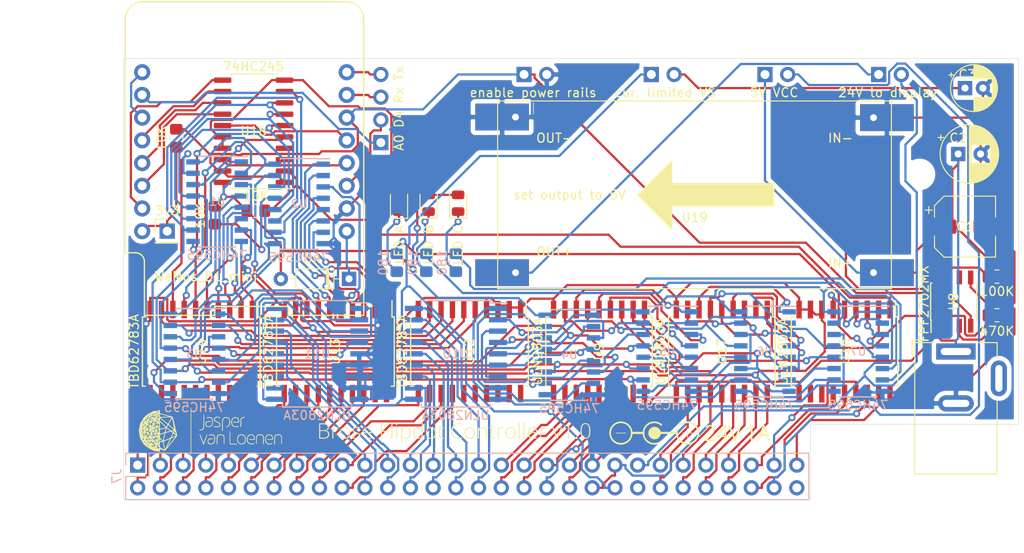
<source format=kicad_pcb>
(kicad_pcb (version 20171130) (host pcbnew 5.1.7+dfsg1-1~bpo10+1)
  (layers (0 F.Cu signal) (31 B.Cu signal) (34 B.Paste user hide) (35 F.Paste user hide) (36 B.SilkS user hide) (37 F.SilkS user) (38 B.Mask user hide) (39 F.Mask user hide) (44 Edge.Cuts user))
  (net 0 "")
  (net 1 GND)
  (net 2 "Net-(C3-Pad1)")
  (net 3 "Net-(D1-Pad1)")
  (net 4 VCC)
  (net 5 "Net-(D2-Pad1)")
  (net 6 "Net-(D3-Pad1)")
  (net 7 24V)
  (net 8 VS)
  (net 9 SR1_ROW1_SET)
  (net 10 SR2_ROW2_SET)
  (net 11 SR3_ROW3_SET)
  (net 12 SR4_ROW4_SET)
  (net 13 SR5_ROW5_SET)
  (net 14 SR6_ROW6_SET)
  (net 15 SR7_ROW7_SET)
  (net 16 SR8_ROW8_SET)
  (net 17 SR9_ROW9_SET)
  (net 18 SR10_ROW10_SET)
  (net 19 SR11_ROW11_SET)
  (net 20 SR12_ROW12_SET)
  (net 21 SR13_ROW13_SET)
  (net 22 SR14_ROW14_SET)
  (net 23 SR15_ROW15_SET)
  (net 24 SR16_ROW16_SET)
  (net 25 SR17_ROW17_SET)
  (net 26 SR18_ROW18_SET)
  (net 27 SR19_ROW19_SET)
  (net 28 SR20_ROW20_SET)
  (net 29 SR21_ROW1_RST)
  (net 30 SR22_ROW2_RST)
  (net 31 SR23_ROW3_RST)
  (net 32 SR24_ROW4_RST)
  (net 33 SR25_ROW5_RST)
  (net 34 SR26_ROW6_RST)
  (net 35 SR27_ROW7_RST)
  (net 36 SR28_ROW8_RST)
  (net 37 SR29_ROW9_RST)
  (net 38 SR30_ROW10_RST)
  (net 39 SR31_ROW11_RST)
  (net 40 SR32_ROW12_RST)
  (net 41 SR33_ROW13_RST)
  (net 42 SR34_ROW14_RST)
  (net 43 SR35_ROW15_RST)
  (net 44 SR36_ROW16_RST)
  (net 45 SR37_ROW17_RST)
  (net 46 SR38_ROW18_RST)
  (net 47 SR39_ROW19_RST)
  (net 48 SR40_ROW20_RST)
  (net 49 SR41_D@FP2800A_24V)
  (net 50 SR42_A0@FP2800A_24V)
  (net 51 SR43_A1@FP2800A_24V)
  (net 52 SR44_A2@FP2800A_24V)
  (net 53 SR45_B0@FP2800A_24V)
  (net 54 SR46_B1@FP2800A_24V)
  (net 55 SR47_ADDR1@FP2800A_24V)
  (net 56 SR48_ADDR2@FP2800A_24V)
  (net 57 SR49_ADDR3@FP2800A_24V)
  (net 58 SR50_ADDR4@FP2800A_24V)
  (net 59 SR51_ADDR5@FP2800A_24V)
  (net 60 SR52_ADDR6@FP2800A_24V)
  (net 61 SR53_ADDR7@FP2800A_24V)
  (net 62 "Net-(J8-Pad1)")
  (net 63 "Net-(J8-Pad2)")
  (net 64 "Net-(J8-Pad3)")
  (net 65 "Net-(J8-Pad4)")
  (net 66 "Net-(R2-Pad1)")
  (net 67 "Net-(R3-Pad1)")
  (net 68 "Net-(R4-Pad1)")
  (net 69 "Net-(R5-Pad1)")
  (net 70 "Net-(R6-Pad1)")
  (net 71 SR2)
  (net 72 SR3)
  (net 73 SR4)
  (net 74 SR5)
  (net 75 SR6)
  (net 76 SR7)
  (net 77 SR8)
  (net 78 "Net-(U1-Pad9)")
  (net 79 SRCLK_5V)
  (net 80 RCLK_5V)
  (net 81 SER_5V)
  (net 82 SR1)
  (net 83 SR10)
  (net 84 SR11)
  (net 85 SR12)
  (net 86 SR13)
  (net 87 SR14)
  (net 88 SR15)
  (net 89 SR16)
  (net 90 "Net-(U2-Pad9)")
  (net 91 SR9)
  (net 92 SR17)
  (net 93 "Net-(U3-Pad9)")
  (net 94 SR24)
  (net 95 SR23)
  (net 96 SR22)
  (net 97 SR21)
  (net 98 SR20)
  (net 99 SR19)
  (net 100 SR18)
  (net 101 SR26)
  (net 102 SR27)
  (net 103 SR28)
  (net 104 SR29)
  (net 105 SR30)
  (net 106 SR31)
  (net 107 SR32)
  (net 108 "Net-(U4-Pad9)")
  (net 109 SR25)
  (net 110 SR33)
  (net 111 "Net-(U5-Pad9)")
  (net 112 SR40)
  (net 113 SR39)
  (net 114 SR38)
  (net 115 SR37)
  (net 116 SR36)
  (net 117 SR35)
  (net 118 SR34)
  (net 119 SR42_A0@FP2800A)
  (net 120 SR43_A1@FP2800A)
  (net 121 SR44_A2@FP2800A)
  (net 122 SR45_B0@FP2800A)
  (net 123 SR46_B1@FP2800A)
  (net 124 SR47_ADDR1@FP2800A)
  (net 125 SR48_ADDR2@FP2800A)
  (net 126 "Net-(U6-Pad9)")
  (net 127 SR41_D@FP2800A)
  (net 128 SR49_ADDR3@FP2800A)
  (net 129 SR53_ADDR7@FP2800A)
  (net 130 SR52_ADDR6@FP2800A)
  (net 131 SR51_ADDR5@FP2800A)
  (net 132 SR50_ADDR4@FP2800A)
  (net 133 RCLK)
  (net 134 SRCLK)
  (net 135 SER)
  (net 136 "Net-(U15-Pad1)")
  (net 137 "Net-(D4-Pad1)")
  (net 138 "Net-(J1-Pad1)")
  (net 139 24V_to_display)
  (net 140 ~EN_POWER_RAILS)
  (net 141 "Net-(JP4-Pad1)")
  (net 142 ~OE_5V)
  (net 143 ~EN_ADDR8@FP2800A_5V)
  (net 144 ~SRCLR_5V)
  (net 145 ~SRCLR)
  (net 146 ~OE)
  (net 147 ~EN_ADDR8@FP2800A)
  (net 148 "Net-(J7-Pad46)")
  (net 149 EN_ADDR8@FP2800A_24V)
  (net 150 "Net-(U7-Pad9)")
  (net 151 "Net-(U8-Pad6)")
  (net 152 "Net-(U11-Pad11)")
  (net 153 "Net-(U11-Pad12)")
  (net 154 "Net-(U11-Pad13)")
  (net 155 "Net-(U11-Pad14)")
  (net 156 "Net-(U12-Pad15)")
  (net 157 "Net-(U12-Pad16)")
  (net 158 "Net-(U12-Pad17)")
  (net 159 "Net-(U12-Pad18)")
  (net 160 "Net-(U16-Pad11)")
  (net 161 "Net-(U16-Pad12)")
  (net 162 ~EN_ADDR8@FP2800A_24V)
  (net 163 "Net-(U18-Pad3)")
  (net 164 "Net-(U18-Pad4)")
  (module MountingHole:MountingHole_2.5mm (layer F.Cu) (at 80.772 137.668)
    (fp_text reference mountingHole2 hide)
    (fp_text value MountingHole_2.5mm)
    (pad 1 np_thru_hole circle (at 0 0) (size 2.5 2.5) (drill 2.5) (layers *.Cu *.Mask))
  )
  (module MountingHole:MountingHole_2.5mm (layer F.Cu) (at 122.936 137.668)
    (fp_text reference mountingHole3 hide)
    (fp_text value MountingHole_2.5mm)
    (pad 1 np_thru_hole circle (at 0 0) (size 2.5 2.5) (drill 2.5) (layers *.Cu *.Mask))
  )
  (module MountingHole:MountingHole_2.5mm (layer F.Cu) (at 40.64 128.016)
    (fp_text reference mountingHole1 hide)
    (fp_text value MountingHole_2.5mm)
    (pad 1 np_thru_hole circle (at 0 0) (size 2.5 2.5) (drill 2.5) (layers *.Cu *.Mask))
  )
  (module Connector_PinHeader_2.54mm:PinHeader_1x04_P2.54mm_Vertical (layer F.Cu) (at 62.738 134.112 180)
    (fp_text reference J8 hide)
    (fp_text value "A0 D4 Rx Tx" (at -2.032 3.81 270) (layer F.SilkS))
    (pad 1 thru_hole rect (at 0 0 180) (size 1.7 1.7) (drill 1) (layers *.Cu *.Mask) (net 62 "Net-(J8-Pad1)"))
    (pad 2 thru_hole oval (at 0 2.54 180) (size 1.7 1.7) (drill 1) (layers *.Cu *.Mask) (net 63 "Net-(J8-Pad2)"))
    (pad 3 thru_hole oval (at 0 5.08 180) (size 1.7 1.7) (drill 1) (layers *.Cu *.Mask) (net 64 "Net-(J8-Pad3)"))
    (pad 4 thru_hole oval (at 0 7.62 180) (size 1.7 1.7) (drill 1) (layers *.Cu *.Mask) (net 65 "Net-(J8-Pad4)"))
  )
  (module javl:PinHeader_1x02_P2.54mm_Vertical-No-Markings (layer F.Cu) (at 78.74 126.492 90)
    (fp_text reference JP1)
    (fp_text value "enable power rails")
    (pad 1 thru_hole rect (at 0 0 90) (size 1.7 1.7) (drill 1) (layers *.Cu *.Mask) (net 140 ~EN_POWER_RAILS))
    (pad 2 thru_hole oval (at 0 2.54 90) (size 1.7 1.7) (drill 1) (layers *.Cu *.Mask) (net 1 GND))
  )
  (module javl:jasper_logo (layer F.Cu) (at 43.688 166.37)
    (fp_text reference G*** hide)
    (fp_text value LOGO hide)
  )
  (module javl:flipdot-text (layer F.Cu) (at 55.372 164.084)
    (fp_text reference svg2mod hide)
    (fp_text value G*** hide)
  )
  (module flipdot:5v_buck_converter (layer F.Cu) (at 97.79 139.954 180)
    (fp_text reference U19 (at 0 -2.54 180) (layer F.SilkS))
    (fp_text value 5V_buck_converter)
    (fp_text user IN+ (at -17.78 -7.62 180) (layer F.SilkS) (effects (justify right)))
    (fp_text user IN- (at -17.78 6.35 180) (layer F.SilkS) (effects (justify right)))
    (fp_text user OUT+ (at 17.78 -6.35 180) (layer F.SilkS) (effects (justify left)))
    (fp_text user OUT- (at 17.78 6.35 180) (layer F.SilkS) (effects (justify left)))
    (fp_text user "set output to 5V" (at 13.97 0) (layer F.SilkS))
    (pad 4 thru_hole rect (at 20 -8.7 180) (size 6 3) (drill 0.762 (offset 1.5 0)) (layers *.Cu *.Mask) (net 141 "Net-(JP4-Pad1)"))
    (pad 1 thru_hole rect (at -20 -8.7 180) (size 6 3) (drill 0.762 (offset -1.5 0)) (layers *.Cu *.Mask) (net 7 24V))
    (pad 3 thru_hole rect (at 20 8.7 180) (size 6 3) (drill 0.762 (offset 1.5 0)) (layers *.Cu *.Mask) (net 1 GND))
    (pad 2 thru_hole rect (at -20 8.636 180) (size 6 3) (drill 0.762 (offset -1.5 0)) (layers *.Cu *.Mask) (net 1 GND))
  )
  (module wemos:wemos-d1-mini-with-pin-header-and-connector (layer F.Cu) (at 47.498 135.128 90)
    (fp_text reference U15 hide)
    (fp_text value WeMos_D1_mini (at -13.97 -4.318 180) (layer F.SilkS))
    (pad 8 thru_hole circle (at -8.89 -11.43 90) (size 1.8 1.8) (drill 1.016) (layers *.Cu *.Mask) (net 138 "Net-(J1-Pad1)"))
    (pad 9 thru_hole circle (at -8.89 11.43 90) (size 1.8 1.8) (drill 1.016) (layers *.Cu *.Mask) (net 137 "Net-(D4-Pad1)"))
    (pad 7 thru_hole circle (at -6.35 -11.43 90) (size 1.8 1.8) (drill 1.016) (layers *.Cu *.Mask) (net 145 ~SRCLR))
    (pad 10 thru_hole circle (at -6.35 11.43 90) (size 1.8 1.8) (drill 1.016) (layers *.Cu *.Mask) (net 1 GND))
    (pad 6 thru_hole circle (at -3.81 -11.43 180) (size 1.8 1.8) (drill 1.016) (layers *.Cu *.Mask) (net 146 ~OE))
    (pad 11 thru_hole circle (at -3.81 11.43 90) (size 1.8 1.8) (drill 1.016) (layers *.Cu *.Mask) (net 63 "Net-(J8-Pad2)"))
    (pad 5 thru_hole circle (at -1.27 -11.43 90) (size 1.8 1.8) (drill 1.016) (layers *.Cu *.Mask) (net 133 RCLK))
    (pad 12 thru_hole circle (at -1.27 11.43 90) (size 1.8 1.8) (drill 1.016) (layers *.Cu *.Mask) (net 147 ~EN_ADDR8@FP2800A))
    (pad 4 thru_hole circle (at 1.27 -11.43 90) (size 1.8 1.8) (drill 1.016) (layers *.Cu *.Mask) (net 134 SRCLK))
    (pad 13 thru_hole circle (at 1.27 11.43 90) (size 1.8 1.8) (drill 1.016) (layers *.Cu *.Mask) (net 135 SER))
    (pad 3 thru_hole circle (at 3.81 -11.43 90) (size 1.8 1.8) (drill 1.016) (layers *.Cu *.Mask) (net 136 "Net-(U15-Pad1)"))
    (pad 14 thru_hole circle (at 3.81 11.43 90) (size 1.8 1.8) (drill 1.016) (layers *.Cu *.Mask) (net 140 ~EN_POWER_RAILS))
    (pad 2 thru_hole circle (at 6.35 -11.43 90) (size 1.8 1.8) (drill 1.016) (layers *.Cu *.Mask) (net 62 "Net-(J8-Pad1)"))
    (pad 15 thru_hole circle (at 6.35 11.43 90) (size 1.8 1.8) (drill 1.016) (layers *.Cu *.Mask) (net 64 "Net-(J8-Pad3)"))
    (pad 1 thru_hole circle (at 8.89 -11.43 90) (size 1.8 1.8) (drill 1.016) (layers *.Cu *.Mask) (net 136 "Net-(U15-Pad1)"))
    (pad 16 thru_hole circle (at 8.89 11.43 90) (size 1.8 1.8) (drill 1.016) (layers *.Cu *.Mask) (net 65 "Net-(J8-Pad4)"))
  )
  (module Capacitor_SMD:CP_Elec_6.3x7.7 (layer F.Cu) (at 128.016 143.51)
    (fp_text reference C1 hide)
    (fp_text value 100uF/35v hide)
    (fp_text user %R (at 0 0) (layer F.SilkS))
    (pad 1 smd roundrect (at -2.7 0) (size 3.5 1.6) (layers F.Cu F.Paste F.Mask) (roundrect_rratio 0.15625) (net 7 24V))
    (pad 2 smd roundrect (at 2.7 0) (size 3.5 1.6) (layers F.Cu F.Paste F.Mask) (roundrect_rratio 0.15625) (net 1 GND))
  )
  (module Capacitor_THT:CP_Radial_D6.3mm_P2.50mm (layer F.Cu) (at 127.254 135.382)
    (fp_text reference C2 (at 0 -1.778) (layer F.SilkS))
    (fp_text value 100u hide)
    (pad 1 thru_hole rect (at 0 0) (size 1.6 1.6) (drill 0.8) (layers *.Cu *.Mask) (net 7 24V))
    (pad 2 thru_hole circle (at 2.5 0) (size 1.6 1.6) (drill 0.8) (layers *.Cu *.Mask) (net 1 GND))
  )
  (module Capacitor_THT:CP_Radial_D5.0mm_P2.00mm (layer F.Cu) (at 128.016 128.016)
    (fp_text reference C3 (at 0.254 -1.524) (layer F.SilkS))
    (fp_text value 22u hide)
    (pad 1 thru_hole rect (at 0 0) (size 1.6 1.6) (drill 0.8) (layers *.Cu *.Mask) (net 2 "Net-(C3-Pad1)"))
    (pad 2 thru_hole circle (at 2 0) (size 1.6 1.6) (drill 0.8) (layers *.Cu *.Mask) (net 1 GND))
  )
  (module LED_SMD:LED_0805_2012Metric (layer F.Cu) (at 71.374 140.892 90)
    (fp_text reference D1 hide)
    (fp_text value "LED C" (at -4.65 0 90) (layer F.SilkS))
    (pad 1 smd roundrect (at -0.9375 0 90) (size 0.975 1.4) (layers F.Cu F.Paste F.Mask) (net 3 "Net-(D1-Pad1)"))
    (pad 2 smd roundrect (at 0.9375 0 90) (size 0.975 1.4) (layers F.Cu F.Paste F.Mask) (net 4 VCC))
  )
  (module LED_SMD:LED_0805_2012Metric (layer F.Cu) (at 68.072 140.892 90)
    (fp_text reference D2 hide)
    (fp_text value "LED B" (at -4.65 0 90) (layer F.SilkS))
    (pad 2 smd roundrect (at 0.9375 0 90) (size 0.975 1.4) (layers F.Cu F.Paste F.Mask) (net 4 VCC))
    (pad 1 smd roundrect (at -0.9375 0 90) (size 0.975 1.4) (layers F.Cu F.Paste F.Mask) (net 5 "Net-(D2-Pad1)"))
  )
  (module LED_SMD:LED_0805_2012Metric (layer F.Cu) (at 64.77 140.892 90)
    (fp_text reference D3 hide)
    (fp_text value "LED A" (at -4.65 0 90) (layer F.SilkS))
    (pad 1 smd roundrect (at -0.9375 0 90) (size 0.975 1.4) (layers F.Cu F.Paste F.Mask) (net 6 "Net-(D3-Pad1)"))
    (pad 2 smd roundrect (at 0.9375 0 90) (size 0.975 1.4) (layers F.Cu F.Paste F.Mask) (net 4 VCC))
  )
  (module Connector_PinHeader_2.54mm:PinHeader_2x30_P2.54mm_Vertical (layer B.Cu) (at 35.56 170.18 270)
    (fp_text reference J7 (at 1.27 2.33 270) (layer B.SilkS) (effects (justify mirror)))
    (fp_text value Conn_02x30_Odd_Even)
    (pad 1 thru_hole rect (at 0 0 270) (size 1.7 1.7) (drill 1) (layers *.Cu *.Mask) (net 9 SR1_ROW1_SET))
    (pad 2 thru_hole oval (at 2.54 0 270) (size 1.7 1.7) (drill 1) (layers *.Cu *.Mask) (net 10 SR2_ROW2_SET))
    (pad 3 thru_hole oval (at 0 -2.54 270) (size 1.7 1.7) (drill 1) (layers *.Cu *.Mask) (net 11 SR3_ROW3_SET))
    (pad 4 thru_hole oval (at 2.54 -2.54 270) (size 1.7 1.7) (drill 1) (layers *.Cu *.Mask) (net 12 SR4_ROW4_SET))
    (pad 5 thru_hole oval (at 0 -5.08 270) (size 1.7 1.7) (drill 1) (layers *.Cu *.Mask) (net 13 SR5_ROW5_SET))
    (pad 6 thru_hole oval (at 2.54 -5.08 270) (size 1.7 1.7) (drill 1) (layers *.Cu *.Mask) (net 14 SR6_ROW6_SET))
    (pad 7 thru_hole oval (at 0 -7.62 270) (size 1.7 1.7) (drill 1) (layers *.Cu *.Mask) (net 15 SR7_ROW7_SET))
    (pad 8 thru_hole oval (at 2.54 -7.62 270) (size 1.7 1.7) (drill 1) (layers *.Cu *.Mask) (net 16 SR8_ROW8_SET))
    (pad 9 thru_hole oval (at 0 -10.16 270) (size 1.7 1.7) (drill 1) (layers *.Cu *.Mask) (net 17 SR9_ROW9_SET))
    (pad 10 thru_hole oval (at 2.54 -10.16 270) (size 1.7 1.7) (drill 1) (layers *.Cu *.Mask) (net 18 SR10_ROW10_SET))
    (pad 11 thru_hole oval (at 0 -12.7 270) (size 1.7 1.7) (drill 1) (layers *.Cu *.Mask) (net 19 SR11_ROW11_SET))
    (pad 12 thru_hole oval (at 2.54 -12.7 270) (size 1.7 1.7) (drill 1) (layers *.Cu *.Mask) (net 20 SR12_ROW12_SET))
    (pad 13 thru_hole oval (at 0 -15.24 270) (size 1.7 1.7) (drill 1) (layers *.Cu *.Mask) (net 21 SR13_ROW13_SET))
    (pad 14 thru_hole oval (at 2.54 -15.24 270) (size 1.7 1.7) (drill 1) (layers *.Cu *.Mask) (net 22 SR14_ROW14_SET))
    (pad 15 thru_hole oval (at 0 -17.78 270) (size 1.7 1.7) (drill 1) (layers *.Cu *.Mask) (net 23 SR15_ROW15_SET))
    (pad 16 thru_hole oval (at 2.54 -17.78 270) (size 1.7 1.7) (drill 1) (layers *.Cu *.Mask) (net 24 SR16_ROW16_SET))
    (pad 17 thru_hole oval (at 0 -20.32 270) (size 1.7 1.7) (drill 1) (layers *.Cu *.Mask) (net 25 SR17_ROW17_SET))
    (pad 18 thru_hole oval (at 2.54 -20.32 270) (size 1.7 1.7) (drill 1) (layers *.Cu *.Mask) (net 26 SR18_ROW18_SET))
    (pad 19 thru_hole oval (at 0 -22.86 270) (size 1.7 1.7) (drill 1) (layers *.Cu *.Mask) (net 27 SR19_ROW19_SET))
    (pad 20 thru_hole oval (at 2.54 -22.86 270) (size 1.7 1.7) (drill 1) (layers *.Cu *.Mask) (net 28 SR20_ROW20_SET))
    (pad 21 thru_hole oval (at 0 -25.4 270) (size 1.7 1.7) (drill 1) (layers *.Cu *.Mask) (net 29 SR21_ROW1_RST))
    (pad 22 thru_hole oval (at 2.54 -25.4 270) (size 1.7 1.7) (drill 1) (layers *.Cu *.Mask) (net 30 SR22_ROW2_RST))
    (pad 23 thru_hole oval (at 0 -27.94 270) (size 1.7 1.7) (drill 1) (layers *.Cu *.Mask) (net 31 SR23_ROW3_RST))
    (pad 24 thru_hole oval (at 2.54 -27.94 270) (size 1.7 1.7) (drill 1) (layers *.Cu *.Mask) (net 32 SR24_ROW4_RST))
    (pad 25 thru_hole oval (at 0 -30.48 270) (size 1.7 1.7) (drill 1) (layers *.Cu *.Mask) (net 33 SR25_ROW5_RST))
    (pad 26 thru_hole oval (at 2.54 -30.48 270) (size 1.7 1.7) (drill 1) (layers *.Cu *.Mask) (net 34 SR26_ROW6_RST))
    (pad 27 thru_hole oval (at 0 -33.02 270) (size 1.7 1.7) (drill 1) (layers *.Cu *.Mask) (net 35 SR27_ROW7_RST))
    (pad 28 thru_hole oval (at 2.54 -33.02 270) (size 1.7 1.7) (drill 1) (layers *.Cu *.Mask) (net 36 SR28_ROW8_RST))
    (pad 29 thru_hole oval (at 0 -35.56 270) (size 1.7 1.7) (drill 1) (layers *.Cu *.Mask) (net 37 SR29_ROW9_RST))
    (pad 30 thru_hole oval (at 2.54 -35.56 270) (size 1.7 1.7) (drill 1) (layers *.Cu *.Mask) (net 38 SR30_ROW10_RST))
    (pad 31 thru_hole oval (at 0 -38.1 270) (size 1.7 1.7) (drill 1) (layers *.Cu *.Mask) (net 39 SR31_ROW11_RST))
    (pad 32 thru_hole oval (at 2.54 -38.1 270) (size 1.7 1.7) (drill 1) (layers *.Cu *.Mask) (net 40 SR32_ROW12_RST))
    (pad 33 thru_hole oval (at 0 -40.64 270) (size 1.7 1.7) (drill 1) (layers *.Cu *.Mask) (net 41 SR33_ROW13_RST))
    (pad 34 thru_hole oval (at 2.54 -40.64 270) (size 1.7 1.7) (drill 1) (layers *.Cu *.Mask) (net 42 SR34_ROW14_RST))
    (pad 35 thru_hole oval (at 0 -43.18 270) (size 1.7 1.7) (drill 1) (layers *.Cu *.Mask) (net 43 SR35_ROW15_RST))
    (pad 36 thru_hole oval (at 2.54 -43.18 270) (size 1.7 1.7) (drill 1) (layers *.Cu *.Mask) (net 44 SR36_ROW16_RST))
    (pad 37 thru_hole oval (at 0 -45.72 270) (size 1.7 1.7) (drill 1) (layers *.Cu *.Mask) (net 45 SR37_ROW17_RST))
    (pad 38 thru_hole oval (at 2.54 -45.72 270) (size 1.7 1.7) (drill 1) (layers *.Cu *.Mask) (net 46 SR38_ROW18_RST))
    (pad 39 thru_hole oval (at 0 -48.26 270) (size 1.7 1.7) (drill 1) (layers *.Cu *.Mask) (net 47 SR39_ROW19_RST))
    (pad 40 thru_hole oval (at 2.54 -48.26 270) (size 1.7 1.7) (drill 1) (layers *.Cu *.Mask) (net 48 SR40_ROW20_RST))
    (pad 41 thru_hole oval (at 0 -50.8 270) (size 1.7 1.7) (drill 1) (layers *.Cu *.Mask) (net 1 GND))
    (pad 42 thru_hole oval (at 2.54 -50.8 270) (size 1.7 1.7) (drill 1) (layers *.Cu *.Mask) (net 139 24V_to_display))
    (pad 43 thru_hole oval (at 0 -53.34 270) (size 1.7 1.7) (drill 1) (layers *.Cu *.Mask) (net 139 24V_to_display))
    (pad 44 thru_hole oval (at 2.54 -53.34 270) (size 1.7 1.7) (drill 1) (layers *.Cu *.Mask) (net 8 VS))
    (pad 45 thru_hole oval (at 0 -55.88 270) (size 1.7 1.7) (drill 1) (layers *.Cu *.Mask) (net 4 VCC))
    (pad 46 thru_hole oval (at 2.54 -55.88 270) (size 1.7 1.7) (drill 1) (layers *.Cu *.Mask) (net 148 "Net-(J7-Pad46)"))
    (pad 47 thru_hole oval (at 0 -58.42 270) (size 1.7 1.7) (drill 1) (layers *.Cu *.Mask) (net 49 SR41_D@FP2800A_24V))
    (pad 48 thru_hole oval (at 2.54 -58.42 270) (size 1.7 1.7) (drill 1) (layers *.Cu *.Mask) (net 50 SR42_A0@FP2800A_24V))
    (pad 49 thru_hole oval (at 0 -60.96 270) (size 1.7 1.7) (drill 1) (layers *.Cu *.Mask) (net 51 SR43_A1@FP2800A_24V))
    (pad 50 thru_hole oval (at 2.54 -60.96 270) (size 1.7 1.7) (drill 1) (layers *.Cu *.Mask) (net 52 SR44_A2@FP2800A_24V))
    (pad 51 thru_hole oval (at 0 -63.5 270) (size 1.7 1.7) (drill 1) (layers *.Cu *.Mask) (net 53 SR45_B0@FP2800A_24V))
    (pad 52 thru_hole oval (at 2.54 -63.5 270) (size 1.7 1.7) (drill 1) (layers *.Cu *.Mask) (net 54 SR46_B1@FP2800A_24V))
    (pad 53 thru_hole oval (at 0 -66.04 270) (size 1.7 1.7) (drill 1) (layers *.Cu *.Mask) (net 55 SR47_ADDR1@FP2800A_24V))
    (pad 54 thru_hole oval (at 2.54 -66.04 270) (size 1.7 1.7) (drill 1) (layers *.Cu *.Mask) (net 56 SR48_ADDR2@FP2800A_24V))
    (pad 55 thru_hole oval (at 0 -68.58 270) (size 1.7 1.7) (drill 1) (layers *.Cu *.Mask) (net 57 SR49_ADDR3@FP2800A_24V))
    (pad 56 thru_hole oval (at 2.54 -68.58 270) (size 1.7 1.7) (drill 1) (layers *.Cu *.Mask) (net 58 SR50_ADDR4@FP2800A_24V))
    (pad 57 thru_hole oval (at 0 -71.12 270) (size 1.7 1.7) (drill 1) (layers *.Cu *.Mask) (net 59 SR51_ADDR5@FP2800A_24V))
    (pad 58 thru_hole oval (at 2.54 -71.12 270) (size 1.7 1.7) (drill 1) (layers *.Cu *.Mask) (net 60 SR52_ADDR6@FP2800A_24V))
    (pad 59 thru_hole oval (at 0 -73.66 270) (size 1.7 1.7) (drill 1) (layers *.Cu *.Mask) (net 61 SR53_ADDR7@FP2800A_24V))
    (pad 60 thru_hole oval (at 2.54 -73.66 270) (size 1.7 1.7) (drill 1) (layers *.Cu *.Mask) (net 149 EN_ADDR8@FP2800A_24V))
  )
  (module Connector_BarrelJack:BarrelJack_Wuerth_6941xx301002 (layer F.Cu) (at 127 157.48)
    (fp_text reference J9 hide)
    (fp_text value Barrel_Jack)
    (pad 3 thru_hole oval (at 4.8 3 90) (size 4 1.8) (drill oval 3 0.8) (layers *.Cu *.Mask))
    (pad 2 thru_hole oval (at 0 5.8) (size 4 1.8) (drill oval 3 0.8) (layers *.Cu *.Mask) (net 1 GND))
    (pad 1 thru_hole rect (at 0 0) (size 4.4 1.8) (drill oval 3.4 0.8) (layers *.Cu *.Mask) (net 7 24V))
  )
  (module Package_SO:SOIC-16_3.9x9.9mm_P1.27mm (layer B.Cu) (at 44.45 140.716 180)
    (fp_text reference U1 hide)
    (fp_text value 74HC595 (at 0 -6 180) (layer B.SilkS) (effects (justify mirror)))
    (fp_text user %R (at 0 0 180) (layer B.SilkS) (effects (font (size 0.9 0.9) (thickness 0.135)) (justify mirror)))
    (pad 1 smd rect (at -2.7 4.445 180) (size 1.5 0.6) (layers B.Cu B.Paste B.Mask) (net 71 SR2))
    (pad 2 smd rect (at -2.7 3.175 180) (size 1.5 0.6) (layers B.Cu B.Paste B.Mask) (net 72 SR3))
    (pad 3 smd rect (at -2.7 1.905 180) (size 1.5 0.6) (layers B.Cu B.Paste B.Mask) (net 73 SR4))
    (pad 4 smd rect (at -2.7 0.635 180) (size 1.5 0.6) (layers B.Cu B.Paste B.Mask) (net 74 SR5))
    (pad 5 smd rect (at -2.7 -0.635 180) (size 1.5 0.6) (layers B.Cu B.Paste B.Mask) (net 75 SR6))
    (pad 6 smd rect (at -2.7 -1.905 180) (size 1.5 0.6) (layers B.Cu B.Paste B.Mask) (net 76 SR7))
    (pad 7 smd rect (at -2.7 -3.175 180) (size 1.5 0.6) (layers B.Cu B.Paste B.Mask) (net 77 SR8))
    (pad 8 smd rect (at -2.7 -4.445 180) (size 1.5 0.6) (layers B.Cu B.Paste B.Mask) (net 1 GND))
    (pad 9 smd rect (at 2.7 -4.445 180) (size 1.5 0.6) (layers B.Cu B.Paste B.Mask) (net 78 "Net-(U1-Pad9)"))
    (pad 10 smd rect (at 2.7 -3.175 180) (size 1.5 0.6) (layers B.Cu B.Paste B.Mask) (net 144 ~SRCLR_5V))
    (pad 11 smd rect (at 2.7 -1.905 180) (size 1.5 0.6) (layers B.Cu B.Paste B.Mask) (net 79 SRCLK_5V))
    (pad 12 smd rect (at 2.7 -0.635 180) (size 1.5 0.6) (layers B.Cu B.Paste B.Mask) (net 80 RCLK_5V))
    (pad 13 smd rect (at 2.7 0.635 180) (size 1.5 0.6) (layers B.Cu B.Paste B.Mask) (net 142 ~OE_5V))
    (pad 14 smd rect (at 2.7 1.905 180) (size 1.5 0.6) (layers B.Cu B.Paste B.Mask) (net 81 SER_5V))
    (pad 15 smd rect (at 2.7 3.175 180) (size 1.5 0.6) (layers B.Cu B.Paste B.Mask) (net 82 SR1))
    (pad 16 smd rect (at 2.7 4.445 180) (size 1.5 0.6) (layers B.Cu B.Paste B.Mask) (net 4 VCC))
  )
  (module Package_SO:SOIC-16_3.9x9.9mm_P1.27mm (layer B.Cu) (at 53.594 140.97 180)
    (fp_text reference U2 hide)
    (fp_text value 74HC595 (at 0 -6 180) (layer B.SilkS) (effects (justify mirror)))
    (fp_text user %R (at 0 0 180) (layer B.SilkS) (effects (font (size 0.9 0.9) (thickness 0.135)) (justify mirror)))
    (pad 1 smd rect (at -2.7 4.445 180) (size 1.5 0.6) (layers B.Cu B.Paste B.Mask) (net 83 SR10))
    (pad 2 smd rect (at -2.7 3.175 180) (size 1.5 0.6) (layers B.Cu B.Paste B.Mask) (net 84 SR11))
    (pad 3 smd rect (at -2.7 1.905 180) (size 1.5 0.6) (layers B.Cu B.Paste B.Mask) (net 85 SR12))
    (pad 4 smd rect (at -2.7 0.635 180) (size 1.5 0.6) (layers B.Cu B.Paste B.Mask) (net 86 SR13))
    (pad 5 smd rect (at -2.7 -0.635 180) (size 1.5 0.6) (layers B.Cu B.Paste B.Mask) (net 87 SR14))
    (pad 6 smd rect (at -2.7 -1.905 180) (size 1.5 0.6) (layers B.Cu B.Paste B.Mask) (net 88 SR15))
    (pad 7 smd rect (at -2.7 -3.175 180) (size 1.5 0.6) (layers B.Cu B.Paste B.Mask) (net 89 SR16))
    (pad 8 smd rect (at -2.7 -4.445 180) (size 1.5 0.6) (layers B.Cu B.Paste B.Mask) (net 1 GND))
    (pad 9 smd rect (at 2.7 -4.445 180) (size 1.5 0.6) (layers B.Cu B.Paste B.Mask) (net 90 "Net-(U2-Pad9)"))
    (pad 10 smd rect (at 2.7 -3.175 180) (size 1.5 0.6) (layers B.Cu B.Paste B.Mask) (net 144 ~SRCLR_5V))
    (pad 11 smd rect (at 2.7 -1.905 180) (size 1.5 0.6) (layers B.Cu B.Paste B.Mask) (net 79 SRCLK_5V))
    (pad 12 smd rect (at 2.7 -0.635 180) (size 1.5 0.6) (layers B.Cu B.Paste B.Mask) (net 80 RCLK_5V))
    (pad 13 smd rect (at 2.7 0.635 180) (size 1.5 0.6) (layers B.Cu B.Paste B.Mask) (net 142 ~OE_5V))
    (pad 14 smd rect (at 2.7 1.905 180) (size 1.5 0.6) (layers B.Cu B.Paste B.Mask) (net 78 "Net-(U1-Pad9)"))
    (pad 15 smd rect (at 2.7 3.175 180) (size 1.5 0.6) (layers B.Cu B.Paste B.Mask) (net 91 SR9))
    (pad 16 smd rect (at 2.7 4.445 180) (size 1.5 0.6) (layers B.Cu B.Paste B.Mask) (net 4 VCC))
  )
  (module Package_SO:SOIC-16_3.9x9.9mm_P1.27mm (layer B.Cu) (at 41.91 157.734 180)
    (fp_text reference U3 hide)
    (fp_text value 74HC595 (at 0 -6 180) (layer B.SilkS) (effects (justify mirror)))
    (fp_text user %R (at 0 0 180) (layer B.SilkS) (effects (font (size 0.9 0.9) (thickness 0.135)) (justify mirror)))
    (pad 16 smd rect (at 2.7 4.445 180) (size 1.5 0.6) (layers B.Cu B.Paste B.Mask) (net 4 VCC))
    (pad 15 smd rect (at 2.7 3.175 180) (size 1.5 0.6) (layers B.Cu B.Paste B.Mask) (net 92 SR17))
    (pad 14 smd rect (at 2.7 1.905 180) (size 1.5 0.6) (layers B.Cu B.Paste B.Mask) (net 90 "Net-(U2-Pad9)"))
    (pad 13 smd rect (at 2.7 0.635 180) (size 1.5 0.6) (layers B.Cu B.Paste B.Mask) (net 142 ~OE_5V))
    (pad 12 smd rect (at 2.7 -0.635 180) (size 1.5 0.6) (layers B.Cu B.Paste B.Mask) (net 80 RCLK_5V))
    (pad 11 smd rect (at 2.7 -1.905 180) (size 1.5 0.6) (layers B.Cu B.Paste B.Mask) (net 79 SRCLK_5V))
    (pad 10 smd rect (at 2.7 -3.175 180) (size 1.5 0.6) (layers B.Cu B.Paste B.Mask) (net 144 ~SRCLR_5V))
    (pad 9 smd rect (at 2.7 -4.445 180) (size 1.5 0.6) (layers B.Cu B.Paste B.Mask) (net 93 "Net-(U3-Pad9)"))
    (pad 8 smd rect (at -2.7 -4.445 180) (size 1.5 0.6) (layers B.Cu B.Paste B.Mask) (net 1 GND))
    (pad 7 smd rect (at -2.7 -3.175 180) (size 1.5 0.6) (layers B.Cu B.Paste B.Mask) (net 94 SR24))
    (pad 6 smd rect (at -2.7 -1.905 180) (size 1.5 0.6) (layers B.Cu B.Paste B.Mask) (net 95 SR23))
    (pad 5 smd rect (at -2.7 -0.635 180) (size 1.5 0.6) (layers B.Cu B.Paste B.Mask) (net 96 SR22))
    (pad 4 smd rect (at -2.7 0.635 180) (size 1.5 0.6) (layers B.Cu B.Paste B.Mask) (net 97 SR21))
    (pad 3 smd rect (at -2.7 1.905 180) (size 1.5 0.6) (layers B.Cu B.Paste B.Mask) (net 98 SR20))
    (pad 2 smd rect (at -2.7 3.175 180) (size 1.5 0.6) (layers B.Cu B.Paste B.Mask) (net 99 SR19))
    (pad 1 smd rect (at -2.7 4.445 180) (size 1.5 0.6) (layers B.Cu B.Paste B.Mask) (net 100 SR18))
  )
  (module Package_SO:SOIC-16_3.9x9.9mm_P1.27mm (layer B.Cu) (at 83.8069 157.8605 180)
    (fp_text reference U4 hide)
    (fp_text value 74HC595 (at 0 -6 180) (layer B.SilkS) (effects (justify mirror)))
    (fp_text user %R (at 0 0 180) (layer B.SilkS) (effects (font (size 0.9 0.9) (thickness 0.135)) (justify mirror)))
    (pad 1 smd rect (at -2.7 4.445 180) (size 1.5 0.6) (layers B.Cu B.Paste B.Mask) (net 101 SR26))
    (pad 2 smd rect (at -2.7 3.175 180) (size 1.5 0.6) (layers B.Cu B.Paste B.Mask) (net 102 SR27))
    (pad 3 smd rect (at -2.7 1.905 180) (size 1.5 0.6) (layers B.Cu B.Paste B.Mask) (net 103 SR28))
    (pad 4 smd rect (at -2.7 0.635 180) (size 1.5 0.6) (layers B.Cu B.Paste B.Mask) (net 104 SR29))
    (pad 5 smd rect (at -2.7 -0.635 180) (size 1.5 0.6) (layers B.Cu B.Paste B.Mask) (net 105 SR30))
    (pad 6 smd rect (at -2.7 -1.905 180) (size 1.5 0.6) (layers B.Cu B.Paste B.Mask) (net 106 SR31))
    (pad 7 smd rect (at -2.7 -3.175 180) (size 1.5 0.6) (layers B.Cu B.Paste B.Mask) (net 107 SR32))
    (pad 8 smd rect (at -2.7 -4.445 180) (size 1.5 0.6) (layers B.Cu B.Paste B.Mask) (net 1 GND))
    (pad 9 smd rect (at 2.7 -4.445 180) (size 1.5 0.6) (layers B.Cu B.Paste B.Mask) (net 108 "Net-(U4-Pad9)"))
    (pad 10 smd rect (at 2.7 -3.175 180) (size 1.5 0.6) (layers B.Cu B.Paste B.Mask) (net 144 ~SRCLR_5V))
    (pad 11 smd rect (at 2.7 -1.905 180) (size 1.5 0.6) (layers B.Cu B.Paste B.Mask) (net 79 SRCLK_5V))
    (pad 12 smd rect (at 2.7 -0.635 180) (size 1.5 0.6) (layers B.Cu B.Paste B.Mask) (net 80 RCLK_5V))
    (pad 13 smd rect (at 2.7 0.635 180) (size 1.5 0.6) (layers B.Cu B.Paste B.Mask) (net 142 ~OE_5V))
    (pad 14 smd rect (at 2.7 1.905 180) (size 1.5 0.6) (layers B.Cu B.Paste B.Mask) (net 93 "Net-(U3-Pad9)"))
    (pad 15 smd rect (at 2.7 3.175 180) (size 1.5 0.6) (layers B.Cu B.Paste B.Mask) (net 109 SR25))
    (pad 16 smd rect (at 2.7 4.445 180) (size 1.5 0.6) (layers B.Cu B.Paste B.Mask) (net 4 VCC))
  )
  (module Package_SO:SOIC-16_3.9x9.9mm_P1.27mm (layer B.Cu) (at 94.742 157.48 180)
    (fp_text reference U5 hide)
    (fp_text value 74HC595 (at 0 -6 180) (layer B.SilkS) (effects (justify mirror)))
    (fp_text user %R (at 0 0 180) (layer B.SilkS) (effects (font (size 0.9 0.9) (thickness 0.135)) (justify mirror)))
    (pad 16 smd rect (at 2.7 4.445 180) (size 1.5 0.6) (layers B.Cu B.Paste B.Mask) (net 4 VCC))
    (pad 15 smd rect (at 2.7 3.175 180) (size 1.5 0.6) (layers B.Cu B.Paste B.Mask) (net 110 SR33))
    (pad 14 smd rect (at 2.7 1.905 180) (size 1.5 0.6) (layers B.Cu B.Paste B.Mask) (net 108 "Net-(U4-Pad9)"))
    (pad 13 smd rect (at 2.7 0.635 180) (size 1.5 0.6) (layers B.Cu B.Paste B.Mask) (net 142 ~OE_5V))
    (pad 12 smd rect (at 2.7 -0.635 180) (size 1.5 0.6) (layers B.Cu B.Paste B.Mask) (net 80 RCLK_5V))
    (pad 11 smd rect (at 2.7 -1.905 180) (size 1.5 0.6) (layers B.Cu B.Paste B.Mask) (net 79 SRCLK_5V))
    (pad 10 smd rect (at 2.7 -3.175 180) (size 1.5 0.6) (layers B.Cu B.Paste B.Mask) (net 144 ~SRCLR_5V))
    (pad 9 smd rect (at 2.7 -4.445 180) (size 1.5 0.6) (layers B.Cu B.Paste B.Mask) (net 111 "Net-(U5-Pad9)"))
    (pad 8 smd rect (at -2.7 -4.445 180) (size 1.5 0.6) (layers B.Cu B.Paste B.Mask) (net 1 GND))
    (pad 7 smd rect (at -2.7 -3.175 180) (size 1.5 0.6) (layers B.Cu B.Paste B.Mask) (net 112 SR40))
    (pad 6 smd rect (at -2.7 -1.905 180) (size 1.5 0.6) (layers B.Cu B.Paste B.Mask) (net 113 SR39))
    (pad 5 smd rect (at -2.7 -0.635 180) (size 1.5 0.6) (layers B.Cu B.Paste B.Mask) (net 114 SR38))
    (pad 4 smd rect (at -2.7 0.635 180) (size 1.5 0.6) (layers B.Cu B.Paste B.Mask) (net 115 SR37))
    (pad 3 smd rect (at -2.7 1.905 180) (size 1.5 0.6) (layers B.Cu B.Paste B.Mask) (net 116 SR36))
    (pad 2 smd rect (at -2.7 3.175 180) (size 1.5 0.6) (layers B.Cu B.Paste B.Mask) (net 117 SR35))
    (pad 1 smd rect (at -2.7 4.445 180) (size 1.5 0.6) (layers B.Cu B.Paste B.Mask) (net 118 SR34))
  )
  (module Package_SO:SOIC-16_3.9x9.9mm_P1.27mm (layer B.Cu) (at 105.664 157.48 180)
    (fp_text reference U6 hide)
    (fp_text value 74HC595 (at 0 -6 180) (layer B.SilkS) (effects (justify mirror)))
    (fp_text user %R (at 0 0 180) (layer B.SilkS) (effects (font (size 0.9 0.9) (thickness 0.135)) (justify mirror)))
    (pad 1 smd rect (at -2.7 4.445 180) (size 1.5 0.6) (layers B.Cu B.Paste B.Mask) (net 119 SR42_A0@FP2800A))
    (pad 2 smd rect (at -2.7 3.175 180) (size 1.5 0.6) (layers B.Cu B.Paste B.Mask) (net 120 SR43_A1@FP2800A))
    (pad 3 smd rect (at -2.7 1.905 180) (size 1.5 0.6) (layers B.Cu B.Paste B.Mask) (net 121 SR44_A2@FP2800A))
    (pad 4 smd rect (at -2.7 0.635 180) (size 1.5 0.6) (layers B.Cu B.Paste B.Mask) (net 122 SR45_B0@FP2800A))
    (pad 5 smd rect (at -2.7 -0.635 180) (size 1.5 0.6) (layers B.Cu B.Paste B.Mask) (net 123 SR46_B1@FP2800A))
    (pad 6 smd rect (at -2.7 -1.905 180) (size 1.5 0.6) (layers B.Cu B.Paste B.Mask) (net 124 SR47_ADDR1@FP2800A))
    (pad 7 smd rect (at -2.7 -3.175 180) (size 1.5 0.6) (layers B.Cu B.Paste B.Mask) (net 125 SR48_ADDR2@FP2800A))
    (pad 8 smd rect (at -2.7 -4.445 180) (size 1.5 0.6) (layers B.Cu B.Paste B.Mask) (net 1 GND))
    (pad 9 smd rect (at 2.7 -4.445 180) (size 1.5 0.6) (layers B.Cu B.Paste B.Mask) (net 126 "Net-(U6-Pad9)"))
    (pad 10 smd rect (at 2.7 -3.175 180) (size 1.5 0.6) (layers B.Cu B.Paste B.Mask) (net 144 ~SRCLR_5V))
    (pad 11 smd rect (at 2.7 -1.905 180) (size 1.5 0.6) (layers B.Cu B.Paste B.Mask) (net 79 SRCLK_5V))
    (pad 12 smd rect (at 2.7 -0.635 180) (size 1.5 0.6) (layers B.Cu B.Paste B.Mask) (net 80 RCLK_5V))
    (pad 13 smd rect (at 2.7 0.635 180) (size 1.5 0.6) (layers B.Cu B.Paste B.Mask) (net 142 ~OE_5V))
    (pad 14 smd rect (at 2.7 1.905 180) (size 1.5 0.6) (layers B.Cu B.Paste B.Mask) (net 111 "Net-(U5-Pad9)"))
    (pad 15 smd rect (at 2.7 3.175 180) (size 1.5 0.6) (layers B.Cu B.Paste B.Mask) (net 127 SR41_D@FP2800A))
    (pad 16 smd rect (at 2.7 4.445 180) (size 1.5 0.6) (layers B.Cu B.Paste B.Mask) (net 4 VCC))
  )
  (module Package_SO:SOIC-16_3.9x9.9mm_P1.27mm (layer B.Cu) (at 116.078 157.48 180)
    (fp_text reference U7 hide)
    (fp_text value 74HC595 (at 0 -6 180) (layer B.SilkS) (effects (justify mirror)))
    (fp_text user %R (at 0 0 180) (layer B.SilkS) (effects (font (size 0.9 0.9) (thickness 0.135)) (justify mirror)))
    (pad 16 smd rect (at 2.7 4.445 180) (size 1.5 0.6) (layers B.Cu B.Paste B.Mask) (net 4 VCC))
    (pad 15 smd rect (at 2.7 3.175 180) (size 1.5 0.6) (layers B.Cu B.Paste B.Mask) (net 128 SR49_ADDR3@FP2800A))
    (pad 14 smd rect (at 2.7 1.905 180) (size 1.5 0.6) (layers B.Cu B.Paste B.Mask) (net 126 "Net-(U6-Pad9)"))
    (pad 13 smd rect (at 2.7 0.635 180) (size 1.5 0.6) (layers B.Cu B.Paste B.Mask) (net 142 ~OE_5V))
    (pad 12 smd rect (at 2.7 -0.635 180) (size 1.5 0.6) (layers B.Cu B.Paste B.Mask) (net 80 RCLK_5V))
    (pad 11 smd rect (at 2.7 -1.905 180) (size 1.5 0.6) (layers B.Cu B.Paste B.Mask) (net 79 SRCLK_5V))
    (pad 10 smd rect (at 2.7 -3.175 180) (size 1.5 0.6) (layers B.Cu B.Paste B.Mask) (net 144 ~SRCLR_5V))
    (pad 9 smd rect (at 2.7 -4.445 180) (size 1.5 0.6) (layers B.Cu B.Paste B.Mask) (net 150 "Net-(U7-Pad9)"))
    (pad 8 smd rect (at -2.7 -4.445 180) (size 1.5 0.6) (layers B.Cu B.Paste B.Mask) (net 1 GND))
    (pad 7 smd rect (at -2.7 -3.175 180) (size 1.5 0.6) (layers B.Cu B.Paste B.Mask) (net 67 "Net-(R3-Pad1)"))
    (pad 6 smd rect (at -2.7 -1.905 180) (size 1.5 0.6) (layers B.Cu B.Paste B.Mask) (net 68 "Net-(R4-Pad1)"))
    (pad 5 smd rect (at -2.7 -0.635 180) (size 1.5 0.6) (layers B.Cu B.Paste B.Mask) (net 70 "Net-(R6-Pad1)"))
    (pad 4 smd rect (at -2.7 0.635 180) (size 1.5 0.6) (layers B.Cu B.Paste B.Mask) (net 129 SR53_ADDR7@FP2800A))
    (pad 3 smd rect (at -2.7 1.905 180) (size 1.5 0.6) (layers B.Cu B.Paste B.Mask) (net 130 SR52_ADDR6@FP2800A))
    (pad 2 smd rect (at -2.7 3.175 180) (size 1.5 0.6) (layers B.Cu B.Paste B.Mask) (net 131 SR51_ADDR5@FP2800A))
    (pad 1 smd rect (at -2.7 4.445 180) (size 1.5 0.6) (layers B.Cu B.Paste B.Mask) (net 132 SR50_ADDR4@FP2800A))
  )
  (module Package_SO:SOIC-8_3.9x4.9mm_P1.27mm (layer F.Cu) (at 126.746 151.892 90)
    (fp_text reference U8 hide)
    (fp_text value FPF2702MX (at -0.254 -3.302 270) (layer F.SilkS))
    (fp_text user %R (at 0 0 90) (layer F.SilkS))
    (pad 1 smd rect (at -2.7 -1.905 90) (size 1.55 0.6) (layers F.Cu F.Paste F.Mask) (net 7 24V))
    (pad 2 smd rect (at -2.7 -0.635 90) (size 1.55 0.6) (layers F.Cu F.Paste F.Mask) (net 1 GND))
    (pad 3 smd rect (at -2.7 0.635 90) (size 1.55 0.6) (layers F.Cu F.Paste F.Mask) (net 66 "Net-(R2-Pad1)"))
    (pad 4 smd rect (at -2.7 1.905 90) (size 1.55 0.6) (layers F.Cu F.Paste F.Mask) (net 140 ~EN_POWER_RAILS))
    (pad 5 smd rect (at 2.7 1.905 90) (size 1.55 0.6) (layers F.Cu F.Paste F.Mask) (net 1 GND))
    (pad 6 smd rect (at 2.7 0.635 90) (size 1.55 0.6) (layers F.Cu F.Paste F.Mask) (net 151 "Net-(U8-Pad6)"))
    (pad 7 smd rect (at 2.7 -0.635 90) (size 1.55 0.6) (layers F.Cu F.Paste F.Mask) (net 69 "Net-(R5-Pad1)"))
    (pad 8 smd rect (at 2.7 -1.905 90) (size 1.55 0.6) (layers F.Cu F.Paste F.Mask) (net 2 "Net-(C3-Pad1)"))
  )
  (module Package_SO:SOIC-18W_7.5x11.6mm_P1.27mm (layer F.Cu) (at 87.122 157.48 270)
    (fp_text reference U9 hide)
    (fp_text value ULN2803A (at 0 6.875 90) (layer F.SilkS))
    (fp_text user %R (at 0 0 90) (layer F.SilkS))
    (pad 1 smd rect (at -4.7 -5.08 270) (size 2 0.6) (layers F.Cu F.Paste F.Mask) (net 112 SR40))
    (pad 2 smd rect (at -4.7 -3.81 270) (size 2 0.6) (layers F.Cu F.Paste F.Mask) (net 113 SR39))
    (pad 3 smd rect (at -4.7 -2.54 270) (size 2 0.6) (layers F.Cu F.Paste F.Mask) (net 114 SR38))
    (pad 4 smd rect (at -4.7 -1.27 270) (size 2 0.6) (layers F.Cu F.Paste F.Mask) (net 115 SR37))
    (pad 5 smd rect (at -4.7 0 270) (size 2 0.6) (layers F.Cu F.Paste F.Mask) (net 116 SR36))
    (pad 6 smd rect (at -4.7 1.27 270) (size 2 0.6) (layers F.Cu F.Paste F.Mask) (net 117 SR35))
    (pad 7 smd rect (at -4.7 2.54 270) (size 2 0.6) (layers F.Cu F.Paste F.Mask) (net 118 SR34))
    (pad 8 smd rect (at -4.7 3.81 270) (size 2 0.6) (layers F.Cu F.Paste F.Mask) (net 110 SR33))
    (pad 9 smd rect (at -4.7 5.08 270) (size 2 0.6) (layers F.Cu F.Paste F.Mask) (net 1 GND))
    (pad 10 smd rect (at 4.7 5.08 270) (size 2 0.6) (layers F.Cu F.Paste F.Mask) (net 8 VS))
    (pad 11 smd rect (at 4.7 3.81 270) (size 2 0.6) (layers F.Cu F.Paste F.Mask) (net 41 SR33_ROW13_RST))
    (pad 12 smd rect (at 4.7 2.54 270) (size 2 0.6) (layers F.Cu F.Paste F.Mask) (net 42 SR34_ROW14_RST))
    (pad 13 smd rect (at 4.7 1.27 270) (size 2 0.6) (layers F.Cu F.Paste F.Mask) (net 43 SR35_ROW15_RST))
    (pad 14 smd rect (at 4.7 0 270) (size 2 0.6) (layers F.Cu F.Paste F.Mask) (net 44 SR36_ROW16_RST))
    (pad 15 smd rect (at 4.7 -1.27 270) (size 2 0.6) (layers F.Cu F.Paste F.Mask) (net 45 SR37_ROW17_RST))
    (pad 16 smd rect (at 4.7 -2.54 270) (size 2 0.6) (layers F.Cu F.Paste F.Mask) (net 46 SR38_ROW18_RST))
    (pad 17 smd rect (at 4.7 -3.81 270) (size 2 0.6) (layers F.Cu F.Paste F.Mask) (net 47 SR39_ROW19_RST))
    (pad 18 smd rect (at 4.7 -5.08 270) (size 2 0.6) (layers F.Cu F.Paste F.Mask) (net 48 SR40_ROW20_RST))
  )
  (module Package_SO:SOIC-18W_7.5x11.6mm_P1.27mm (layer B.Cu) (at 71.12 157.734 180)
    (fp_text reference U10 hide)
    (fp_text value ULN2803A (at 0 -6.875) (layer B.SilkS) (effects (justify mirror)))
    (fp_text user %R (at 0 0) (layer B.SilkS) (effects (justify mirror)))
    (pad 18 smd rect (at 4.7 5.08 180) (size 2 0.6) (layers B.Cu B.Paste B.Mask) (net 40 SR32_ROW12_RST))
    (pad 17 smd rect (at 4.7 3.81 180) (size 2 0.6) (layers B.Cu B.Paste B.Mask) (net 39 SR31_ROW11_RST))
    (pad 16 smd rect (at 4.7 2.54 180) (size 2 0.6) (layers B.Cu B.Paste B.Mask) (net 38 SR30_ROW10_RST))
    (pad 15 smd rect (at 4.7 1.27 180) (size 2 0.6) (layers B.Cu B.Paste B.Mask) (net 37 SR29_ROW9_RST))
    (pad 14 smd rect (at 4.7 0 180) (size 2 0.6) (layers B.Cu B.Paste B.Mask) (net 36 SR28_ROW8_RST))
    (pad 13 smd rect (at 4.7 -1.27 180) (size 2 0.6) (layers B.Cu B.Paste B.Mask) (net 35 SR27_ROW7_RST))
    (pad 12 smd rect (at 4.7 -2.54 180) (size 2 0.6) (layers B.Cu B.Paste B.Mask) (net 34 SR26_ROW6_RST))
    (pad 11 smd rect (at 4.7 -3.81 180) (size 2 0.6) (layers B.Cu B.Paste B.Mask) (net 33 SR25_ROW5_RST))
    (pad 10 smd rect (at 4.7 -5.08 180) (size 2 0.6) (layers B.Cu B.Paste B.Mask) (net 8 VS))
    (pad 9 smd rect (at -4.7 -5.08 180) (size 2 0.6) (layers B.Cu B.Paste B.Mask) (net 1 GND))
    (pad 8 smd rect (at -4.7 -3.81 180) (size 2 0.6) (layers B.Cu B.Paste B.Mask) (net 109 SR25))
    (pad 7 smd rect (at -4.7 -2.54 180) (size 2 0.6) (layers B.Cu B.Paste B.Mask) (net 101 SR26))
    (pad 6 smd rect (at -4.7 -1.27 180) (size 2 0.6) (layers B.Cu B.Paste B.Mask) (net 102 SR27))
    (pad 5 smd rect (at -4.7 0 180) (size 2 0.6) (layers B.Cu B.Paste B.Mask) (net 103 SR28))
    (pad 4 smd rect (at -4.7 1.27 180) (size 2 0.6) (layers B.Cu B.Paste B.Mask) (net 104 SR29))
    (pad 3 smd rect (at -4.7 2.54 180) (size 2 0.6) (layers B.Cu B.Paste B.Mask) (net 105 SR30))
    (pad 2 smd rect (at -4.7 3.81 180) (size 2 0.6) (layers B.Cu B.Paste B.Mask) (net 106 SR31))
    (pad 1 smd rect (at -4.7 5.08 180) (size 2 0.6) (layers B.Cu B.Paste B.Mask) (net 107 SR32))
  )
  (module Package_SO:SOIC-18W_7.5x11.6mm_P1.27mm (layer B.Cu) (at 55.626 157.734 180)
    (fp_text reference U11 hide)
    (fp_text value ULN2803A (at 0 -6.875 180) (layer B.SilkS) (effects (justify mirror)))
    (fp_text user %R (at 0 0 180) (layer B.SilkS) (effects (justify mirror)))
    (pad 1 smd rect (at -4.7 5.08 180) (size 2 0.6) (layers B.Cu B.Paste B.Mask) (net 94 SR24))
    (pad 2 smd rect (at -4.7 3.81 180) (size 2 0.6) (layers B.Cu B.Paste B.Mask) (net 95 SR23))
    (pad 3 smd rect (at -4.7 2.54 180) (size 2 0.6) (layers B.Cu B.Paste B.Mask) (net 96 SR22))
    (pad 4 smd rect (at -4.7 1.27 180) (size 2 0.6) (layers B.Cu B.Paste B.Mask) (net 97 SR21))
    (pad 5 smd rect (at -4.7 0 180) (size 2 0.6) (layers B.Cu B.Paste B.Mask) (net 1 GND))
    (pad 6 smd rect (at -4.7 -1.27 180) (size 2 0.6) (layers B.Cu B.Paste B.Mask) (net 1 GND))
    (pad 7 smd rect (at -4.7 -2.54 180) (size 2 0.6) (layers B.Cu B.Paste B.Mask) (net 1 GND))
    (pad 8 smd rect (at -4.7 -3.81 180) (size 2 0.6) (layers B.Cu B.Paste B.Mask) (net 1 GND))
    (pad 9 smd rect (at -4.7 -5.08 180) (size 2 0.6) (layers B.Cu B.Paste B.Mask) (net 1 GND))
    (pad 10 smd rect (at 4.7 -5.08 180) (size 2 0.6) (layers B.Cu B.Paste B.Mask) (net 8 VS))
    (pad 11 smd rect (at 4.7 -3.81 180) (size 2 0.6) (layers B.Cu B.Paste B.Mask) (net 152 "Net-(U11-Pad11)"))
    (pad 12 smd rect (at 4.7 -2.54 180) (size 2 0.6) (layers B.Cu B.Paste B.Mask) (net 153 "Net-(U11-Pad12)"))
    (pad 13 smd rect (at 4.7 -1.27 180) (size 2 0.6) (layers B.Cu B.Paste B.Mask) (net 154 "Net-(U11-Pad13)"))
    (pad 14 smd rect (at 4.7 0 180) (size 2 0.6) (layers B.Cu B.Paste B.Mask) (net 155 "Net-(U11-Pad14)"))
    (pad 15 smd rect (at 4.7 1.27 180) (size 2 0.6) (layers B.Cu B.Paste B.Mask) (net 29 SR21_ROW1_RST))
    (pad 16 smd rect (at 4.7 2.54 180) (size 2 0.6) (layers B.Cu B.Paste B.Mask) (net 30 SR22_ROW2_RST))
    (pad 17 smd rect (at 4.7 3.81 180) (size 2 0.6) (layers B.Cu B.Paste B.Mask) (net 31 SR23_ROW3_RST))
    (pad 18 smd rect (at 4.7 5.08 180) (size 2 0.6) (layers B.Cu B.Paste B.Mask) (net 32 SR24_ROW4_RST))
  )
  (module Package_SO:SOIC-20W_7.5x12.8mm_P1.27mm (layer F.Cu) (at 72.644 157.48 270)
    (fp_text reference U12 hide)
    (fp_text value TBD62783A (at 0 7.5 90) (layer F.SilkS))
    (fp_text user %R (at 0 0 90) (layer F.SilkS))
    (pad 1 smd rect (at -4.7 -5.715 270) (size 1.95 0.6) (layers F.Cu F.Paste F.Mask) (net 1 GND))
    (pad 2 smd rect (at -4.7 -4.445 270) (size 1.95 0.6) (layers F.Cu F.Paste F.Mask) (net 1 GND))
    (pad 3 smd rect (at -4.7 -3.175 270) (size 1.95 0.6) (layers F.Cu F.Paste F.Mask) (net 1 GND))
    (pad 4 smd rect (at -4.7 -1.905 270) (size 1.95 0.6) (layers F.Cu F.Paste F.Mask) (net 1 GND))
    (pad 5 smd rect (at -4.7 -0.635 270) (size 1.95 0.6) (layers F.Cu F.Paste F.Mask) (net 98 SR20))
    (pad 6 smd rect (at -4.7 0.635 270) (size 1.95 0.6) (layers F.Cu F.Paste F.Mask) (net 99 SR19))
    (pad 7 smd rect (at -4.7 1.905 270) (size 1.95 0.6) (layers F.Cu F.Paste F.Mask) (net 100 SR18))
    (pad 8 smd rect (at -4.7 3.175 270) (size 1.95 0.6) (layers F.Cu F.Paste F.Mask) (net 92 SR17))
    (pad 9 smd rect (at -4.7 4.445 270) (size 1.95 0.6) (layers F.Cu F.Paste F.Mask) (net 8 VS))
    (pad 10 smd rect (at -4.7 5.715 270) (size 1.95 0.6) (layers F.Cu F.Paste F.Mask) (net 1 GND))
    (pad 11 smd rect (at 4.7 5.715 270) (size 1.95 0.6) (layers F.Cu F.Paste F.Mask) (net 25 SR17_ROW17_SET))
    (pad 12 smd rect (at 4.7 4.445 270) (size 1.95 0.6) (layers F.Cu F.Paste F.Mask) (net 26 SR18_ROW18_SET))
    (pad 13 smd rect (at 4.7 3.175 270) (size 1.95 0.6) (layers F.Cu F.Paste F.Mask) (net 27 SR19_ROW19_SET))
    (pad 14 smd rect (at 4.7 1.905 270) (size 1.95 0.6) (layers F.Cu F.Paste F.Mask) (net 28 SR20_ROW20_SET))
    (pad 15 smd rect (at 4.7 0.635 270) (size 1.95 0.6) (layers F.Cu F.Paste F.Mask) (net 156 "Net-(U12-Pad15)"))
    (pad 16 smd rect (at 4.7 -0.635 270) (size 1.95 0.6) (layers F.Cu F.Paste F.Mask) (net 157 "Net-(U12-Pad16)"))
    (pad 17 smd rect (at 4.7 -1.905 270) (size 1.95 0.6) (layers F.Cu F.Paste F.Mask) (net 158 "Net-(U12-Pad17)"))
    (pad 18 smd rect (at 4.7 -3.175 270) (size 1.95 0.6) (layers F.Cu F.Paste F.Mask) (net 159 "Net-(U12-Pad18)"))
    (pad 19 smd rect (at 4.7 -4.445 270) (size 1.95 0.6) (layers F.Cu F.Paste F.Mask))
    (pad 20 smd rect (at 4.7 -5.715 270) (size 1.95 0.6) (layers F.Cu F.Paste F.Mask))
  )
  (module Package_SO:SOIC-20W_7.5x12.8mm_P1.27mm (layer F.Cu) (at 57.658 157.48 270)
    (fp_text reference U13 hide)
    (fp_text value TBD62783A (at 0 7.5 90) (layer F.SilkS))
    (fp_text user %R (at 0 0 90) (layer F.SilkS))
    (pad 20 smd rect (at 4.7 -5.715 270) (size 1.95 0.6) (layers F.Cu F.Paste F.Mask))
    (pad 19 smd rect (at 4.7 -4.445 270) (size 1.95 0.6) (layers F.Cu F.Paste F.Mask))
    (pad 18 smd rect (at 4.7 -3.175 270) (size 1.95 0.6) (layers F.Cu F.Paste F.Mask) (net 24 SR16_ROW16_SET))
    (pad 17 smd rect (at 4.7 -1.905 270) (size 1.95 0.6) (layers F.Cu F.Paste F.Mask) (net 23 SR15_ROW15_SET))
    (pad 16 smd rect (at 4.7 -0.635 270) (size 1.95 0.6) (layers F.Cu F.Paste F.Mask) (net 22 SR14_ROW14_SET))
    (pad 15 smd rect (at 4.7 0.635 270) (size 1.95 0.6) (layers F.Cu F.Paste F.Mask) (net 21 SR13_ROW13_SET))
    (pad 14 smd rect (at 4.7 1.905 270) (size 1.95 0.6) (layers F.Cu F.Paste F.Mask) (net 20 SR12_ROW12_SET))
    (pad 13 smd rect (at 4.7 3.175 270) (size 1.95 0.6) (layers F.Cu F.Paste F.Mask) (net 19 SR11_ROW11_SET))
    (pad 12 smd rect (at 4.7 4.445 270) (size 1.95 0.6) (layers F.Cu F.Paste F.Mask) (net 18 SR10_ROW10_SET))
    (pad 11 smd rect (at 4.7 5.715 270) (size 1.95 0.6) (layers F.Cu F.Paste F.Mask) (net 17 SR9_ROW9_SET))
    (pad 10 smd rect (at -4.7 5.715 270) (size 1.95 0.6) (layers F.Cu F.Paste F.Mask) (net 1 GND))
    (pad 9 smd rect (at -4.7 4.445 270) (size 1.95 0.6) (layers F.Cu F.Paste F.Mask) (net 8 VS))
    (pad 8 smd rect (at -4.7 3.175 270) (size 1.95 0.6) (layers F.Cu F.Paste F.Mask) (net 91 SR9))
    (pad 7 smd rect (at -4.7 1.905 270) (size 1.95 0.6) (layers F.Cu F.Paste F.Mask) (net 83 SR10))
    (pad 6 smd rect (at -4.7 0.635 270) (size 1.95 0.6) (layers F.Cu F.Paste F.Mask) (net 84 SR11))
    (pad 5 smd rect (at -4.7 -0.635 270) (size 1.95 0.6) (layers F.Cu F.Paste F.Mask) (net 85 SR12))
    (pad 4 smd rect (at -4.7 -1.905 270) (size 1.95 0.6) (layers F.Cu F.Paste F.Mask) (net 86 SR13))
    (pad 3 smd rect (at -4.7 -3.175 270) (size 1.95 0.6) (layers F.Cu F.Paste F.Mask) (net 87 SR14))
    (pad 2 smd rect (at -4.7 -4.445 270) (size 1.95 0.6) (layers F.Cu F.Paste F.Mask) (net 88 SR15))
    (pad 1 smd rect (at -4.7 -5.715 270) (size 1.95 0.6) (layers F.Cu F.Paste F.Mask) (net 89 SR16))
  )
  (module Package_SO:SOIC-20W_7.5x12.8mm_P1.27mm (layer F.Cu) (at 42.672 157.48 270)
    (fp_text reference U14 hide)
    (fp_text value TBD62783A (at 0 7.5 90) (layer F.SilkS))
    (fp_text user %R (at 0 0 90) (layer F.SilkS))
    (pad 1 smd rect (at -4.7 -5.715 270) (size 1.95 0.6) (layers F.Cu F.Paste F.Mask) (net 77 SR8))
    (pad 2 smd rect (at -4.7 -4.445 270) (size 1.95 0.6) (layers F.Cu F.Paste F.Mask) (net 76 SR7))
    (pad 3 smd rect (at -4.7 -3.175 270) (size 1.95 0.6) (layers F.Cu F.Paste F.Mask) (net 75 SR6))
    (pad 4 smd rect (at -4.7 -1.905 270) (size 1.95 0.6) (layers F.Cu F.Paste F.Mask) (net 74 SR5))
    (pad 5 smd rect (at -4.7 -0.635 270) (size 1.95 0.6) (layers F.Cu F.Paste F.Mask) (net 73 SR4))
    (pad 6 smd rect (at -4.7 0.635 270) (size 1.95 0.6) (layers F.Cu F.Paste F.Mask) (net 72 SR3))
    (pad 7 smd rect (at -4.7 1.905 270) (size 1.95 0.6) (layers F.Cu F.Paste F.Mask) (net 71 SR2))
    (pad 8 smd rect (at -4.7 3.175 270) (size 1.95 0.6) (layers F.Cu F.Paste F.Mask) (net 82 SR1))
    (pad 9 smd rect (at -4.7 4.445 270) (size 1.95 0.6) (layers F.Cu F.Paste F.Mask) (net 8 VS))
    (pad 10 smd rect (at -4.7 5.715 270) (size 1.95 0.6) (layers F.Cu F.Paste F.Mask) (net 1 GND))
    (pad 11 smd rect (at 4.7 5.715 270) (size 1.95 0.6) (layers F.Cu F.Paste F.Mask) (net 9 SR1_ROW1_SET))
    (pad 12 smd rect (at 4.7 4.445 270) (size 1.95 0.6) (layers F.Cu F.Paste F.Mask) (net 10 SR2_ROW2_SET))
    (pad 13 smd rect (at 4.7 3.175 270) (size 1.95 0.6) (layers F.Cu F.Paste F.Mask) (net 11 SR3_ROW3_SET))
    (pad 14 smd rect (at 4.7 1.905 270) (size 1.95 0.6) (layers F.Cu F.Paste F.Mask) (net 12 SR4_ROW4_SET))
    (pad 15 smd rect (at 4.7 0.635 270) (size 1.95 0.6) (layers F.Cu F.Paste F.Mask) (net 13 SR5_ROW5_SET))
    (pad 16 smd rect (at 4.7 -0.635 270) (size 1.95 0.6) (layers F.Cu F.Paste F.Mask) (net 14 SR6_ROW6_SET))
    (pad 17 smd rect (at 4.7 -1.905 270) (size 1.95 0.6) (layers F.Cu F.Paste F.Mask) (net 15 SR7_ROW7_SET))
    (pad 18 smd rect (at 4.7 -3.175 270) (size 1.95 0.6) (layers F.Cu F.Paste F.Mask) (net 16 SR8_ROW8_SET))
    (pad 19 smd rect (at 4.7 -4.445 270) (size 1.95 0.6) (layers F.Cu F.Paste F.Mask))
    (pad 20 smd rect (at 4.7 -5.715 270) (size 1.95 0.6) (layers F.Cu F.Paste F.Mask))
  )
  (module Package_SO:SOIC-18W_7.5x11.6mm_P1.27mm (layer F.Cu) (at 114.554 157.48 270)
    (fp_text reference U16 hide)
    (fp_text value ULN2803A (at 0 6.875 90) (layer F.SilkS))
    (fp_text user %R (at 0 0 90) (layer F.SilkS))
    (pad 1 smd rect (at -4.7 -5.08 270) (size 2 0.6) (layers F.Cu F.Paste F.Mask) (net 143 ~EN_ADDR8@FP2800A_5V))
    (pad 2 smd rect (at -4.7 -3.81 270) (size 2 0.6) (layers F.Cu F.Paste F.Mask) (net 129 SR53_ADDR7@FP2800A))
    (pad 3 smd rect (at -4.7 -2.54 270) (size 2 0.6) (layers F.Cu F.Paste F.Mask) (net 130 SR52_ADDR6@FP2800A))
    (pad 4 smd rect (at -4.7 -1.27 270) (size 2 0.6) (layers F.Cu F.Paste F.Mask) (net 131 SR51_ADDR5@FP2800A))
    (pad 5 smd rect (at -4.7 0 270) (size 2 0.6) (layers F.Cu F.Paste F.Mask) (net 132 SR50_ADDR4@FP2800A))
    (pad 6 smd rect (at -4.7 1.27 270) (size 2 0.6) (layers F.Cu F.Paste F.Mask) (net 128 SR49_ADDR3@FP2800A))
    (pad 7 smd rect (at -4.7 2.54 270) (size 2 0.6) (layers F.Cu F.Paste F.Mask) (net 1 GND))
    (pad 8 smd rect (at -4.7 3.81 270) (size 2 0.6) (layers F.Cu F.Paste F.Mask) (net 1 GND))
    (pad 9 smd rect (at -4.7 5.08 270) (size 2 0.6) (layers F.Cu F.Paste F.Mask) (net 1 GND))
    (pad 10 smd rect (at 4.7 5.08 270) (size 2 0.6) (layers F.Cu F.Paste F.Mask) (net 7 24V))
    (pad 11 smd rect (at 4.7 3.81 270) (size 2 0.6) (layers F.Cu F.Paste F.Mask) (net 160 "Net-(U16-Pad11)"))
    (pad 12 smd rect (at 4.7 2.54 270) (size 2 0.6) (layers F.Cu F.Paste F.Mask) (net 161 "Net-(U16-Pad12)"))
    (pad 13 smd rect (at 4.7 1.27 270) (size 2 0.6) (layers F.Cu F.Paste F.Mask) (net 57 SR49_ADDR3@FP2800A_24V))
    (pad 14 smd rect (at 4.7 0 270) (size 2 0.6) (layers F.Cu F.Paste F.Mask) (net 58 SR50_ADDR4@FP2800A_24V))
    (pad 15 smd rect (at 4.7 -1.27 270) (size 2 0.6) (layers F.Cu F.Paste F.Mask) (net 59 SR51_ADDR5@FP2800A_24V))
    (pad 16 smd rect (at 4.7 -2.54 270) (size 2 0.6) (layers F.Cu F.Paste F.Mask) (net 60 SR52_ADDR6@FP2800A_24V))
    (pad 17 smd rect (at 4.7 -3.81 270) (size 2 0.6) (layers F.Cu F.Paste F.Mask) (net 61 SR53_ADDR7@FP2800A_24V))
    (pad 18 smd rect (at 4.7 -5.08 270) (size 2 0.6) (layers F.Cu F.Paste F.Mask) (net 162 ~EN_ADDR8@FP2800A_24V))
  )
  (module Package_SO:SOIC-18W_7.5x11.6mm_P1.27mm (layer F.Cu) (at 100.838 157.48 270)
    (fp_text reference U17 hide)
    (fp_text value ULN2803A (at 0 6.875 90) (layer F.SilkS))
    (fp_text user %R (at 0 0 90) (layer F.SilkS))
    (pad 18 smd rect (at 4.7 -5.08 270) (size 2 0.6) (layers F.Cu F.Paste F.Mask) (net 56 SR48_ADDR2@FP2800A_24V))
    (pad 17 smd rect (at 4.7 -3.81 270) (size 2 0.6) (layers F.Cu F.Paste F.Mask) (net 55 SR47_ADDR1@FP2800A_24V))
    (pad 16 smd rect (at 4.7 -2.54 270) (size 2 0.6) (layers F.Cu F.Paste F.Mask) (net 54 SR46_B1@FP2800A_24V))
    (pad 15 smd rect (at 4.7 -1.27 270) (size 2 0.6) (layers F.Cu F.Paste F.Mask) (net 53 SR45_B0@FP2800A_24V))
    (pad 14 smd rect (at 4.7 0 270) (size 2 0.6) (layers F.Cu F.Paste F.Mask) (net 52 SR44_A2@FP2800A_24V))
    (pad 13 smd rect (at 4.7 1.27 270) (size 2 0.6) (layers F.Cu F.Paste F.Mask) (net 51 SR43_A1@FP2800A_24V))
    (pad 12 smd rect (at 4.7 2.54 270) (size 2 0.6) (layers F.Cu F.Paste F.Mask) (net 50 SR42_A0@FP2800A_24V))
    (pad 11 smd rect (at 4.7 3.81 270) (size 2 0.6) (layers F.Cu F.Paste F.Mask) (net 49 SR41_D@FP2800A_24V))
    (pad 10 smd rect (at 4.7 5.08 270) (size 2 0.6) (layers F.Cu F.Paste F.Mask) (net 7 24V))
    (pad 9 smd rect (at -4.7 5.08 270) (size 2 0.6) (layers F.Cu F.Paste F.Mask) (net 1 GND))
    (pad 8 smd rect (at -4.7 3.81 270) (size 2 0.6) (layers F.Cu F.Paste F.Mask) (net 127 SR41_D@FP2800A))
    (pad 7 smd rect (at -4.7 2.54 270) (size 2 0.6) (layers F.Cu F.Paste F.Mask) (net 119 SR42_A0@FP2800A))
    (pad 6 smd rect (at -4.7 1.27 270) (size 2 0.6) (layers F.Cu F.Paste F.Mask) (net 120 SR43_A1@FP2800A))
    (pad 5 smd rect (at -4.7 0 270) (size 2 0.6) (layers F.Cu F.Paste F.Mask) (net 121 SR44_A2@FP2800A))
    (pad 4 smd rect (at -4.7 -1.27 270) (size 2 0.6) (layers F.Cu F.Paste F.Mask) (net 122 SR45_B0@FP2800A))
    (pad 3 smd rect (at -4.7 -2.54 270) (size 2 0.6) (layers F.Cu F.Paste F.Mask) (net 123 SR46_B1@FP2800A))
    (pad 2 smd rect (at -4.7 -3.81 270) (size 2 0.6) (layers F.Cu F.Paste F.Mask) (net 124 SR47_ADDR1@FP2800A))
    (pad 1 smd rect (at -4.7 -5.08 270) (size 2 0.6) (layers F.Cu F.Paste F.Mask) (net 125 SR48_ADDR2@FP2800A))
  )
  (module Connector_PinHeader_2.54mm:PinHeader_1x01_P2.54mm_Vertical (layer F.Cu) (at 38.862 144.018)
    (fp_text reference J1 hide)
    (fp_text value 3V3_from_wemos)
    (pad 1 thru_hole rect (at 0 0) (size 1.7 1.7) (drill 1) (layers *.Cu *.Mask) (net 138 "Net-(J1-Pad1)"))
  )
  (module Diode_THT:D_DO-35_SOD27_P7.62mm_Horizontal (layer F.Cu) (at 59.182 149.352 180)
    (fp_text reference D4 (at 4.064 2.286) (layer F.SilkS))
    (fp_text value D)
    (pad 1 thru_hole rect (at 0 0 180) (size 1.6 1.6) (drill 0.8) (layers *.Cu *.Mask) (net 137 "Net-(D4-Pad1)"))
    (pad 2 thru_hole oval (at 7.62 0 180) (size 1.6 1.6) (drill 0.8) (layers *.Cu *.Mask) (net 4 VCC))
  )
  (module Resistor_SMD:R_0805_2012Metric_Pad1.20x1.40mm_HandSolder (layer F.Cu) (at 44.196 142.24 270)
    (fp_text reference R1 hide)
    (fp_text value 10K (at 0 1.65 270) (layer F.SilkS))
    (pad 1 smd roundrect (at -1 0 270) (size 1.2 1.4) (layers F.Cu F.Paste F.Mask) (roundrect_rratio 0.2083325) (net 4 VCC))
    (pad 2 smd roundrect (at 1 0 270) (size 1.2 1.4) (layers F.Cu F.Paste F.Mask) (roundrect_rratio 0.2083325) (net 142 ~OE_5V))
  )
  (module Resistor_SMD:R_0805_2012Metric_Pad1.20x1.40mm_HandSolder (layer F.Cu) (at 131.588 153.416 180)
    (fp_text reference R2 hide)
    (fp_text value 470K (at 0 -1.778) (layer F.SilkS))
    (pad 1 smd roundrect (at -1 0 180) (size 1.2 1.4) (layers F.Cu F.Paste F.Mask) (roundrect_rratio 0.2083325) (net 66 "Net-(R2-Pad1)"))
    (pad 2 smd roundrect (at 1 0 180) (size 1.2 1.4) (layers F.Cu F.Paste F.Mask) (roundrect_rratio 0.2083325) (net 1 GND))
  )
  (module Resistor_SMD:R_0805_2012Metric_Pad1.20x1.40mm_HandSolder (layer B.Cu) (at 71.12 147.548 270)
    (fp_text reference R3 hide)
    (fp_text value 180 (at 0 1.524 90) (layer B.SilkS) (effects (justify mirror)))
    (pad 2 smd roundrect (at 1 0 270) (size 1.2 1.4) (layers B.Cu B.Paste B.Mask) (roundrect_rratio 0.2083325) (net 3 "Net-(D1-Pad1)"))
    (pad 1 smd roundrect (at -1 0 270) (size 1.2 1.4) (layers B.Cu B.Paste B.Mask) (roundrect_rratio 0.2083325) (net 67 "Net-(R3-Pad1)"))
  )
  (module Resistor_SMD:R_0805_2012Metric_Pad1.20x1.40mm_HandSolder (layer B.Cu) (at 67.818 147.548 270)
    (fp_text reference R4 hide)
    (fp_text value 180 (at 0 1.524 90) (layer B.SilkS) (effects (justify mirror)))
    (pad 1 smd roundrect (at -1 0 270) (size 1.2 1.4) (layers B.Cu B.Paste B.Mask) (roundrect_rratio 0.2083325) (net 68 "Net-(R4-Pad1)"))
    (pad 2 smd roundrect (at 1 0 270) (size 1.2 1.4) (layers B.Cu B.Paste B.Mask) (roundrect_rratio 0.2083325) (net 5 "Net-(D2-Pad1)"))
  )
  (module Resistor_SMD:R_0805_2012Metric_Pad1.20x1.40mm_HandSolder (layer F.Cu) (at 131.588 149.098)
    (fp_text reference R5 hide)
    (fp_text value 100K (at 0 1.65 180) (layer F.SilkS))
    (pad 2 smd roundrect (at 1 0) (size 1.2 1.4) (layers F.Cu F.Paste F.Mask) (roundrect_rratio 0.2083325) (net 7 24V))
    (pad 1 smd roundrect (at -1 0) (size 1.2 1.4) (layers F.Cu F.Paste F.Mask) (roundrect_rratio 0.2083325) (net 69 "Net-(R5-Pad1)"))
  )
  (module Resistor_SMD:R_0805_2012Metric_Pad1.20x1.40mm_HandSolder (layer B.Cu) (at 64.516 147.548 270)
    (fp_text reference R6 hide)
    (fp_text value 180 (at 0 1.524 90) (layer B.SilkS) (effects (justify mirror)))
    (pad 2 smd roundrect (at 1 0 270) (size 1.2 1.4) (layers B.Cu B.Paste B.Mask) (roundrect_rratio 0.2083325) (net 6 "Net-(D3-Pad1)"))
    (pad 1 smd roundrect (at -1 0 270) (size 1.2 1.4) (layers B.Cu B.Paste B.Mask) (roundrect_rratio 0.2083325) (net 70 "Net-(R6-Pad1)"))
  )
  (module Resistor_SMD:R_0805_2012Metric_Pad1.20x1.40mm_HandSolder (layer F.Cu) (at 39.878 133.62 270)
    (fp_text reference R7 hide)
    (fp_text value 10K (at 0 1.65 90) (layer F.SilkS))
    (pad 2 smd roundrect (at 1 0 270) (size 1.2 1.4) (layers F.Cu F.Paste F.Mask) (roundrect_rratio 0.2083325) (net 138 "Net-(J1-Pad1)"))
    (pad 1 smd roundrect (at -1 0 270) (size 1.2 1.4) (layers F.Cu F.Paste F.Mask) (roundrect_rratio 0.2083325) (net 140 ~EN_POWER_RAILS))
  )
  (module Resistor_SMD:R_0805_2012Metric_Pad1.20x1.40mm_HandSolder (layer F.Cu) (at 48.768 141.732 180)
    (fp_text reference R8 hide)
    (fp_text value 10K (at 0 1.65) (layer F.SilkS))
    (pad 1 smd roundrect (at -1 0 180) (size 1.2 1.4) (layers F.Cu F.Paste F.Mask) (roundrect_rratio 0.2083325) (net 143 ~EN_ADDR8@FP2800A_5V))
    (pad 2 smd roundrect (at 1 0 180) (size 1.2 1.4) (layers F.Cu F.Paste F.Mask) (roundrect_rratio 0.2083325) (net 4 VCC))
  )
  (module Package_SO:SO-20_5.3x12.6mm_P1.27mm (layer F.Cu) (at 48.514 132.842 180)
    (fp_text reference U18 hide)
    (fp_text value 74HC245 (at 0 7.25) (layer F.SilkS))
    (fp_text user %R (at 0 0) (layer F.SilkS))
    (pad 1 smd roundrect (at -3.4625 -5.715 180) (size 1.975 0.6) (layers F.Cu F.Paste F.Mask) (net 140 ~EN_POWER_RAILS))
    (pad 2 smd roundrect (at -3.4625 -4.445 180) (size 1.975 0.6) (layers F.Cu F.Paste F.Mask) (net 143 ~EN_ADDR8@FP2800A_5V))
    (pad 3 smd roundrect (at -3.4625 -3.175 180) (size 1.975 0.6) (layers F.Cu F.Paste F.Mask) (net 163 "Net-(U18-Pad3)"))
    (pad 4 smd roundrect (at -3.4625 -1.905 180) (size 1.975 0.6) (layers F.Cu F.Paste F.Mask) (net 164 "Net-(U18-Pad4)"))
    (pad 5 smd roundrect (at -3.4625 -0.635 180) (size 1.975 0.6) (layers F.Cu F.Paste F.Mask) (net 81 SER_5V))
    (pad 6 smd roundrect (at -3.4625 0.635 180) (size 1.975 0.6) (layers F.Cu F.Paste F.Mask) (net 142 ~OE_5V))
    (pad 7 smd roundrect (at -3.4625 1.905 180) (size 1.975 0.6) (layers F.Cu F.Paste F.Mask) (net 80 RCLK_5V))
    (pad 8 smd roundrect (at -3.4625 3.175 180) (size 1.975 0.6) (layers F.Cu F.Paste F.Mask) (net 79 SRCLK_5V))
    (pad 9 smd roundrect (at -3.4625 4.445 180) (size 1.975 0.6) (layers F.Cu F.Paste F.Mask) (net 144 ~SRCLR_5V))
    (pad 10 smd roundrect (at -3.4625 5.715 180) (size 1.975 0.6) (layers F.Cu F.Paste F.Mask) (net 1 GND))
    (pad 11 smd roundrect (at 3.4625 5.715 180) (size 1.975 0.6) (layers F.Cu F.Paste F.Mask) (net 145 ~SRCLR))
    (pad 12 smd roundrect (at 3.4625 4.445 180) (size 1.975 0.6) (layers F.Cu F.Paste F.Mask) (net 134 SRCLK))
    (pad 13 smd roundrect (at 3.4625 3.175 180) (size 1.975 0.6) (layers F.Cu F.Paste F.Mask) (net 133 RCLK))
    (pad 14 smd roundrect (at 3.4625 1.905 180) (size 1.975 0.6) (layers F.Cu F.Paste F.Mask) (net 146 ~OE))
    (pad 15 smd roundrect (at 3.4625 0.635 180) (size 1.975 0.6) (layers F.Cu F.Paste F.Mask) (net 135 SER))
    (pad 16 smd roundrect (at 3.4625 -0.635 180) (size 1.975 0.6) (layers F.Cu F.Paste F.Mask) (net 1 GND))
    (pad 17 smd roundrect (at 3.4625 -1.905 180) (size 1.975 0.6) (layers F.Cu F.Paste F.Mask) (net 1 GND))
    (pad 18 smd roundrect (at 3.4625 -3.175 180) (size 1.975 0.6) (layers F.Cu F.Paste F.Mask) (net 147 ~EN_ADDR8@FP2800A))
    (pad 19 smd roundrect (at 3.4625 -4.445 180) (size 1.975 0.6) (layers F.Cu F.Paste F.Mask) (net 140 ~EN_POWER_RAILS))
    (pad 20 smd roundrect (at 3.4625 -5.715 180) (size 1.975 0.6) (layers F.Cu F.Paste F.Mask) (net 4 VCC))
  )
  (module javl:PinHeader_1x02_P2.54mm_Vertical-No-Markings (layer F.Cu) (at 92.964 126.492 90)
    (fp_text reference JP2)
    (fp_text value "current limited VS")
    (pad 2 thru_hole oval (at 0 2.54 90) (size 1.7 1.7) (drill 1) (layers *.Cu *.Mask) (net 2 "Net-(C3-Pad1)"))
    (pad 1 thru_hole rect (at 0 0 90) (size 1.7 1.7) (drill 1) (layers *.Cu *.Mask) (net 8 VS))
  )
  (module javl:PinHeader_1x02_P2.54mm_Vertical-No-Markings (layer F.Cu) (at 105.664 126.492 90)
    (fp_text reference JP3)
    (fp_text value "jumper 24v to display")
    (pad 2 thru_hole oval (at 0 2.54 90) (size 1.7 1.7) (drill 1) (layers *.Cu *.Mask) (net 139 24V_to_display))
    (pad 1 thru_hole rect (at 0 0 90) (size 1.7 1.7) (drill 1) (layers *.Cu *.Mask) (net 7 24V))
  )
  (module javl:PinHeader_1x02_P2.54mm_Vertical-No-Markings (layer F.Cu) (at 118.364 126.492 90)
    (fp_text reference JP4)
    (fp_text value "enable 5V VCC")
    (pad 1 thru_hole rect (at 0 0 90) (size 1.7 1.7) (drill 1) (layers *.Cu *.Mask) (net 141 "Net-(JP4-Pad1)"))
    (pad 2 thru_hole oval (at 0 2.54 90) (size 1.7 1.7) (drill 1) (layers *.Cu *.Mask) (net 4 VCC))
  )
  (gr_text 3V3 (at 38.862 141.732) (layer F.SilkS) (effects (font (size 1 1))))
  (gr_text "enable power rails" (at 79.756 128.524) (layer F.SilkS) (effects (font (size 1 1))))
  (gr_text "cur. limited VS" (at 94.488 128.524) (layer F.SilkS) (effects (font (size 1 1))))
  (gr_text "5V VCC" (at 106.68 128.524) (layer F.SilkS) (effects (font (size 1 1))))
  (gr_text "24V to display" (at 119.38 128.524) (layer F.SilkS) (effects (font (size 1 1))))
  (gr_line (start 110.744 165.608) (end 134 165.608) (layer Edge.Cuts) (width 0.05))
  (gr_line (start 110.744 173.99) (end 110.744 165.608) (layer Edge.Cuts) (width 0.05))
  (gr_line (start 34 124.714) (end 34 173.99) (layer Edge.Cuts) (width 0.05))
  (gr_line (start 134 124.714) (end 34 124.714) (layer Edge.Cuts) (width 0.05))
  (gr_line (start 134 165.608) (end 134 124.714) (layer Edge.Cuts) (width 0.05))
  (gr_line (start 34 173.99) (end 110.744 173.99) (layer Edge.Cuts) (width 0.05))
  (segment (start 110.744 152.78) (end 109.474 152.78) (width 0.25) (layer F.Cu) (net 1))
  (segment (start 112.014 153.3404) (end 111.3044 153.3404) (width 0.25) (layer F.Cu) (net 1))
  (segment (start 111.3044 153.3404) (end 110.744 152.78) (width 0.25) (layer F.Cu) (net 1))
  (segment (start 95.758 151.4445) (end 95.758 151.4547) (width 0.25) (layer F.Cu) (net 1))
  (segment (start 82.042 151.5673) (end 83.5573 150.052) (width 0.25) (layer F.Cu) (net 1))
  (segment (start 83.5573 150.052) (end 94.3655 150.052) (width 0.25) (layer F.Cu) (net 1))
  (segment (start 94.3655 150.052) (end 95.758 151.4445) (width 0.25) (layer F.Cu) (net 1))
  (segment (start 95.758 151.4445) (end 97.4111 149.7914) (width 0.25) (layer F.Cu) (net 1))
  (segment (start 97.4111 149.7914) (end 107.8107 149.7914) (width 0.25) (layer F.Cu) (net 1))
  (segment (start 107.8107 149.7914) (end 109.474 151.4547) (width 0.25) (layer F.Cu) (net 1))
  (segment (start 109.474 152.78) (end 109.474 151.4547) (width 0.25) (layer F.Cu) (net 1))
  (segment (start 112.014 153.3404) (end 112.014 153.9927) (width 0.25) (layer F.Cu) (net 1))
  (segment (start 112.014 152.78) (end 112.014 153.3404) (width 0.25) (layer F.Cu) (net 1))
  (segment (start 130.716 143.51) (end 129.754 142.548) (width 0.25) (layer F.Cu) (net 1))
  (segment (start 129.754 142.548) (end 129.754 135.382) (width 0.25) (layer F.Cu) (net 1))
  (segment (start 133.1836 152.3675) (end 133.5384 152.0127) (width 0.25) (layer F.Cu) (net 1))
  (segment (start 133.5384 152.0127) (end 133.5384 146.3324) (width 0.25) (layer F.Cu) (net 1))
  (segment (start 133.5384 146.3324) (end 130.716 143.51) (width 0.25) (layer F.Cu) (net 1))
  (segment (start 75.82 162.814) (end 77.1453 162.814) (width 0.25) (layer B.Cu) (net 1))
  (segment (start 84.9621 163.4003) (end 85.4316 162.9308) (width 0.25) (layer B.Cu) (net 1))
  (segment (start 85.4316 162.9308) (end 85.4316 162.3055) (width 0.25) (layer B.Cu) (net 1))
  (segment (start 77.1453 162.814) (end 77.7316 163.4003) (width 0.25) (layer B.Cu) (net 1))
  (segment (start 77.7316 163.4003) (end 84.9621 163.4003) (width 0.25) (layer B.Cu) (net 1))
  (segment (start 86.36 169.0047) (end 86.36 164.7982) (width 0.25) (layer B.Cu) (net 1))
  (segment (start 86.36 164.7982) (end 84.9621 163.4003) (width 0.25) (layer B.Cu) (net 1))
  (segment (start 86.5069 162.3055) (end 85.4316 162.3055) (width 0.25) (layer B.Cu) (net 1))
  (segment (start 86.36 170.18) (end 86.36 169.0047) (width 0.25) (layer B.Cu) (net 1))
  (segment (start 86.36 170.18) (end 92.9421 163.5979) (width 0.25) (layer F.Cu) (net 1))
  (segment (start 92.9421 163.5979) (end 92.9421 162.9823) (width 0.25) (layer F.Cu) (net 1))
  (segment (start 92.9421 162.9823) (end 95.7981 160.1263) (width 0.25) (layer F.Cu) (net 1))
  (segment (start 95.7981 160.1263) (end 104.5601 160.1263) (width 0.25) (layer F.Cu) (net 1))
  (segment (start 104.5601 160.1263) (end 104.5721 160.1143) (width 0.25) (layer F.Cu) (net 1))
  (segment (start 36.5086 154.3665) (end 36.5086 161.0587) (width 0.25) (layer B.Cu) (net 1))
  (segment (start 36.5086 161.0587) (end 38.2667 162.8168) (width 0.25) (layer B.Cu) (net 1))
  (segment (start 38.2667 162.8168) (end 42.8969 162.8168) (width 0.25) (layer B.Cu) (net 1))
  (segment (start 42.8969 162.8168) (end 43.5347 162.179) (width 0.25) (layer B.Cu) (net 1))
  (segment (start 51.1 151.8413) (end 47.8961 148.6374) (width 0.25) (layer F.Cu) (net 1))
  (segment (start 47.8961 148.6374) (end 47.8961 148.4167) (width 0.25) (layer F.Cu) (net 1))
  (segment (start 47.15 145.161) (end 47.1408 145.1702) (width 0.25) (layer B.Cu) (net 1))
  (segment (start 47.1408 145.1702) (end 47.1408 147.6614) (width 0.25) (layer B.Cu) (net 1))
  (segment (start 47.1408 147.6614) (end 47.8961 148.4167) (width 0.25) (layer B.Cu) (net 1))
  (segment (start 62.1415 154.5511) (end 62.1415 152.4505) (width 0.25) (layer B.Cu) (net 1))
  (segment (start 62.1415 152.4505) (end 61.619 151.928) (width 0.25) (layer B.Cu) (net 1))
  (segment (start 61.619 151.928) (end 59.1966 151.928) (width 0.25) (layer B.Cu) (net 1))
  (segment (start 59.1966 151.928) (end 57.9524 150.6838) (width 0.25) (layer B.Cu) (net 1))
  (segment (start 57.9524 150.6838) (end 57.9524 146.5371) (width 0.25) (layer B.Cu) (net 1))
  (segment (start 57.9524 146.5371) (end 56.8303 145.415) (width 0.25) (layer B.Cu) (net 1))
  (segment (start 118.778 161.925) (end 119.8533 161.925) (width 0.25) (layer B.Cu) (net 1))
  (segment (start 127 163.28) (end 121.2083 163.28) (width 0.25) (layer B.Cu) (net 1))
  (segment (start 121.2083 163.28) (end 119.8533 161.925) (width 0.25) (layer B.Cu) (net 1))
  (segment (start 129.754 131.318) (end 130.016 131.056) (width 0.25) (layer F.Cu) (net 1))
  (segment (start 130.016 131.056) (end 130.016 128.016) (width 0.25) (layer F.Cu) (net 1))
  (segment (start 122.6153 131.318) (end 129.754 131.318) (width 0.25) (layer F.Cu) (net 1))
  (segment (start 129.754 131.318) (end 129.754 135.382) (width 0.25) (layer F.Cu) (net 1))
  (segment (start 117.79 131.318) (end 122.6153 131.318) (width 0.25) (layer F.Cu) (net 1))
  (segment (start 112.338 157.0741) (end 112.338 154.3167) (width 0.25) (layer F.Cu) (net 1))
  (segment (start 112.338 154.3167) (end 112.014 153.9927) (width 0.25) (layer F.Cu) (net 1))
  (segment (start 104.5721 160.1143) (end 105.0467 159.6397) (width 0.25) (layer F.Cu) (net 1))
  (segment (start 105.0467 159.6397) (end 105.0467 159.6396) (width 0.25) (layer F.Cu) (net 1))
  (segment (start 105.0467 159.6396) (end 110.1929 159.6396) (width 0.25) (layer F.Cu) (net 1))
  (segment (start 110.1929 159.6396) (end 112.338 157.4945) (width 0.25) (layer F.Cu) (net 1))
  (segment (start 112.338 157.4945) (end 112.338 157.0741) (width 0.25) (layer F.Cu) (net 1))
  (segment (start 112.338 157.0741) (end 117.6821 157.0741) (width 0.25) (layer F.Cu) (net 1))
  (segment (start 117.6821 157.0741) (end 121.2645 153.4917) (width 0.25) (layer F.Cu) (net 1))
  (segment (start 121.2645 153.4917) (end 126.111 153.4917) (width 0.25) (layer F.Cu) (net 1))
  (segment (start 78.359 152.6682) (end 79.4599 151.5673) (width 0.25) (layer F.Cu) (net 1))
  (segment (start 79.4599 151.5673) (end 82.042 151.5673) (width 0.25) (layer F.Cu) (net 1))
  (segment (start 95.758 152.78) (end 95.758 151.4547) (width 0.25) (layer F.Cu) (net 1))
  (segment (start 82.042 152.78) (end 82.042 151.5673) (width 0.25) (layer F.Cu) (net 1))
  (segment (start 78.359 152.6682) (end 78.359 152.5564) (width 0.25) (layer F.Cu) (net 1))
  (segment (start 78.359 152.78) (end 78.359 152.6682) (width 0.25) (layer F.Cu) (net 1))
  (segment (start 51.943 152.483) (end 51.7417 152.483) (width 0.25) (layer F.Cu) (net 1))
  (segment (start 51.7417 152.483) (end 51.1 151.8413) (width 0.25) (layer F.Cu) (net 1))
  (segment (start 51.1 151.8413) (end 48.848 154.0933) (width 0.25) (layer F.Cu) (net 1))
  (segment (start 48.848 154.0933) (end 39.0752 154.0933) (width 0.25) (layer F.Cu) (net 1))
  (segment (start 39.0752 154.0933) (end 38.8716 153.8897) (width 0.25) (layer F.Cu) (net 1))
  (segment (start 38.8716 153.8897) (end 38.8716 151.6169) (width 0.25) (layer F.Cu) (net 1))
  (segment (start 38.8716 151.6169) (end 38.7344 151.4797) (width 0.25) (layer F.Cu) (net 1))
  (segment (start 38.7344 151.4797) (end 36.957 151.4797) (width 0.25) (layer F.Cu) (net 1))
  (segment (start 62.3978 154.5511) (end 57.5454 154.5511) (width 0.25) (layer F.Cu) (net 1))
  (segment (start 57.5454 154.5511) (end 57.0747 154.0804) (width 0.25) (layer F.Cu) (net 1))
  (segment (start 57.0747 154.0804) (end 54.0061 154.0804) (width 0.25) (layer F.Cu) (net 1))
  (segment (start 54.0061 154.0804) (end 53.846 153.9203) (width 0.25) (layer F.Cu) (net 1))
  (segment (start 53.846 153.9203) (end 53.846 151.6087) (width 0.25) (layer F.Cu) (net 1))
  (segment (start 53.846 151.6087) (end 53.7169 151.4796) (width 0.25) (layer F.Cu) (net 1))
  (segment (start 53.7169 151.4796) (end 52.767 151.4796) (width 0.25) (layer F.Cu) (net 1))
  (segment (start 52.767 151.4796) (end 51.943 152.3036) (width 0.25) (layer F.Cu) (net 1))
  (segment (start 51.943 152.3036) (end 51.943 152.483) (width 0.25) (layer F.Cu) (net 1))
  (segment (start 66.929 152.1298) (end 64.5077 154.5511) (width 0.25) (layer F.Cu) (net 1))
  (segment (start 64.5077 154.5511) (end 62.3978 154.5511) (width 0.25) (layer F.Cu) (net 1))
  (segment (start 74.549 151.4797) (end 75.0369 151.4797) (width 0.25) (layer F.Cu) (net 1))
  (segment (start 75.0369 151.4797) (end 75.819 152.2618) (width 0.25) (layer F.Cu) (net 1))
  (segment (start 75.819 152.2618) (end 75.819 152.3329) (width 0.25) (layer F.Cu) (net 1))
  (segment (start 66.929 152.1298) (end 67.5791 151.4797) (width 0.25) (layer F.Cu) (net 1))
  (segment (start 67.5791 151.4797) (end 74.549 151.4797) (width 0.25) (layer F.Cu) (net 1))
  (segment (start 75.819 152.6174) (end 75.819 152.3329) (width 0.25) (layer F.Cu) (net 1))
  (segment (start 74.549 152.78) (end 74.549 151.4797) (width 0.25) (layer F.Cu) (net 1))
  (segment (start 75.819 152.78) (end 75.819 152.6174) (width 0.25) (layer F.Cu) (net 1))
  (segment (start 75.819 152.3329) (end 77.089 152.3329) (width 0.25) (layer F.Cu) (net 1))
  (segment (start 62.1415 154.5511) (end 62.1415 156.5812) (width 0.25) (layer B.Cu) (net 1))
  (segment (start 62.1415 156.5812) (end 60.9887 157.734) (width 0.25) (layer B.Cu) (net 1))
  (segment (start 62.1415 154.5511) (end 62.3978 154.5511) (width 0.25) (layer B.Cu) (net 1))
  (segment (start 66.929 152.78) (end 66.929 152.1298) (width 0.25) (layer F.Cu) (net 1))
  (segment (start 60.9887 157.734) (end 61.6513 158.3966) (width 0.25) (layer B.Cu) (net 1))
  (segment (start 61.6513 158.3966) (end 61.6513 159.004) (width 0.25) (layer B.Cu) (net 1))
  (segment (start 58.928 141.478) (end 57.4658 142.9402) (width 0.25) (layer B.Cu) (net 1))
  (segment (start 57.4658 142.9402) (end 57.4658 144.7795) (width 0.25) (layer B.Cu) (net 1))
  (segment (start 57.4658 144.7795) (end 56.8303 145.415) (width 0.25) (layer B.Cu) (net 1))
  (segment (start 133.1836 152.3675) (end 131.6365 152.3675) (width 0.25) (layer F.Cu) (net 1))
  (segment (start 131.6365 152.3675) (end 131.1814 152.8226) (width 0.25) (layer F.Cu) (net 1))
  (segment (start 127 162.0547) (end 133.5353 155.5194) (width 0.25) (layer F.Cu) (net 1))
  (segment (start 133.5353 155.5194) (end 133.5353 152.7192) (width 0.25) (layer F.Cu) (net 1))
  (segment (start 133.5353 152.7192) (end 133.1836 152.3675) (width 0.25) (layer F.Cu) (net 1))
  (segment (start 131.1814 152.8226) (end 130.588 153.416) (width 0.25) (layer F.Cu) (net 1))
  (segment (start 131.1814 152.8226) (end 128.651 150.2923) (width 0.25) (layer F.Cu) (net 1))
  (segment (start 128.651 149.192) (end 128.651 150.2923) (width 0.25) (layer F.Cu) (net 1))
  (segment (start 126.111 153.4917) (end 127.885 153.4917) (width 0.25) (layer F.Cu) (net 1))
  (segment (start 127.885 153.4917) (end 128.014 153.6207) (width 0.25) (layer F.Cu) (net 1))
  (segment (start 128.014 153.6207) (end 128.014 155.4901) (width 0.25) (layer F.Cu) (net 1))
  (segment (start 128.014 155.4901) (end 128.2162 155.6923) (width 0.25) (layer F.Cu) (net 1))
  (segment (start 128.2162 155.6923) (end 129.1388 155.6923) (width 0.25) (layer F.Cu) (net 1))
  (segment (start 129.1388 155.6923) (end 130.588 154.2431) (width 0.25) (layer F.Cu) (net 1))
  (segment (start 130.588 154.2431) (end 130.588 153.416) (width 0.25) (layer F.Cu) (net 1))
  (segment (start 127 163.28) (end 127 162.0547) (width 0.25) (layer F.Cu) (net 1))
  (segment (start 108.364 161.925) (end 106.3828 161.925) (width 0.25) (layer B.Cu) (net 1))
  (segment (start 106.3828 161.925) (end 104.5721 160.1143) (width 0.25) (layer B.Cu) (net 1))
  (segment (start 60.6574 160.274) (end 60.9887 160.274) (width 0.25) (layer B.Cu) (net 1))
  (segment (start 60.326 160.274) (end 60.6574 160.274) (width 0.25) (layer B.Cu) (net 1))
  (segment (start 60.6574 159.004) (end 61.6513 159.004) (width 0.25) (layer B.Cu) (net 1))
  (segment (start 60.326 159.004) (end 60.6574 159.004) (width 0.25) (layer B.Cu) (net 1))
  (segment (start 60.6574 160.274) (end 60.6574 159.004) (width 0.25) (layer B.Cu) (net 1))
  (segment (start 60.326 157.734) (end 60.9887 157.734) (width 0.25) (layer B.Cu) (net 1))
  (segment (start 36.957 152.78) (end 36.957 151.4797) (width 0.25) (layer F.Cu) (net 1))
  (segment (start 51.943 152.78) (end 51.943 152.483) (width 0.25) (layer F.Cu) (net 1))
  (segment (start 104.5721 160.1143) (end 104.4874 160.0296) (width 0.25) (layer B.Cu) (net 1))
  (segment (start 104.4874 160.0296) (end 101.5416 160.0296) (width 0.25) (layer B.Cu) (net 1))
  (segment (start 101.5416 160.0296) (end 99.6462 161.925) (width 0.25) (layer B.Cu) (net 1))
  (segment (start 99.6462 161.925) (end 97.442 161.925) (width 0.25) (layer B.Cu) (net 1))
  (segment (start 77.089 152.5564) (end 77.089 152.3329) (width 0.25) (layer F.Cu) (net 1))
  (segment (start 77.089 152.78) (end 77.089 152.5564) (width 0.25) (layer F.Cu) (net 1))
  (segment (start 77.089 152.5564) (end 78.359 152.5564) (width 0.25) (layer F.Cu) (net 1))
  (segment (start 63.9134 131.254) (end 63.9134 131.0159) (width 0.25) (layer F.Cu) (net 1))
  (segment (start 63.9134 131.0159) (end 63.1995 130.302) (width 0.25) (layer F.Cu) (net 1))
  (segment (start 63.1995 130.302) (end 60.4429 130.302) (width 0.25) (layer F.Cu) (net 1))
  (segment (start 60.4429 130.302) (end 60.1889 130.048) (width 0.25) (layer F.Cu) (net 1))
  (segment (start 60.1889 130.048) (end 56.9401 130.048) (width 0.25) (layer F.Cu) (net 1))
  (segment (start 56.9401 130.048) (end 54.0191 127.127) (width 0.25) (layer F.Cu) (net 1))
  (segment (start 54.0191 127.127) (end 51.9765 127.127) (width 0.25) (layer F.Cu) (net 1))
  (segment (start 58.928 141.478) (end 63.9134 136.4926) (width 0.25) (layer F.Cu) (net 1))
  (segment (start 63.9134 136.4926) (end 63.9134 131.254) (width 0.25) (layer F.Cu) (net 1))
  (segment (start 63.9134 131.254) (end 72.9647 131.254) (width 0.25) (layer F.Cu) (net 1))
  (segment (start 77.79 131.254) (end 72.9647 131.254) (width 0.25) (layer F.Cu) (net 1))
  (segment (start 45.0515 133.477) (end 44.641 133.477) (width 0.25) (layer F.Cu) (net 1))
  (segment (start 44.641 133.477) (end 43.7381 132.5741) (width 0.25) (layer F.Cu) (net 1))
  (segment (start 43.7381 132.5741) (end 43.7381 131.7917) (width 0.25) (layer F.Cu) (net 1))
  (segment (start 43.7381 131.7917) (end 43.9578 131.572) (width 0.25) (layer F.Cu) (net 1))
  (segment (start 43.9578 131.572) (end 46.117 131.572) (width 0.25) (layer F.Cu) (net 1))
  (segment (start 46.117 131.572) (end 50.562 127.127) (width 0.25) (layer F.Cu) (net 1))
  (segment (start 50.562 127.127) (end 51.9765 127.127) (width 0.25) (layer F.Cu) (net 1))
  (segment (start 60.9887 161.544) (end 61.6513 161.544) (width 0.25) (layer B.Cu) (net 1))
  (segment (start 60.326 161.544) (end 60.9887 161.544) (width 0.25) (layer B.Cu) (net 1))
  (segment (start 60.9887 161.544) (end 60.9887 160.274) (width 0.25) (layer B.Cu) (net 1))
  (segment (start 45.0515 134.747) (end 45.0515 133.477) (width 0.25) (layer F.Cu) (net 1))
  (segment (start 36.957 154.0803) (end 36.7948 154.0803) (width 0.25) (layer F.Cu) (net 1))
  (segment (start 36.7948 154.0803) (end 36.5086 154.3665) (width 0.25) (layer F.Cu) (net 1))
  (segment (start 36.957 152.78) (end 36.957 154.0803) (width 0.25) (layer F.Cu) (net 1))
  (segment (start 44.61 162.179) (end 43.5347 162.179) (width 0.25) (layer B.Cu) (net 1))
  (segment (start 56.294 145.415) (end 56.8303 145.415) (width 0.25) (layer B.Cu) (net 1))
  (segment (start 126.111 154.592) (end 126.111 153.4917) (width 0.25) (layer F.Cu) (net 1))
  (segment (start 60.326 162.814) (end 61.6513 162.814) (width 0.25) (layer B.Cu) (net 1))
  (segment (start 61.6513 162.814) (end 61.6513 161.544) (width 0.25) (layer B.Cu) (net 1))
  (via (at 47.8961 148.4167) (size 0.8) (layers F.Cu B.Cu) (net 1))
  (via (at 62.3978 154.5511) (size 0.8) (layers F.Cu B.Cu) (net 1))
  (via (at 36.5086 154.3665) (size 0.8) (layers F.Cu B.Cu) (net 1))
  (via (at 104.5721 160.1143) (size 0.8) (layers F.Cu B.Cu) (net 1))
  (segment (start 81.28 126.492) (end 81.28 127.6673) (width 0.25) (layer B.Cu) (net 1))
  (segment (start 79.6153 129.332) (end 81.28 127.6673) (width 0.25) (layer B.Cu) (net 1))
  (segment (start 79.6153 131.254) (end 79.6153 129.332) (width 0.25) (layer B.Cu) (net 1))
  (segment (start 77.79 131.254) (end 79.6153 131.254) (width 0.25) (layer B.Cu) (net 1))
  (segment (start 124.841 150.2923) (end 124.6539 150.4794) (width 0.25) (layer F.Cu) (net 2))
  (segment (start 124.6539 150.4794) (end 116.154 150.4794) (width 0.25) (layer F.Cu) (net 2))
  (segment (start 116.154 150.4794) (end 114.7102 149.0356) (width 0.25) (layer F.Cu) (net 2))
  (segment (start 114.7102 149.0356) (end 114.7102 128.016) (width 0.25) (layer F.Cu) (net 2))
  (segment (start 124.841 149.192) (end 124.841 150.2923) (width 0.25) (layer F.Cu) (net 2))
  (segment (start 114.7102 128.016) (end 128.016 128.016) (width 0.25) (layer F.Cu) (net 2))
  (segment (start 96.6793 126.492) (end 98.2033 128.016) (width 0.25) (layer F.Cu) (net 2))
  (segment (start 98.2033 128.016) (end 114.7102 128.016) (width 0.25) (layer F.Cu) (net 2))
  (segment (start 95.504 126.492) (end 96.6793 126.492) (width 0.25) (layer F.Cu) (net 2))
  (segment (start 71.374 142.9533) (end 71.374 141.8295) (width 0.25) (layer F.Cu) (net 3))
  (segment (start 71.12 148.548) (end 70.0936 147.5216) (width 0.25) (layer B.Cu) (net 3))
  (segment (start 70.0936 147.5216) (end 70.0936 144.2337) (width 0.25) (layer B.Cu) (net 3))
  (segment (start 70.0936 144.2337) (end 71.374 142.9533) (width 0.25) (layer B.Cu) (net 3))
  (via (at 71.374 142.9533) (size 0.8) (layers F.Cu B.Cu) (net 3))
  (segment (start 116.8044 160.2044) (end 113.4005 163.6083) (width 0.25) (layer B.Cu) (net 4))
  (segment (start 113.4005 163.6083) (end 98.8195 163.6083) (width 0.25) (layer B.Cu) (net 4))
  (segment (start 98.8195 163.6083) (end 92.6153 169.8125) (width 0.25) (layer B.Cu) (net 4))
  (segment (start 92.6153 169.8125) (end 92.6153 170.18) (width 0.25) (layer B.Cu) (net 4))
  (segment (start 100.1327 151.3153) (end 101.8524 153.035) (width 0.25) (layer B.Cu) (net 4))
  (segment (start 101.8524 153.035) (end 101.8887 153.035) (width 0.25) (layer B.Cu) (net 4))
  (segment (start 112.2352 150.8538) (end 111.671 150.2896) (width 0.25) (layer B.Cu) (net 4))
  (segment (start 111.671 150.2896) (end 100.5576 150.2896) (width 0.25) (layer B.Cu) (net 4))
  (segment (start 100.5576 150.2896) (end 100.1327 150.7145) (width 0.25) (layer B.Cu) (net 4))
  (segment (start 100.1327 150.7145) (end 100.1327 151.3153) (width 0.25) (layer B.Cu) (net 4))
  (segment (start 93.1173 153.035) (end 93.1173 152.9568) (width 0.25) (layer B.Cu) (net 4))
  (segment (start 93.1173 152.9568) (end 94.7588 151.3153) (width 0.25) (layer B.Cu) (net 4))
  (segment (start 94.7588 151.3153) (end 100.1327 151.3153) (width 0.25) (layer B.Cu) (net 4))
  (segment (start 66.8045 141.222) (end 66.8045 143.6829) (width 0.25) (layer F.Cu) (net 4))
  (segment (start 66.3412 148.265) (end 66.3412 145.6823) (width 0.25) (layer B.Cu) (net 4))
  (segment (start 66.3412 145.6823) (end 66.8045 145.219) (width 0.25) (layer B.Cu) (net 4))
  (segment (start 66.8045 145.219) (end 66.8045 143.6829) (width 0.25) (layer B.Cu) (net 4))
  (segment (start 102.964 153.035) (end 101.8887 153.035) (width 0.25) (layer B.Cu) (net 4))
  (segment (start 112.2352 150.8538) (end 112.2352 152.9675) (width 0.25) (layer B.Cu) (net 4))
  (segment (start 112.2352 152.9675) (end 112.3027 153.035) (width 0.25) (layer B.Cu) (net 4))
  (segment (start 116.8044 160.2044) (end 116.8044 159.8426) (width 0.25) (layer B.Cu) (net 4))
  (segment (start 116.8044 159.8426) (end 117.897 158.75) (width 0.25) (layer B.Cu) (net 4))
  (segment (start 117.897 158.75) (end 119.6863 158.75) (width 0.25) (layer B.Cu) (net 4))
  (segment (start 119.6863 158.75) (end 119.8533 158.583) (width 0.25) (layer B.Cu) (net 4))
  (segment (start 119.8533 158.583) (end 119.8533 152.5927) (width 0.25) (layer B.Cu) (net 4))
  (segment (start 119.8533 152.5927) (end 119.3628 152.1022) (width 0.25) (layer B.Cu) (net 4))
  (segment (start 119.3628 152.1022) (end 115.1717 152.1022) (width 0.25) (layer B.Cu) (net 4))
  (segment (start 115.1717 152.1022) (end 113.4651 150.3956) (width 0.25) (layer B.Cu) (net 4))
  (segment (start 113.4651 150.3956) (end 112.6934 150.3956) (width 0.25) (layer B.Cu) (net 4))
  (segment (start 112.6934 150.3956) (end 112.2352 150.8538) (width 0.25) (layer B.Cu) (net 4))
  (segment (start 92.042 153.035) (end 93.1173 153.035) (width 0.25) (layer B.Cu) (net 4))
  (segment (start 91.5044 153.035) (end 92.042 153.035) (width 0.25) (layer B.Cu) (net 4))
  (segment (start 51.562 146.2325) (end 51.562 149.352) (width 0.25) (layer F.Cu) (net 4))
  (segment (start 47.768 141.732) (end 51.562 145.526) (width 0.25) (layer F.Cu) (net 4))
  (segment (start 51.562 145.526) (end 51.562 146.2325) (width 0.25) (layer F.Cu) (net 4))
  (segment (start 51.562 146.2325) (end 64.3087 146.2325) (width 0.25) (layer F.Cu) (net 4))
  (segment (start 64.3087 146.2325) (end 66.3412 148.265) (width 0.25) (layer F.Cu) (net 4))
  (segment (start 66.3412 148.265) (end 66.3412 148.7016) (width 0.25) (layer B.Cu) (net 4))
  (segment (start 66.3412 148.7016) (end 69.1442 151.5046) (width 0.25) (layer B.Cu) (net 4))
  (segment (start 69.1442 151.5046) (end 78.1207 151.5046) (width 0.25) (layer B.Cu) (net 4))
  (segment (start 78.1207 151.5046) (end 80.0316 153.4155) (width 0.25) (layer B.Cu) (net 4))
  (segment (start 45.1698 140.177) (end 46.213 140.177) (width 0.25) (layer F.Cu) (net 4))
  (segment (start 46.213 140.177) (end 47.768 141.732) (width 0.25) (layer F.Cu) (net 4))
  (segment (start 45.1698 140.177) (end 44.257 141.0898) (width 0.25) (layer B.Cu) (net 4))
  (segment (start 44.257 141.0898) (end 44.257 148.4627) (width 0.25) (layer B.Cu) (net 4))
  (segment (start 44.257 148.4627) (end 43.944 148.7757) (width 0.25) (layer B.Cu) (net 4))
  (segment (start 43.944 148.7757) (end 43.944 149.6303) (width 0.25) (layer B.Cu) (net 4))
  (segment (start 43.944 149.6303) (end 40.2853 153.289) (width 0.25) (layer B.Cu) (net 4))
  (segment (start 66.8045 141.222) (end 65.537 139.9545) (width 0.25) (layer F.Cu) (net 4))
  (segment (start 65.537 139.9545) (end 64.77 139.9545) (width 0.25) (layer F.Cu) (net 4))
  (segment (start 66.8045 141.222) (end 68.072 139.9545) (width 0.25) (layer F.Cu) (net 4))
  (segment (start 120.904 127.6673) (end 122.6265 129.3898) (width 0.25) (layer B.Cu) (net 4))
  (segment (start 122.6265 158.576) (end 119.9125 161.29) (width 0.25) (layer B.Cu) (net 4))
  (segment (start 119.9125 161.29) (end 117.89 161.29) (width 0.25) (layer B.Cu) (net 4))
  (segment (start 117.89 161.29) (end 116.8044 160.2044) (width 0.25) (layer B.Cu) (net 4))
  (segment (start 81.1069 153.4155) (end 80.0316 153.4155) (width 0.25) (layer B.Cu) (net 4))
  (segment (start 45.1698 140.177) (end 44.196 141.1508) (width 0.25) (layer F.Cu) (net 4))
  (segment (start 44.196 141.1508) (end 44.196 141.24) (width 0.25) (layer F.Cu) (net 4))
  (segment (start 45.0515 138.557) (end 45.1698 138.6753) (width 0.25) (layer F.Cu) (net 4))
  (segment (start 45.1698 138.6753) (end 45.1698 140.177) (width 0.25) (layer F.Cu) (net 4))
  (segment (start 91.5044 153.035) (end 90.9667 153.035) (width 0.25) (layer B.Cu) (net 4))
  (segment (start 120.904 126.492) (end 120.904 127.6673) (width 0.25) (layer B.Cu) (net 4))
  (segment (start 91.44 170.18) (end 92.6153 170.18) (width 0.25) (layer B.Cu) (net 4))
  (segment (start 81.1069 153.4155) (end 82.1822 153.4155) (width 0.25) (layer B.Cu) (net 4))
  (segment (start 82.1822 153.4155) (end 82.8075 152.7902) (width 0.25) (layer B.Cu) (net 4))
  (segment (start 82.8075 152.7902) (end 90.7219 152.7902) (width 0.25) (layer B.Cu) (net 4))
  (segment (start 90.7219 152.7902) (end 90.9667 153.035) (width 0.25) (layer B.Cu) (net 4))
  (segment (start 113.378 153.035) (end 112.3027 153.035) (width 0.25) (layer B.Cu) (net 4))
  (segment (start 42.8253 136.271) (end 45.4971 133.5992) (width 0.25) (layer B.Cu) (net 4))
  (segment (start 45.4971 133.5992) (end 47.4223 133.5992) (width 0.25) (layer B.Cu) (net 4))
  (segment (start 47.4223 133.5992) (end 49.8187 135.9956) (width 0.25) (layer B.Cu) (net 4))
  (segment (start 49.8187 135.9956) (end 49.8187 136.525) (width 0.25) (layer B.Cu) (net 4))
  (segment (start 68.072 139.9545) (end 71.374 139.9545) (width 0.25) (layer F.Cu) (net 4))
  (segment (start 49.8187 136.525) (end 48.1677 138.176) (width 0.25) (layer B.Cu) (net 4))
  (segment (start 48.1677 138.176) (end 46.2555 138.176) (width 0.25) (layer B.Cu) (net 4))
  (segment (start 46.2555 138.176) (end 45.1698 139.2617) (width 0.25) (layer B.Cu) (net 4))
  (segment (start 45.1698 139.2617) (end 45.1698 140.177) (width 0.25) (layer B.Cu) (net 4))
  (segment (start 39.21 153.289) (end 40.2853 153.289) (width 0.25) (layer B.Cu) (net 4))
  (segment (start 41.75 136.271) (end 42.8253 136.271) (width 0.25) (layer B.Cu) (net 4))
  (segment (start 50.894 136.525) (end 49.8187 136.525) (width 0.25) (layer B.Cu) (net 4))
  (via (at 66.3412 148.265) (size 0.8) (layers F.Cu B.Cu) (net 4))
  (via (at 66.8045 143.6829) (size 0.8) (layers F.Cu B.Cu) (net 4))
  (via (at 45.1698 140.177) (size 0.8) (layers F.Cu B.Cu) (net 4))
  (segment (start 121.360999 138.424001) (end 121.360999 134.332003) (width 0.25) (layer B.Cu) (net 4))
  (segment (start 122.6265 133.066502) (end 122.6265 129.3898) (width 0.25) (layer B.Cu) (net 4))
  (segment (start 121.360999 134.332003) (end 122.6265 133.066502) (width 0.25) (layer B.Cu) (net 4))
  (segment (start 122.6265 139.689502) (end 121.360999 138.424001) (width 0.25) (layer B.Cu) (net 4))
  (segment (start 122.6265 158.576) (end 122.6265 139.689502) (width 0.25) (layer B.Cu) (net 4))
  (segment (start 68.072 141.8295) (end 68.072 142.5408) (width 0.25) (layer F.Cu) (net 5))
  (segment (start 68.072 142.5408) (end 67.6727 142.9401) (width 0.25) (layer F.Cu) (net 5))
  (segment (start 67.818 148.548) (end 66.7916 147.5216) (width 0.25) (layer B.Cu) (net 5))
  (segment (start 66.7916 147.5216) (end 66.7916 145.9596) (width 0.25) (layer B.Cu) (net 5))
  (segment (start 66.7916 145.9596) (end 67.6727 145.0785) (width 0.25) (layer B.Cu) (net 5))
  (segment (start 67.6727 145.0785) (end 67.6727 142.9401) (width 0.25) (layer B.Cu) (net 5))
  (via (at 67.6727 142.9401) (size 0.8) (layers F.Cu B.Cu) (net 5))
  (segment (start 64.5097 142.9431) (end 64.77 142.6828) (width 0.25) (layer F.Cu) (net 6))
  (segment (start 64.77 142.6828) (end 64.77 141.8295) (width 0.25) (layer F.Cu) (net 6))
  (segment (start 64.516 148.548) (end 63.4896 147.5216) (width 0.25) (layer B.Cu) (net 6))
  (segment (start 63.4896 147.5216) (end 63.4896 143.9632) (width 0.25) (layer B.Cu) (net 6))
  (segment (start 63.4896 143.9632) (end 64.5097 142.9431) (width 0.25) (layer B.Cu) (net 6))
  (via (at 64.5097 142.9431) (size 0.8) (layers F.Cu B.Cu) (net 6))
  (segment (start 127.254 135.382) (end 127.254 136.5073) (width 0.25) (layer F.Cu) (net 7))
  (segment (start 126.6008 143.1108) (end 125.7152 143.1108) (width 0.25) (layer F.Cu) (net 7))
  (segment (start 125.7152 143.1108) (end 125.316 143.51) (width 0.25) (layer F.Cu) (net 7))
  (segment (start 132.588 149.098) (end 126.6008 143.1108) (width 0.25) (layer F.Cu) (net 7))
  (segment (start 126.6008 143.1108) (end 126.6008 137.1605) (width 0.25) (layer F.Cu) (net 7))
  (segment (start 126.6008 137.1605) (end 127.254 136.5073) (width 0.25) (layer F.Cu) (net 7))
  (segment (start 122.6153 148.654) (end 122.6153 146.2107) (width 0.25) (layer F.Cu) (net 7))
  (segment (start 122.6153 146.2107) (end 125.316 143.51) (width 0.25) (layer F.Cu) (net 7))
  (segment (start 127 157.48) (end 127 156.2547) (width 0.25) (layer B.Cu) (net 7))
  (segment (start 127.254 135.382) (end 127.254 156.0007) (width 0.25) (layer B.Cu) (net 7))
  (segment (start 127.254 156.0007) (end 127 156.2547) (width 0.25) (layer B.Cu) (net 7))
  (segment (start 117.79 148.654) (end 122.6153 148.654) (width 0.25) (layer F.Cu) (net 7))
  (segment (start 109.474 160.9673) (end 109.3614 160.8547) (width 0.25) (layer F.Cu) (net 7))
  (segment (start 109.3614 160.8547) (end 95.758 160.8547) (width 0.25) (layer F.Cu) (net 7))
  (segment (start 109.474 160.9673) (end 109.5021 160.9673) (width 0.25) (layer F.Cu) (net 7))
  (segment (start 109.5021 160.9673) (end 111.9638 158.5056) (width 0.25) (layer F.Cu) (net 7))
  (segment (start 111.9638 158.5056) (end 122.0277 158.5056) (width 0.25) (layer F.Cu) (net 7))
  (segment (start 122.0277 158.5056) (end 124.841 155.6923) (width 0.25) (layer F.Cu) (net 7))
  (segment (start 95.758 162.18) (end 95.758 160.8547) (width 0.25) (layer F.Cu) (net 7))
  (segment (start 109.474 162.18) (end 109.474 160.9673) (width 0.25) (layer F.Cu) (net 7))
  (segment (start 124.841 154.592) (end 124.841 155.6923) (width 0.25) (layer F.Cu) (net 7))
  (segment (start 127 157.48) (end 127 156.2547) (width 0.25) (layer F.Cu) (net 7))
  (segment (start 127 156.2547) (end 125.4034 156.2547) (width 0.25) (layer F.Cu) (net 7))
  (segment (start 125.4034 156.2547) (end 124.841 155.6923) (width 0.25) (layer F.Cu) (net 7))
  (segment (start 117.79 148.654) (end 115.9647 148.654) (width 0.25) (layer B.Cu) (net 7))
  (segment (start 105.664 126.492) (end 105.664 138.3533) (width 0.25) (layer B.Cu) (net 7))
  (segment (start 105.664 138.3533) (end 115.9647 148.654) (width 0.25) (layer B.Cu) (net 7))
  (segment (start 91.7887 126.492) (end 82.6756 135.6051) (width 0.25) (layer B.Cu) (net 8))
  (segment (start 82.6756 135.6051) (end 73.8566 135.6051) (width 0.25) (layer B.Cu) (net 8))
  (segment (start 73.8566 135.6051) (end 65.9281 143.5336) (width 0.25) (layer B.Cu) (net 8))
  (segment (start 65.9281 143.5336) (end 65.9281 145.4585) (width 0.25) (layer B.Cu) (net 8))
  (segment (start 65.9281 145.4585) (end 65.6158 145.7708) (width 0.25) (layer B.Cu) (net 8))
  (segment (start 65.6158 145.7708) (end 65.6158 150.204) (width 0.25) (layer B.Cu) (net 8))
  (segment (start 65.0947 162.814) (end 64.4059 163.5028) (width 0.25) (layer B.Cu) (net 8))
  (segment (start 64.4059 163.5028) (end 59.1908 163.5028) (width 0.25) (layer B.Cu) (net 8))
  (segment (start 59.1908 163.5028) (end 56.5934 160.9054) (width 0.25) (layer B.Cu) (net 8))
  (segment (start 56.5934 160.9054) (end 56.5934 156.2753) (width 0.25) (layer B.Cu) (net 8))
  (segment (start 56.5934 156.2753) (end 56.5933 156.2753) (width 0.25) (layer B.Cu) (net 8))
  (segment (start 56.5933 156.2753) (end 55.1537 154.8357) (width 0.25) (layer B.Cu) (net 8))
  (segment (start 65.6158 150.204) (end 65.0947 150.7251) (width 0.25) (layer B.Cu) (net 8))
  (segment (start 65.0947 150.7251) (end 65.0947 162.814) (width 0.25) (layer B.Cu) (net 8))
  (segment (start 65.6158 150.204) (end 65.9785 150.204) (width 0.25) (layer B.Cu) (net 8))
  (segment (start 65.9785 150.204) (end 72.2694 156.4949) (width 0.25) (layer B.Cu) (net 8))
  (segment (start 72.2694 156.4949) (end 72.2694 161.0254) (width 0.25) (layer B.Cu) (net 8))
  (segment (start 72.2694 161.0254) (end 75.4191 164.1751) (width 0.25) (layer B.Cu) (net 8))
  (segment (start 75.4191 164.1751) (end 81.7236 164.1751) (width 0.25) (layer B.Cu) (net 8))
  (segment (start 92.964 126.492) (end 91.7887 126.492) (width 0.25) (layer B.Cu) (net 8))
  (segment (start 68.199 154.0803) (end 67.0019 155.2774) (width 0.25) (layer F.Cu) (net 8))
  (segment (start 67.0019 155.2774) (end 55.5954 155.2774) (width 0.25) (layer F.Cu) (net 8))
  (segment (start 55.5954 155.2774) (end 55.1537 154.8357) (width 0.25) (layer F.Cu) (net 8))
  (segment (start 66.42 162.814) (end 65.0947 162.814) (width 0.25) (layer B.Cu) (net 8))
  (segment (start 55.1537 154.8357) (end 53.9684 154.8357) (width 0.25) (layer F.Cu) (net 8))
  (segment (start 53.9684 154.8357) (end 53.213 154.0803) (width 0.25) (layer F.Cu) (net 8))
  (segment (start 55.1537 154.8357) (end 52.3466 152.0286) (width 0.25) (layer B.Cu) (net 8))
  (segment (start 52.3466 152.0286) (end 49.7912 152.0286) (width 0.25) (layer B.Cu) (net 8))
  (segment (start 49.7912 152.0286) (end 49.6007 152.2191) (width 0.25) (layer B.Cu) (net 8))
  (segment (start 49.6007 152.2191) (end 49.6007 162.814) (width 0.25) (layer B.Cu) (net 8))
  (segment (start 38.227 154.0803) (end 38.7 154.5533) (width 0.25) (layer F.Cu) (net 8))
  (segment (start 38.7 154.5533) (end 52.74 154.5533) (width 0.25) (layer F.Cu) (net 8))
  (segment (start 52.74 154.5533) (end 53.213 154.0803) (width 0.25) (layer F.Cu) (net 8))
  (segment (start 68.199 152.78) (end 68.199 154.0803) (width 0.25) (layer F.Cu) (net 8))
  (segment (start 38.227 152.78) (end 38.227 154.0803) (width 0.25) (layer F.Cu) (net 8))
  (segment (start 53.213 152.78) (end 53.213 154.0803) (width 0.25) (layer F.Cu) (net 8))
  (segment (start 82.042 163.5053) (end 82.042 163.8567) (width 0.25) (layer F.Cu) (net 8))
  (segment (start 82.042 163.8567) (end 81.7236 164.1751) (width 0.25) (layer F.Cu) (net 8))
  (segment (start 87.7247 172.72) (end 87.7247 172.3526) (width 0.25) (layer B.Cu) (net 8))
  (segment (start 87.7247 172.3526) (end 86.9168 171.5447) (width 0.25) (layer B.Cu) (net 8))
  (segment (start 86.9168 171.5447) (end 86.0599 171.5447) (width 0.25) (layer B.Cu) (net 8))
  (segment (start 86.0599 171.5447) (end 85.1743 170.6591) (width 0.25) (layer B.Cu) (net 8))
  (segment (start 85.1743 170.6591) (end 85.1743 169.1027) (width 0.25) (layer B.Cu) (net 8))
  (segment (start 85.1743 169.1027) (end 85.2828 168.9942) (width 0.25) (layer B.Cu) (net 8))
  (segment (start 85.2828 168.9942) (end 85.2828 167.7343) (width 0.25) (layer B.Cu) (net 8))
  (segment (start 85.2828 167.7343) (end 81.7236 164.1751) (width 0.25) (layer B.Cu) (net 8))
  (segment (start 50.926 162.814) (end 49.6007 162.814) (width 0.25) (layer B.Cu) (net 8))
  (segment (start 88.9 172.72) (end 87.7247 172.72) (width 0.25) (layer B.Cu) (net 8))
  (segment (start 82.042 162.18) (end 82.042 163.5053) (width 0.25) (layer F.Cu) (net 8))
  (via (at 55.1537 154.8357) (size 0.8) (layers F.Cu B.Cu) (net 8))
  (via (at 81.7236 164.1751) (size 0.8) (layers F.Cu B.Cu) (net 8))
  (segment (start 36.957 162.18) (end 36.957 163.4803) (width 0.25) (layer F.Cu) (net 9))
  (segment (start 36.957 163.4803) (end 35.56 164.8773) (width 0.25) (layer F.Cu) (net 9))
  (segment (start 35.56 164.8773) (end 35.56 170.18) (width 0.25) (layer F.Cu) (net 9))
  (segment (start 35.56 171.5447) (end 36.3681 171.5447) (width 0.25) (layer F.Cu) (net 10))
  (segment (start 36.3681 171.5447) (end 36.7353 171.1775) (width 0.25) (layer F.Cu) (net 10))
  (segment (start 36.7353 171.1775) (end 36.7353 164.972) (width 0.25) (layer F.Cu) (net 10))
  (segment (start 36.7353 164.972) (end 38.227 163.4803) (width 0.25) (layer F.Cu) (net 10))
  (segment (start 35.56 172.72) (end 35.56 171.5447) (width 0.25) (layer F.Cu) (net 10))
  (segment (start 38.227 162.18) (end 38.227 163.4803) (width 0.25) (layer F.Cu) (net 10))
  (segment (start 39.497 162.18) (end 39.497 163.4803) (width 0.25) (layer F.Cu) (net 11))
  (segment (start 39.497 163.4803) (end 38.1 164.8773) (width 0.25) (layer F.Cu) (net 11))
  (segment (start 38.1 164.8773) (end 38.1 170.18) (width 0.25) (layer F.Cu) (net 11))
  (segment (start 38.1 171.5447) (end 38.4674 171.5447) (width 0.25) (layer F.Cu) (net 12))
  (segment (start 38.4674 171.5447) (end 39.2753 170.7368) (width 0.25) (layer F.Cu) (net 12))
  (segment (start 39.2753 170.7368) (end 39.2753 164.972) (width 0.25) (layer F.Cu) (net 12))
  (segment (start 39.2753 164.972) (end 40.767 163.4803) (width 0.25) (layer F.Cu) (net 12))
  (segment (start 38.1 172.72) (end 38.1 171.5447) (width 0.25) (layer F.Cu) (net 12))
  (segment (start 40.767 162.18) (end 40.767 163.4803) (width 0.25) (layer F.Cu) (net 12))
  (segment (start 42.037 162.18) (end 42.037 163.4803) (width 0.25) (layer F.Cu) (net 13))
  (segment (start 42.037 163.4803) (end 40.64 164.8773) (width 0.25) (layer F.Cu) (net 13))
  (segment (start 40.64 164.8773) (end 40.64 170.18) (width 0.25) (layer F.Cu) (net 13))
  (segment (start 40.64 171.5447) (end 41.0074 171.5447) (width 0.25) (layer F.Cu) (net 14))
  (segment (start 41.0074 171.5447) (end 41.8153 170.7368) (width 0.25) (layer F.Cu) (net 14))
  (segment (start 41.8153 170.7368) (end 41.8153 164.972) (width 0.25) (layer F.Cu) (net 14))
  (segment (start 41.8153 164.972) (end 43.307 163.4803) (width 0.25) (layer F.Cu) (net 14))
  (segment (start 40.64 172.72) (end 40.64 171.5447) (width 0.25) (layer F.Cu) (net 14))
  (segment (start 43.307 162.18) (end 43.307 163.4803) (width 0.25) (layer F.Cu) (net 14))
  (segment (start 44.577 162.18) (end 44.577 163.4803) (width 0.25) (layer F.Cu) (net 15))
  (segment (start 44.577 163.4803) (end 43.18 164.8773) (width 0.25) (layer F.Cu) (net 15))
  (segment (start 43.18 164.8773) (end 43.18 170.18) (width 0.25) (layer F.Cu) (net 15))
  (segment (start 43.18 172.72) (end 43.18 171.5447) (width 0.25) (layer F.Cu) (net 16))
  (segment (start 45.847 162.18) (end 45.847 164.4386) (width 0.25) (layer F.Cu) (net 16))
  (segment (start 45.847 164.4386) (end 44.3553 165.9303) (width 0.25) (layer F.Cu) (net 16))
  (segment (start 44.3553 165.9303) (end 44.3553 170.7368) (width 0.25) (layer F.Cu) (net 16))
  (segment (start 44.3553 170.7368) (end 43.5474 171.5447) (width 0.25) (layer F.Cu) (net 16))
  (segment (start 43.5474 171.5447) (end 43.18 171.5447) (width 0.25) (layer F.Cu) (net 16))
  (segment (start 51.943 162.18) (end 51.943 163.4803) (width 0.25) (layer F.Cu) (net 17))
  (segment (start 45.72 170.18) (end 45.72 169.0047) (width 0.25) (layer F.Cu) (net 17))
  (segment (start 51.943 163.4803) (end 51.2444 163.4803) (width 0.25) (layer F.Cu) (net 17))
  (segment (start 51.2444 163.4803) (end 45.72 169.0047) (width 0.25) (layer F.Cu) (net 17))
  (segment (start 45.72 172.72) (end 45.72 171.5447) (width 0.25) (layer F.Cu) (net 18))
  (segment (start 53.213 162.18) (end 53.213 163.4803) (width 0.25) (layer F.Cu) (net 18))
  (segment (start 53.213 163.4803) (end 46.8953 169.798) (width 0.25) (layer F.Cu) (net 18))
  (segment (start 46.8953 169.798) (end 46.8953 170.7368) (width 0.25) (layer F.Cu) (net 18))
  (segment (start 46.8953 170.7368) (end 46.0874 171.5447) (width 0.25) (layer F.Cu) (net 18))
  (segment (start 46.0874 171.5447) (end 45.72 171.5447) (width 0.25) (layer F.Cu) (net 18))
  (segment (start 54.483 162.18) (end 54.483 163.957) (width 0.25) (layer F.Cu) (net 19))
  (segment (start 54.483 163.957) (end 48.26 170.18) (width 0.25) (layer F.Cu) (net 19))
  (segment (start 48.26 172.72) (end 48.26 171.5447) (width 0.25) (layer F.Cu) (net 20))
  (segment (start 55.753 162.18) (end 55.753 163.4803) (width 0.25) (layer F.Cu) (net 20))
  (segment (start 55.753 163.4803) (end 49.4353 169.798) (width 0.25) (layer F.Cu) (net 20))
  (segment (start 49.4353 169.798) (end 49.4353 170.7368) (width 0.25) (layer F.Cu) (net 20))
  (segment (start 49.4353 170.7368) (end 48.6274 171.5447) (width 0.25) (layer F.Cu) (net 20))
  (segment (start 48.6274 171.5447) (end 48.26 171.5447) (width 0.25) (layer F.Cu) (net 20))
  (segment (start 57.023 162.18) (end 57.023 163.4803) (width 0.25) (layer F.Cu) (net 21))
  (segment (start 50.8 170.18) (end 57.023 163.957) (width 0.25) (layer F.Cu) (net 21))
  (segment (start 57.023 163.957) (end 57.023 163.4803) (width 0.25) (layer F.Cu) (net 21))
  (segment (start 50.8 172.72) (end 50.8 171.5447) (width 0.25) (layer F.Cu) (net 22))
  (segment (start 58.293 162.18) (end 58.293 163.4803) (width 0.25) (layer F.Cu) (net 22))
  (segment (start 58.293 163.4803) (end 58.2148 163.4803) (width 0.25) (layer F.Cu) (net 22))
  (segment (start 58.2148 163.4803) (end 51.9753 169.7198) (width 0.25) (layer F.Cu) (net 22))
  (segment (start 51.9753 169.7198) (end 51.9753 170.7368) (width 0.25) (layer F.Cu) (net 22))
  (segment (start 51.9753 170.7368) (end 51.1674 171.5447) (width 0.25) (layer F.Cu) (net 22))
  (segment (start 51.1674 171.5447) (end 50.8 171.5447) (width 0.25) (layer F.Cu) (net 22))
  (segment (start 53.34 170.18) (end 53.34 169.0047) (width 0.25) (layer F.Cu) (net 23))
  (segment (start 59.563 162.18) (end 59.563 163.4803) (width 0.25) (layer F.Cu) (net 23))
  (segment (start 59.563 163.4803) (end 54.0386 169.0047) (width 0.25) (layer F.Cu) (net 23))
  (segment (start 54.0386 169.0047) (end 53.34 169.0047) (width 0.25) (layer F.Cu) (net 23))
  (segment (start 53.34 171.5447) (end 53.7074 171.5447) (width 0.25) (layer F.Cu) (net 24))
  (segment (start 53.7074 171.5447) (end 54.5153 170.7368) (width 0.25) (layer F.Cu) (net 24))
  (segment (start 54.5153 170.7368) (end 54.5153 169.798) (width 0.25) (layer F.Cu) (net 24))
  (segment (start 54.5153 169.798) (end 60.833 163.4803) (width 0.25) (layer F.Cu) (net 24))
  (segment (start 53.34 172.72) (end 53.34 171.5447) (width 0.25) (layer F.Cu) (net 24))
  (segment (start 60.833 162.18) (end 60.833 163.4803) (width 0.25) (layer F.Cu) (net 24))
  (segment (start 66.929 162.18) (end 66.929 163.4803) (width 0.25) (layer F.Cu) (net 25))
  (segment (start 55.88 170.18) (end 62.5797 163.4803) (width 0.25) (layer F.Cu) (net 25))
  (segment (start 62.5797 163.4803) (end 66.929 163.4803) (width 0.25) (layer F.Cu) (net 25))
  (segment (start 55.88 171.5447) (end 56.2474 171.5447) (width 0.25) (layer F.Cu) (net 26))
  (segment (start 56.2474 171.5447) (end 57.0553 170.7368) (width 0.25) (layer F.Cu) (net 26))
  (segment (start 57.0553 170.7368) (end 57.0553 169.8783) (width 0.25) (layer F.Cu) (net 26))
  (segment (start 57.0553 169.8783) (end 61.6521 165.2815) (width 0.25) (layer F.Cu) (net 26))
  (segment (start 61.6521 165.2815) (end 66.3978 165.2815) (width 0.25) (layer F.Cu) (net 26))
  (segment (start 66.3978 165.2815) (end 68.199 163.4803) (width 0.25) (layer F.Cu) (net 26))
  (segment (start 55.88 172.72) (end 55.88 171.5447) (width 0.25) (layer F.Cu) (net 26))
  (segment (start 68.199 162.18) (end 68.199 163.4803) (width 0.25) (layer F.Cu) (net 26))
  (segment (start 59.5953 170.18) (end 59.5953 169.8824) (width 0.25) (layer F.Cu) (net 27))
  (segment (start 59.5953 169.8824) (end 63.7459 165.7318) (width 0.25) (layer F.Cu) (net 27))
  (segment (start 63.7459 165.7318) (end 67.2175 165.7318) (width 0.25) (layer F.Cu) (net 27))
  (segment (start 67.2175 165.7318) (end 69.469 163.4803) (width 0.25) (layer F.Cu) (net 27))
  (segment (start 58.42 170.18) (end 59.5953 170.18) (width 0.25) (layer F.Cu) (net 27))
  (segment (start 69.469 162.18) (end 69.469 163.4803) (width 0.25) (layer F.Cu) (net 27))
  (segment (start 58.42 172.72) (end 59.5953 172.72) (width 0.25) (layer F.Cu) (net 28))
  (segment (start 70.739 162.18) (end 70.739 163.4803) (width 0.25) (layer F.Cu) (net 28))
  (segment (start 70.739 163.4803) (end 65.6085 168.6108) (width 0.25) (layer F.Cu) (net 28))
  (segment (start 65.6085 168.6108) (end 63.4067 168.6108) (width 0.25) (layer F.Cu) (net 28))
  (segment (start 63.4067 168.6108) (end 62.1354 169.8821) (width 0.25) (layer F.Cu) (net 28))
  (segment (start 62.1354 169.8821) (end 62.1354 170.7056) (width 0.25) (layer F.Cu) (net 28))
  (segment (start 62.1354 170.7056) (end 61.2963 171.5447) (width 0.25) (layer F.Cu) (net 28))
  (segment (start 61.2963 171.5447) (end 60.4032 171.5447) (width 0.25) (layer F.Cu) (net 28))
  (segment (start 60.4032 171.5447) (end 59.5953 172.3526) (width 0.25) (layer F.Cu) (net 28))
  (segment (start 59.5953 172.3526) (end 59.5953 172.72) (width 0.25) (layer F.Cu) (net 28))
  (segment (start 60.96 169.0047) (end 52.2513 160.296) (width 0.25) (layer B.Cu) (net 29))
  (segment (start 52.2513 160.296) (end 52.2513 156.464) (width 0.25) (layer B.Cu) (net 29))
  (segment (start 60.96 170.18) (end 60.96 169.0047) (width 0.25) (layer B.Cu) (net 29))
  (segment (start 50.926 156.464) (end 52.2513 156.464) (width 0.25) (layer B.Cu) (net 29))
  (segment (start 60.96 172.72) (end 60.96 171.5447) (width 0.25) (layer B.Cu) (net 30))
  (segment (start 50.926 155.194) (end 52.2513 155.194) (width 0.25) (layer B.Cu) (net 30))
  (segment (start 52.2513 155.194) (end 52.7017 155.6444) (width 0.25) (layer B.Cu) (net 30))
  (segment (start 52.7017 155.6444) (end 52.7017 159.0833) (width 0.25) (layer B.Cu) (net 30))
  (segment (start 52.7017 159.0833) (end 62.1353 168.5169) (width 0.25) (layer B.Cu) (net 30))
  (segment (start 62.1353 168.5169) (end 62.1353 170.7368) (width 0.25) (layer B.Cu) (net 30))
  (segment (start 62.1353 170.7368) (end 61.3274 171.5447) (width 0.25) (layer B.Cu) (net 30))
  (segment (start 61.3274 171.5447) (end 60.96 171.5447) (width 0.25) (layer B.Cu) (net 30))
  (segment (start 52.2513 153.924) (end 55.1785 156.8512) (width 0.25) (layer B.Cu) (net 31))
  (segment (start 55.1785 156.8512) (end 55.1785 160.7731) (width 0.25) (layer B.Cu) (net 31))
  (segment (start 55.1785 160.7731) (end 63.4101 169.0047) (width 0.25) (layer B.Cu) (net 31))
  (segment (start 63.4101 169.0047) (end 63.5 169.0047) (width 0.25) (layer B.Cu) (net 31))
  (segment (start 50.926 153.924) (end 52.2513 153.924) (width 0.25) (layer B.Cu) (net 31))
  (segment (start 63.5 170.18) (end 63.5 169.0047) (width 0.25) (layer B.Cu) (net 31))
  (segment (start 63.5 172.72) (end 63.5 171.5447) (width 0.25) (layer B.Cu) (net 32))
  (segment (start 50.926 152.654) (end 52.2513 152.654) (width 0.25) (layer B.Cu) (net 32))
  (segment (start 52.2513 152.654) (end 52.2513 153.2871) (width 0.25) (layer B.Cu) (net 32))
  (segment (start 52.2513 153.2871) (end 55.6834 156.7192) (width 0.25) (layer B.Cu) (net 32))
  (segment (start 55.6834 156.7192) (end 55.6834 160.6323) (width 0.25) (layer B.Cu) (net 32))
  (segment (start 55.6834 160.6323) (end 62.8375 167.7864) (width 0.25) (layer B.Cu) (net 32))
  (segment (start 62.8375 167.7864) (end 62.9584 167.7864) (width 0.25) (layer B.Cu) (net 32))
  (segment (start 62.9584 167.7864) (end 64.6753 169.5033) (width 0.25) (layer B.Cu) (net 32))
  (segment (start 64.6753 169.5033) (end 64.6753 170.7368) (width 0.25) (layer B.Cu) (net 32))
  (segment (start 64.6753 170.7368) (end 63.8674 171.5447) (width 0.25) (layer B.Cu) (net 32))
  (segment (start 63.8674 171.5447) (end 63.5 171.5447) (width 0.25) (layer B.Cu) (net 32))
  (segment (start 66.04 170.18) (end 66.04 169.0047) (width 0.25) (layer B.Cu) (net 33))
  (segment (start 66.42 161.544) (end 67.7453 161.544) (width 0.25) (layer B.Cu) (net 33))
  (segment (start 67.7453 161.544) (end 67.7453 167.2994) (width 0.25) (layer B.Cu) (net 33))
  (segment (start 67.7453 167.2994) (end 66.04 169.0047) (width 0.25) (layer B.Cu) (net 33))
  (segment (start 67.7453 160.274) (end 68.2281 160.7568) (width 0.25) (layer B.Cu) (net 34))
  (segment (start 68.2281 160.7568) (end 68.2281 167.9346) (width 0.25) (layer B.Cu) (net 34))
  (segment (start 68.2281 167.9346) (end 67.2153 168.9474) (width 0.25) (layer B.Cu) (net 34))
  (segment (start 67.2153 168.9474) (end 67.2153 170.7368) (width 0.25) (layer B.Cu) (net 34))
  (segment (start 67.2153 170.7368) (end 66.4074 171.5447) (width 0.25) (layer B.Cu) (net 34))
  (segment (start 66.4074 171.5447) (end 66.04 171.5447) (width 0.25) (layer B.Cu) (net 34))
  (segment (start 66.04 172.72) (end 66.04 171.5447) (width 0.25) (layer B.Cu) (net 34))
  (segment (start 66.42 160.274) (end 67.7453 160.274) (width 0.25) (layer B.Cu) (net 34))
  (segment (start 66.42 159.004) (end 67.7453 159.004) (width 0.25) (layer B.Cu) (net 35))
  (segment (start 68.58 170.18) (end 68.58 169.0047) (width 0.25) (layer B.Cu) (net 35))
  (segment (start 68.58 169.0047) (end 68.6844 168.9003) (width 0.25) (layer B.Cu) (net 35))
  (segment (start 68.6844 168.9003) (end 68.6844 159.9431) (width 0.25) (layer B.Cu) (net 35))
  (segment (start 68.6844 159.9431) (end 67.7453 159.004) (width 0.25) (layer B.Cu) (net 35))
  (segment (start 67.7453 157.734) (end 69.7553 159.744) (width 0.25) (layer B.Cu) (net 36))
  (segment (start 69.7553 159.744) (end 69.7553 170.7368) (width 0.25) (layer B.Cu) (net 36))
  (segment (start 69.7553 170.7368) (end 68.9474 171.5447) (width 0.25) (layer B.Cu) (net 36))
  (segment (start 68.9474 171.5447) (end 68.58 171.5447) (width 0.25) (layer B.Cu) (net 36))
  (segment (start 68.58 172.72) (end 68.58 171.5447) (width 0.25) (layer B.Cu) (net 36))
  (segment (start 66.42 157.734) (end 67.7453 157.734) (width 0.25) (layer B.Cu) (net 36))
  (segment (start 67.7453 156.464) (end 70.2446 158.9633) (width 0.25) (layer B.Cu) (net 37))
  (segment (start 70.2446 158.9633) (end 70.2446 168.1293) (width 0.25) (layer B.Cu) (net 37))
  (segment (start 70.2446 168.1293) (end 71.12 169.0047) (width 0.25) (layer B.Cu) (net 37))
  (segment (start 71.12 170.18) (end 71.12 169.0047) (width 0.25) (layer B.Cu) (net 37))
  (segment (start 66.42 156.464) (end 67.7453 156.464) (width 0.25) (layer B.Cu) (net 37))
  (segment (start 71.12 172.72) (end 71.12 171.5447) (width 0.25) (layer B.Cu) (net 38))
  (segment (start 66.42 155.194) (end 67.7453 155.194) (width 0.25) (layer B.Cu) (net 38))
  (segment (start 67.7453 155.194) (end 70.695 158.1437) (width 0.25) (layer B.Cu) (net 38))
  (segment (start 70.695 158.1437) (end 70.695 166.0444) (width 0.25) (layer B.Cu) (net 38))
  (segment (start 70.695 166.0444) (end 72.2953 167.6447) (width 0.25) (layer B.Cu) (net 38))
  (segment (start 72.2953 167.6447) (end 72.2953 170.7368) (width 0.25) (layer B.Cu) (net 38))
  (segment (start 72.2953 170.7368) (end 71.4874 171.5447) (width 0.25) (layer B.Cu) (net 38))
  (segment (start 71.4874 171.5447) (end 71.12 171.5447) (width 0.25) (layer B.Cu) (net 38))
  (segment (start 67.7453 153.924) (end 71.3099 157.4886) (width 0.25) (layer B.Cu) (net 39))
  (segment (start 71.3099 157.4886) (end 71.3099 162.5083) (width 0.25) (layer B.Cu) (net 39))
  (segment (start 71.3099 162.5083) (end 73.66 164.8584) (width 0.25) (layer B.Cu) (net 39))
  (segment (start 73.66 164.8584) (end 73.66 169.0047) (width 0.25) (layer B.Cu) (net 39))
  (segment (start 73.66 170.18) (end 73.66 169.0047) (width 0.25) (layer B.Cu) (net 39))
  (segment (start 66.42 153.924) (end 67.7453 153.924) (width 0.25) (layer B.Cu) (net 39))
  (segment (start 67.7453 152.654) (end 71.7602 156.6689) (width 0.25) (layer B.Cu) (net 40))
  (segment (start 71.7602 156.6689) (end 71.7602 161.6225) (width 0.25) (layer B.Cu) (net 40))
  (segment (start 71.7602 161.6225) (end 74.8353 164.6976) (width 0.25) (layer B.Cu) (net 40))
  (segment (start 74.8353 164.6976) (end 74.8353 170.7368) (width 0.25) (layer B.Cu) (net 40))
  (segment (start 74.8353 170.7368) (end 74.0274 171.5447) (width 0.25) (layer B.Cu) (net 40))
  (segment (start 74.0274 171.5447) (end 73.66 171.5447) (width 0.25) (layer B.Cu) (net 40))
  (segment (start 73.66 172.72) (end 73.66 171.5447) (width 0.25) (layer B.Cu) (net 40))
  (segment (start 66.42 152.654) (end 67.7453 152.654) (width 0.25) (layer B.Cu) (net 40))
  (segment (start 83.312 163.5053) (end 83.312 163.682) (width 0.25) (layer F.Cu) (net 41))
  (segment (start 83.312 163.682) (end 81.3003 165.6937) (width 0.25) (layer F.Cu) (net 41))
  (segment (start 81.3003 165.6937) (end 80.6863 165.6937) (width 0.25) (layer F.Cu) (net 41))
  (segment (start 80.6863 165.6937) (end 76.2 170.18) (width 0.25) (layer F.Cu) (net 41))
  (segment (start 83.312 162.18) (end 83.312 163.5053) (width 0.25) (layer F.Cu) (net 41))
  (segment (start 84.582 162.18) (end 84.582 163.5053) (width 0.25) (layer F.Cu) (net 42))
  (segment (start 76.2 172.72) (end 76.2 171.5447) (width 0.25) (layer F.Cu) (net 42))
  (segment (start 84.582 163.5053) (end 81.171 166.9163) (width 0.25) (layer F.Cu) (net 42))
  (segment (start 81.171 166.9163) (end 80.3373 166.9163) (width 0.25) (layer F.Cu) (net 42))
  (segment (start 80.3373 166.9163) (end 77.3753 169.8783) (width 0.25) (layer F.Cu) (net 42))
  (segment (start 77.3753 169.8783) (end 77.3753 170.7368) (width 0.25) (layer F.Cu) (net 42))
  (segment (start 77.3753 170.7368) (end 76.5674 171.5447) (width 0.25) (layer F.Cu) (net 42))
  (segment (start 76.5674 171.5447) (end 76.2 171.5447) (width 0.25) (layer F.Cu) (net 42))
  (segment (start 78.74 170.18) (end 85.4147 163.5053) (width 0.25) (layer F.Cu) (net 43))
  (segment (start 85.4147 163.5053) (end 85.852 163.5053) (width 0.25) (layer F.Cu) (net 43))
  (segment (start 85.852 162.18) (end 85.852 163.5053) (width 0.25) (layer F.Cu) (net 43))
  (segment (start 87.122 163.5053) (end 85.5212 165.1061) (width 0.25) (layer F.Cu) (net 44))
  (segment (start 85.5212 165.1061) (end 84.6537 165.1061) (width 0.25) (layer F.Cu) (net 44))
  (segment (start 84.6537 165.1061) (end 79.9153 169.8445) (width 0.25) (layer F.Cu) (net 44))
  (segment (start 79.9153 169.8445) (end 79.9153 170.7368) (width 0.25) (layer F.Cu) (net 44))
  (segment (start 79.9153 170.7368) (end 79.1074 171.5447) (width 0.25) (layer F.Cu) (net 44))
  (segment (start 79.1074 171.5447) (end 78.74 171.5447) (width 0.25) (layer F.Cu) (net 44))
  (segment (start 78.74 172.72) (end 78.74 171.5447) (width 0.25) (layer F.Cu) (net 44))
  (segment (start 87.122 162.18) (end 87.122 163.5053) (width 0.25) (layer F.Cu) (net 44))
  (segment (start 81.28 170.18) (end 82.4553 170.18) (width 0.25) (layer F.Cu) (net 45))
  (segment (start 88.392 162.18) (end 88.392 163.5053) (width 0.25) (layer F.Cu) (net 45))
  (segment (start 88.392 163.5053) (end 82.4553 169.442) (width 0.25) (layer F.Cu) (net 45))
  (segment (start 82.4553 169.442) (end 82.4553 170.18) (width 0.25) (layer F.Cu) (net 45))
  (segment (start 89.662 163.5053) (end 89.4194 163.5053) (width 0.25) (layer F.Cu) (net 46))
  (segment (start 89.4194 163.5053) (end 84.5554 168.3693) (width 0.25) (layer F.Cu) (net 46))
  (segment (start 81.28 171.5447) (end 81.6474 171.5447) (width 0.25) (layer B.Cu) (net 46))
  (segment (start 81.6474 171.5447) (end 82.4553 170.7368) (width 0.25) (layer B.Cu) (net 46))
  (segment (start 82.4553 170.7368) (end 82.4553 169.8824) (width 0.25) (layer B.Cu) (net 46))
  (segment (start 82.4553 169.8824) (end 83.9684 168.3693) (width 0.25) (layer B.Cu) (net 46))
  (segment (start 83.9684 168.3693) (end 84.5554 168.3693) (width 0.25) (layer B.Cu) (net 46))
  (segment (start 81.28 172.72) (end 81.28 171.5447) (width 0.25) (layer B.Cu) (net 46))
  (segment (start 89.662 162.18) (end 89.662 163.5053) (width 0.25) (layer F.Cu) (net 46))
  (via (at 84.5554 168.3693) (size 0.8) (layers F.Cu B.Cu) (net 46))
  (segment (start 83.82 170.18) (end 90.4947 163.5053) (width 0.25) (layer F.Cu) (net 47))
  (segment (start 90.4947 163.5053) (end 90.932 163.5053) (width 0.25) (layer F.Cu) (net 47))
  (segment (start 90.932 162.18) (end 90.932 163.5053) (width 0.25) (layer F.Cu) (net 47))
  (segment (start 83.82 171.5447) (end 84.1874 171.5447) (width 0.25) (layer F.Cu) (net 48))
  (segment (start 84.1874 171.5447) (end 84.9953 170.7368) (width 0.25) (layer F.Cu) (net 48))
  (segment (start 84.9953 170.7368) (end 84.9953 169.8823) (width 0.25) (layer F.Cu) (net 48))
  (segment (start 84.9953 169.8823) (end 86.9779 167.8997) (width 0.25) (layer F.Cu) (net 48))
  (segment (start 86.9779 167.8997) (end 87.8076 167.8997) (width 0.25) (layer F.Cu) (net 48))
  (segment (start 87.8076 167.8997) (end 92.202 163.5053) (width 0.25) (layer F.Cu) (net 48))
  (segment (start 83.82 172.72) (end 83.82 171.5447) (width 0.25) (layer F.Cu) (net 48))
  (segment (start 92.202 162.18) (end 92.202 163.5053) (width 0.25) (layer F.Cu) (net 48))
  (segment (start 97.028 162.18) (end 97.028 165.9567) (width 0.25) (layer F.Cu) (net 49))
  (segment (start 97.028 165.9567) (end 93.98 169.0047) (width 0.25) (layer F.Cu) (net 49))
  (segment (start 93.98 170.18) (end 93.98 169.0047) (width 0.25) (layer F.Cu) (net 49))
  (segment (start 98.298 162.18) (end 98.298 165.7295) (width 0.25) (layer F.Cu) (net 50))
  (segment (start 98.298 165.7295) (end 95.1553 168.8722) (width 0.25) (layer F.Cu) (net 50))
  (segment (start 95.1553 168.8722) (end 95.1553 170.7368) (width 0.25) (layer F.Cu) (net 50))
  (segment (start 95.1553 170.7368) (end 94.3474 171.5447) (width 0.25) (layer F.Cu) (net 50))
  (segment (start 94.3474 171.5447) (end 93.98 171.5447) (width 0.25) (layer F.Cu) (net 50))
  (segment (start 93.98 172.72) (end 93.98 171.5447) (width 0.25) (layer F.Cu) (net 50))
  (segment (start 99.568 162.18) (end 99.568 165.9567) (width 0.25) (layer F.Cu) (net 51))
  (segment (start 99.568 165.9567) (end 96.52 169.0047) (width 0.25) (layer F.Cu) (net 51))
  (segment (start 96.52 170.18) (end 96.52 169.0047) (width 0.25) (layer F.Cu) (net 51))
  (segment (start 100.838 162.18) (end 100.838 165.7295) (width 0.25) (layer F.Cu) (net 52))
  (segment (start 100.838 165.7295) (end 97.6953 168.8722) (width 0.25) (layer F.Cu) (net 52))
  (segment (start 97.6953 168.8722) (end 97.6953 170.7368) (width 0.25) (layer F.Cu) (net 52))
  (segment (start 97.6953 170.7368) (end 96.8874 171.5447) (width 0.25) (layer F.Cu) (net 52))
  (segment (start 96.8874 171.5447) (end 96.52 171.5447) (width 0.25) (layer F.Cu) (net 52))
  (segment (start 96.52 172.72) (end 96.52 171.5447) (width 0.25) (layer F.Cu) (net 52))
  (segment (start 102.108 162.18) (end 102.108 165.9567) (width 0.25) (layer F.Cu) (net 53))
  (segment (start 102.108 165.9567) (end 99.06 169.0047) (width 0.25) (layer F.Cu) (net 53))
  (segment (start 99.06 170.18) (end 99.06 169.0047) (width 0.25) (layer F.Cu) (net 53))
  (segment (start 103.378 162.18) (end 103.378 165.7295) (width 0.25) (layer F.Cu) (net 54))
  (segment (start 103.378 165.7295) (end 100.2353 168.8722) (width 0.25) (layer F.Cu) (net 54))
  (segment (start 100.2353 168.8722) (end 100.2353 170.7368) (width 0.25) (layer F.Cu) (net 54))
  (segment (start 100.2353 170.7368) (end 99.4274 171.5447) (width 0.25) (layer F.Cu) (net 54))
  (segment (start 99.4274 171.5447) (end 99.06 171.5447) (width 0.25) (layer F.Cu) (net 54))
  (segment (start 99.06 172.72) (end 99.06 171.5447) (width 0.25) (layer F.Cu) (net 54))
  (segment (start 104.648 162.18) (end 104.648 165.9567) (width 0.25) (layer F.Cu) (net 55))
  (segment (start 104.648 165.9567) (end 101.6 169.0047) (width 0.25) (layer F.Cu) (net 55))
  (segment (start 101.6 170.18) (end 101.6 169.0047) (width 0.25) (layer F.Cu) (net 55))
  (segment (start 105.918 163.5053) (end 105.918 165.4946) (width 0.25) (layer F.Cu) (net 56))
  (segment (start 105.918 165.4946) (end 102.7753 168.6373) (width 0.25) (layer F.Cu) (net 56))
  (segment (start 102.7753 168.6373) (end 102.7753 170.7368) (width 0.25) (layer F.Cu) (net 56))
  (segment (start 102.7753 170.7368) (end 101.9674 171.5447) (width 0.25) (layer F.Cu) (net 56))
  (segment (start 101.9674 171.5447) (end 101.6 171.5447) (width 0.25) (layer F.Cu) (net 56))
  (segment (start 105.918 162.18) (end 105.918 163.5053) (width 0.25) (layer F.Cu) (net 56))
  (segment (start 101.6 172.72) (end 101.6 171.5447) (width 0.25) (layer F.Cu) (net 56))
  (segment (start 113.284 163.5053) (end 112.8336 163.9557) (width 0.25) (layer F.Cu) (net 57))
  (segment (start 112.8336 163.9557) (end 110.6131 163.9557) (width 0.25) (layer F.Cu) (net 57))
  (segment (start 110.6131 163.9557) (end 105.3153 169.2535) (width 0.25) (layer F.Cu) (net 57))
  (segment (start 105.3153 169.2535) (end 105.3153 170.18) (width 0.25) (layer F.Cu) (net 57))
  (segment (start 104.14 170.18) (end 105.3153 170.18) (width 0.25) (layer F.Cu) (net 57))
  (segment (start 113.284 162.18) (end 113.284 163.5053) (width 0.25) (layer F.Cu) (net 57))
  (segment (start 104.14 172.72) (end 105.3153 172.72) (width 0.25) (layer F.Cu) (net 58))
  (segment (start 114.554 162.18) (end 114.554 163.5053) (width 0.25) (layer F.Cu) (net 58))
  (segment (start 114.554 163.5053) (end 113.6532 164.4061) (width 0.25) (layer F.Cu) (net 58))
  (segment (start 113.6532 164.4061) (end 110.7996 164.4061) (width 0.25) (layer F.Cu) (net 58))
  (segment (start 110.7996 164.4061) (end 107.8554 167.3503) (width 0.25) (layer F.Cu) (net 58))
  (segment (start 107.8554 167.3503) (end 107.8554 170.7056) (width 0.25) (layer F.Cu) (net 58))
  (segment (start 107.8554 170.7056) (end 107.0163 171.5447) (width 0.25) (layer F.Cu) (net 58))
  (segment (start 107.0163 171.5447) (end 106.1232 171.5447) (width 0.25) (layer F.Cu) (net 58))
  (segment (start 106.1232 171.5447) (end 105.3153 172.3526) (width 0.25) (layer F.Cu) (net 58))
  (segment (start 105.3153 172.3526) (end 105.3153 172.72) (width 0.25) (layer F.Cu) (net 58))
  (segment (start 115.824 160.8547) (end 112.8046 160.8547) (width 0.25) (layer F.Cu) (net 59))
  (segment (start 112.8046 160.8547) (end 112.6586 161.0007) (width 0.25) (layer F.Cu) (net 59))
  (segment (start 112.6586 161.0007) (end 112.6586 163.2955) (width 0.25) (layer F.Cu) (net 59))
  (segment (start 112.6586 163.2955) (end 112.4488 163.5053) (width 0.25) (layer F.Cu) (net 59))
  (segment (start 112.4488 163.5053) (end 110.0377 163.5053) (width 0.25) (layer F.Cu) (net 59))
  (segment (start 110.0377 163.5053) (end 108.6752 164.8678) (width 0.25) (layer F.Cu) (net 59))
  (segment (start 106.68 170.18) (end 106.68 166.863) (width 0.25) (layer B.Cu) (net 59))
  (segment (start 106.68 166.863) (end 108.6752 164.8678) (width 0.25) (layer B.Cu) (net 59))
  (segment (start 115.824 162.18) (end 115.824 160.8547) (width 0.25) (layer F.Cu) (net 59))
  (via (at 108.6752 164.8678) (size 0.8) (layers F.Cu B.Cu) (net 59))
  (segment (start 106.68 172.72) (end 106.68 171.5447) (width 0.25) (layer B.Cu) (net 60))
  (segment (start 117.094 162.18) (end 117.094 163.5053) (width 0.25) (layer F.Cu) (net 60))
  (segment (start 115.8984 164.4186) (end 115.808 164.509) (width 0.25) (layer B.Cu) (net 60))
  (segment (start 115.808 164.509) (end 111.366 164.509) (width 0.25) (layer B.Cu) (net 60))
  (segment (start 111.366 164.509) (end 107.8553 168.0197) (width 0.25) (layer B.Cu) (net 60))
  (segment (start 107.8553 168.0197) (end 107.8553 170.7368) (width 0.25) (layer B.Cu) (net 60))
  (segment (start 107.8553 170.7368) (end 107.0474 171.5447) (width 0.25) (layer B.Cu) (net 60))
  (segment (start 107.0474 171.5447) (end 106.68 171.5447) (width 0.25) (layer B.Cu) (net 60))
  (segment (start 117.094 163.5053) (end 116.8117 163.5053) (width 0.25) (layer F.Cu) (net 60))
  (segment (start 116.8117 163.5053) (end 115.8984 164.4186) (width 0.25) (layer F.Cu) (net 60))
  (via (at 115.8984 164.4186) (size 0.8) (layers F.Cu B.Cu) (net 60))
  (segment (start 109.22 169.0047) (end 109.22 166.6577) (width 0.25) (layer F.Cu) (net 61))
  (segment (start 109.22 166.6577) (end 110.7338 165.1439) (width 0.25) (layer F.Cu) (net 61))
  (segment (start 110.7338 165.1439) (end 116.7254 165.1439) (width 0.25) (layer F.Cu) (net 61))
  (segment (start 116.7254 165.1439) (end 118.364 163.5053) (width 0.25) (layer F.Cu) (net 61))
  (segment (start 109.22 170.18) (end 109.22 169.0047) (width 0.25) (layer F.Cu) (net 61))
  (segment (start 118.364 162.18) (end 118.364 163.5053) (width 0.25) (layer F.Cu) (net 61))
  (segment (start 62.738 134.112) (end 61.5627 134.112) (width 0.25) (layer B.Cu) (net 62))
  (segment (start 36.068 128.778) (end 36.8847 129.5947) (width 0.25) (layer B.Cu) (net 62))
  (segment (start 36.8847 129.5947) (end 42.0918 129.5947) (width 0.25) (layer B.Cu) (net 62))
  (segment (start 42.0918 129.5947) (end 43.1406 128.5459) (width 0.25) (layer B.Cu) (net 62))
  (segment (start 43.1406 128.5459) (end 53.9941 128.5459) (width 0.25) (layer B.Cu) (net 62))
  (segment (start 53.9941 128.5459) (end 58.0362 132.588) (width 0.25) (layer B.Cu) (net 62))
  (segment (start 58.0362 132.588) (end 60.0387 132.588) (width 0.25) (layer B.Cu) (net 62))
  (segment (start 60.0387 132.588) (end 61.5627 134.112) (width 0.25) (layer B.Cu) (net 62))
  (segment (start 62.738 131.572) (end 62.738 132.7473) (width 0.25) (layer F.Cu) (net 63))
  (segment (start 58.928 138.938) (end 61.5627 136.3033) (width 0.25) (layer F.Cu) (net 63))
  (segment (start 61.5627 136.3033) (end 61.5627 133.1145) (width 0.25) (layer F.Cu) (net 63))
  (segment (start 61.5627 133.1145) (end 61.9299 132.7473) (width 0.25) (layer F.Cu) (net 63))
  (segment (start 61.9299 132.7473) (end 62.738 132.7473) (width 0.25) (layer F.Cu) (net 63))
  (segment (start 62.738 129.032) (end 61.5627 129.032) (width 0.25) (layer F.Cu) (net 64))
  (segment (start 58.928 128.778) (end 61.3087 128.778) (width 0.25) (layer F.Cu) (net 64))
  (segment (start 61.3087 128.778) (end 61.5627 129.032) (width 0.25) (layer F.Cu) (net 64))
  (segment (start 62.738 126.492) (end 61.5627 126.492) (width 0.25) (layer F.Cu) (net 65))
  (segment (start 58.928 126.238) (end 61.3087 126.238) (width 0.25) (layer F.Cu) (net 65))
  (segment (start 61.3087 126.238) (end 61.5627 126.492) (width 0.25) (layer F.Cu) (net 65))
  (segment (start 127.381 155.6923) (end 127.8313 156.1426) (width 0.25) (layer F.Cu) (net 66))
  (segment (start 127.8313 156.1426) (end 129.8614 156.1426) (width 0.25) (layer F.Cu) (net 66))
  (segment (start 129.8614 156.1426) (end 132.588 153.416) (width 0.25) (layer F.Cu) (net 66))
  (segment (start 127.381 154.592) (end 127.381 155.6923) (width 0.25) (layer F.Cu) (net 66))
  (segment (start 118.778 160.655) (end 119.8533 160.655) (width 0.25) (layer B.Cu) (net 67))
  (segment (start 71.12 146.548) (end 72.7148 148.1428) (width 0.25) (layer B.Cu) (net 67))
  (segment (start 72.7148 148.1428) (end 72.7148 150.0413) (width 0.25) (layer B.Cu) (net 67))
  (segment (start 72.7148 150.0413) (end 73.1529 150.4794) (width 0.25) (layer B.Cu) (net 67))
  (segment (start 73.1529 150.4794) (end 91.2683 150.4794) (width 0.25) (layer B.Cu) (net 67))
  (segment (start 91.2683 150.4794) (end 92.4335 149.3142) (width 0.25) (layer B.Cu) (net 67))
  (segment (start 92.4335 149.3142) (end 114.2688 149.3142) (width 0.25) (layer B.Cu) (net 67))
  (segment (start 114.2688 149.3142) (end 115.434 150.4794) (width 0.25) (layer B.Cu) (net 67))
  (segment (start 115.434 150.4794) (end 119.0424 150.4794) (width 0.25) (layer B.Cu) (net 67))
  (segment (start 119.0424 150.4794) (end 120.8052 152.2422) (width 0.25) (layer B.Cu) (net 67))
  (segment (start 120.8052 152.2422) (end 120.8052 159.7031) (width 0.25) (layer B.Cu) (net 67))
  (segment (start 120.8052 159.7031) (end 119.8533 160.655) (width 0.25) (layer B.Cu) (net 67))
  (segment (start 118.778 159.385) (end 119.8533 159.385) (width 0.25) (layer B.Cu) (net 68))
  (segment (start 67.818 146.548) (end 67.818 146.8668) (width 0.25) (layer B.Cu) (net 68))
  (segment (start 67.818 146.8668) (end 71.881 150.9298) (width 0.25) (layer B.Cu) (net 68))
  (segment (start 71.881 150.9298) (end 93.7623 150.9298) (width 0.25) (layer B.Cu) (net 68))
  (segment (start 93.7623 150.9298) (end 94.8997 149.7924) (width 0.25) (layer B.Cu) (net 68))
  (segment (start 94.8997 149.7924) (end 113.8981 149.7924) (width 0.25) (layer B.Cu) (net 68))
  (segment (start 113.8981 149.7924) (end 115.3504 151.2447) (width 0.25) (layer B.Cu) (net 68))
  (segment (start 115.3504 151.2447) (end 119.1576 151.2447) (width 0.25) (layer B.Cu) (net 68))
  (segment (start 119.1576 151.2447) (end 120.3542 152.4413) (width 0.25) (layer B.Cu) (net 68))
  (segment (start 120.3542 152.4413) (end 120.3542 158.8841) (width 0.25) (layer B.Cu) (net 68))
  (segment (start 120.3542 158.8841) (end 119.8533 159.385) (width 0.25) (layer B.Cu) (net 68))
  (segment (start 126.111 149.192) (end 126.111 148.0917) (width 0.25) (layer F.Cu) (net 69))
  (segment (start 130.588 149.098) (end 129.5817 148.0917) (width 0.25) (layer F.Cu) (net 69))
  (segment (start 129.5817 148.0917) (end 126.111 148.0917) (width 0.25) (layer F.Cu) (net 69))
  (segment (start 65.2028 145.158) (end 66.6257 146.5809) (width 0.25) (layer F.Cu) (net 70))
  (segment (start 66.6257 146.5809) (end 109.5481 146.5809) (width 0.25) (layer F.Cu) (net 70))
  (segment (start 109.5481 146.5809) (end 113.9094 150.9422) (width 0.25) (layer F.Cu) (net 70))
  (segment (start 113.9094 150.9422) (end 113.9094 154.6259) (width 0.25) (layer F.Cu) (net 70))
  (segment (start 113.9094 154.6259) (end 115.2883 156.0048) (width 0.25) (layer F.Cu) (net 70))
  (segment (start 115.2883 156.0048) (end 115.9265 156.0048) (width 0.25) (layer F.Cu) (net 70))
  (segment (start 118.778 158.115) (end 117.7027 158.115) (width 0.25) (layer B.Cu) (net 70))
  (segment (start 115.9265 156.0048) (end 117.7027 157.781) (width 0.25) (layer B.Cu) (net 70))
  (segment (start 117.7027 157.781) (end 117.7027 158.115) (width 0.25) (layer B.Cu) (net 70))
  (segment (start 64.516 146.548) (end 64.516 145.8448) (width 0.25) (layer B.Cu) (net 70))
  (segment (start 64.516 145.8448) (end 65.2028 145.158) (width 0.25) (layer B.Cu) (net 70))
  (via (at 115.9265 156.0048) (size 0.8) (layers F.Cu B.Cu) (net 70))
  (via (at 65.2028 145.158) (size 0.8) (layers F.Cu B.Cu) (net 70))
  (segment (start 40.767 152.78) (end 40.767 151.4797) (width 0.25) (layer F.Cu) (net 71))
  (segment (start 40.767 151.4797) (end 40.9992 151.2475) (width 0.25) (layer F.Cu) (net 71))
  (segment (start 40.9992 151.2475) (end 40.9992 151.2016) (width 0.25) (layer F.Cu) (net 71))
  (segment (start 46.0747 136.271) (end 43.7441 138.6016) (width 0.25) (layer B.Cu) (net 71))
  (segment (start 43.7441 138.6016) (end 43.7441 147.5464) (width 0.25) (layer B.Cu) (net 71))
  (segment (start 43.7441 147.5464) (end 40.9992 150.2913) (width 0.25) (layer B.Cu) (net 71))
  (segment (start 40.9992 150.2913) (end 40.9992 151.2016) (width 0.25) (layer B.Cu) (net 71))
  (segment (start 47.15 136.271) (end 46.0747 136.271) (width 0.25) (layer B.Cu) (net 71))
  (via (at 40.9992 151.2016) (size 0.8) (layers F.Cu B.Cu) (net 71))
  (segment (start 42.037 151.4797) (end 42.037 146.8792) (width 0.25) (layer F.Cu) (net 72))
  (segment (start 42.037 146.8792) (end 43.1091 145.8071) (width 0.25) (layer F.Cu) (net 72))
  (segment (start 43.1091 145.8071) (end 43.1091 137.4855) (width 0.25) (layer F.Cu) (net 72))
  (segment (start 47.15 137.541) (end 47.3923 137.541) (width 0.25) (layer B.Cu) (net 72))
  (segment (start 47.3923 137.541) (end 48.2254 136.7079) (width 0.25) (layer B.Cu) (net 72))
  (segment (start 48.2254 136.7079) (end 48.2254 135.0948) (width 0.25) (layer B.Cu) (net 72))
  (segment (start 48.2254 135.0948) (end 47.1801 134.0495) (width 0.25) (layer B.Cu) (net 72))
  (segment (start 47.1801 134.0495) (end 46.4736 134.0495) (width 0.25) (layer B.Cu) (net 72))
  (segment (start 46.4736 134.0495) (end 43.1091 137.414) (width 0.25) (layer B.Cu) (net 72))
  (segment (start 43.1091 137.414) (end 43.1091 137.4855) (width 0.25) (layer B.Cu) (net 72))
  (segment (start 42.037 152.78) (end 42.037 151.4797) (width 0.25) (layer F.Cu) (net 72))
  (via (at 43.1091 137.4855) (size 0.8) (layers F.Cu B.Cu) (net 72))
  (segment (start 43.307 152.78) (end 43.307 149.6072) (width 0.25) (layer F.Cu) (net 73))
  (segment (start 43.307 149.6072) (end 45.8831 147.0311) (width 0.25) (layer F.Cu) (net 73))
  (segment (start 48.2253 138.811) (end 48.2253 141.8684) (width 0.25) (layer B.Cu) (net 73))
  (segment (start 48.2253 141.8684) (end 48.0981 141.9956) (width 0.25) (layer B.Cu) (net 73))
  (segment (start 48.0981 141.9956) (end 46.1878 141.9956) (width 0.25) (layer B.Cu) (net 73))
  (segment (start 46.1878 141.9956) (end 45.608 142.5754) (width 0.25) (layer B.Cu) (net 73))
  (segment (start 45.608 142.5754) (end 45.608 146.756) (width 0.25) (layer B.Cu) (net 73))
  (segment (start 45.608 146.756) (end 45.8831 147.0311) (width 0.25) (layer B.Cu) (net 73))
  (segment (start 47.15 138.811) (end 48.2253 138.811) (width 0.25) (layer B.Cu) (net 73))
  (via (at 45.8831 147.0311) (size 0.8) (layers F.Cu B.Cu) (net 73))
  (segment (start 46.0747 140.081) (end 46.0747 140.4233) (width 0.25) (layer B.Cu) (net 74))
  (segment (start 46.0747 140.4233) (end 44.7073 141.7907) (width 0.25) (layer B.Cu) (net 74))
  (segment (start 44.7073 141.7907) (end 44.7073 148.6493) (width 0.25) (layer B.Cu) (net 74))
  (segment (start 44.7073 148.6493) (end 44.6293 148.7273) (width 0.25) (layer B.Cu) (net 74))
  (segment (start 44.6293 148.7273) (end 44.6293 150.4339) (width 0.25) (layer B.Cu) (net 74))
  (segment (start 44.577 151.4797) (end 44.577 150.4862) (width 0.25) (layer F.Cu) (net 74))
  (segment (start 44.577 150.4862) (end 44.6293 150.4339) (width 0.25) (layer F.Cu) (net 74))
  (segment (start 44.577 152.78) (end 44.577 151.4797) (width 0.25) (layer F.Cu) (net 74))
  (segment (start 47.15 140.081) (end 46.0747 140.081) (width 0.25) (layer B.Cu) (net 74))
  (via (at 44.6293 150.4339) (size 0.8) (layers F.Cu B.Cu) (net 74))
  (segment (start 45.847 151.4797) (end 45.3547 150.9874) (width 0.25) (layer F.Cu) (net 75))
  (segment (start 45.3547 150.9874) (end 45.3547 149.6823) (width 0.25) (layer F.Cu) (net 75))
  (segment (start 46.0747 141.351) (end 45.1577 142.268) (width 0.25) (layer B.Cu) (net 75))
  (segment (start 45.1577 142.268) (end 45.1577 149.4853) (width 0.25) (layer B.Cu) (net 75))
  (segment (start 45.1577 149.4853) (end 45.3547 149.6823) (width 0.25) (layer B.Cu) (net 75))
  (segment (start 47.15 141.351) (end 46.0747 141.351) (width 0.25) (layer B.Cu) (net 75))
  (segment (start 45.847 152.78) (end 45.847 151.4797) (width 0.25) (layer F.Cu) (net 75))
  (via (at 45.3547 149.6823) (size 0.8) (layers F.Cu B.Cu) (net 75))
  (segment (start 47.117 151.4797) (end 46.4269 150.7896) (width 0.25) (layer F.Cu) (net 76))
  (segment (start 46.4269 150.7896) (end 46.4269 149.8454) (width 0.25) (layer F.Cu) (net 76))
  (segment (start 47.15 142.621) (end 46.9077 142.621) (width 0.25) (layer B.Cu) (net 76))
  (segment (start 46.9077 142.621) (end 46.0746 143.4541) (width 0.25) (layer B.Cu) (net 76))
  (segment (start 46.0746 143.4541) (end 46.0746 146.0723) (width 0.25) (layer B.Cu) (net 76))
  (segment (start 46.0746 146.0723) (end 46.6245 146.6222) (width 0.25) (layer B.Cu) (net 76))
  (segment (start 46.6245 146.6222) (end 46.6245 149.6478) (width 0.25) (layer B.Cu) (net 76))
  (segment (start 46.6245 149.6478) (end 46.4269 149.8454) (width 0.25) (layer B.Cu) (net 76))
  (segment (start 47.117 152.78) (end 47.117 151.4797) (width 0.25) (layer F.Cu) (net 76))
  (via (at 46.4269 149.8454) (size 0.8) (layers F.Cu B.Cu) (net 76))
  (segment (start 48.387 151.4797) (end 47.1708 150.2635) (width 0.25) (layer F.Cu) (net 77))
  (segment (start 47.1708 150.2635) (end 47.1708 147.6538) (width 0.25) (layer F.Cu) (net 77))
  (segment (start 47.1708 147.6538) (end 47.8661 146.9585) (width 0.25) (layer F.Cu) (net 77))
  (segment (start 48.2253 143.891) (end 48.2253 146.5993) (width 0.25) (layer B.Cu) (net 77))
  (segment (start 48.2253 146.5993) (end 47.8661 146.9585) (width 0.25) (layer B.Cu) (net 77))
  (segment (start 48.387 152.78) (end 48.387 151.4797) (width 0.25) (layer F.Cu) (net 77))
  (segment (start 47.15 143.891) (end 48.2253 143.891) (width 0.25) (layer B.Cu) (net 77))
  (via (at 47.8661 146.9585) (size 0.8) (layers F.Cu B.Cu) (net 77))
  (segment (start 42.1964 135.3371) (end 42.1964 145.694) (width 0.25) (layer F.Cu) (net 78))
  (segment (start 42.1964 145.694) (end 41.8145 146.0759) (width 0.25) (layer F.Cu) (net 78))
  (segment (start 41.75 145.161) (end 41.75 146.0114) (width 0.25) (layer B.Cu) (net 78))
  (segment (start 41.75 146.0114) (end 41.8145 146.0759) (width 0.25) (layer B.Cu) (net 78))
  (segment (start 50.894 139.065) (end 51.9693 139.065) (width 0.25) (layer B.Cu) (net 78))
  (segment (start 51.9693 139.065) (end 51.9693 136.0834) (width 0.25) (layer B.Cu) (net 78))
  (segment (start 51.9693 136.0834) (end 49.0258 133.1399) (width 0.25) (layer B.Cu) (net 78))
  (segment (start 49.0258 133.1399) (end 44.3936 133.1399) (width 0.25) (layer B.Cu) (net 78))
  (segment (start 44.3936 133.1399) (end 42.1964 135.3371) (width 0.25) (layer B.Cu) (net 78))
  (via (at 41.8145 146.0759) (size 0.8) (layers F.Cu B.Cu) (net 78))
  (via (at 42.1964 135.3371) (size 0.8) (layers F.Cu B.Cu) (net 78))
  (segment (start 40.8952 159.3996) (end 41.3511 158.9437) (width 0.25) (layer F.Cu) (net 79))
  (segment (start 41.3511 158.9437) (end 44.0896 158.9437) (width 0.25) (layer F.Cu) (net 79))
  (segment (start 44.0896 158.9437) (end 44.5337 159.3878) (width 0.25) (layer F.Cu) (net 79))
  (segment (start 44.5337 159.3878) (end 54.9275 159.3878) (width 0.25) (layer F.Cu) (net 79))
  (segment (start 54.9275 159.3878) (end 55.0306 159.4909) (width 0.25) (layer F.Cu) (net 79))
  (segment (start 55.0306 159.4909) (end 78.7584 159.4909) (width 0.25) (layer F.Cu) (net 79))
  (segment (start 78.7584 159.4909) (end 79.3307 158.9186) (width 0.25) (layer F.Cu) (net 79))
  (segment (start 79.3307 158.9186) (end 82.4643 158.9186) (width 0.25) (layer F.Cu) (net 79))
  (segment (start 40.2853 159.639) (end 40.6558 159.639) (width 0.25) (layer B.Cu) (net 79))
  (segment (start 40.6558 159.639) (end 40.8952 159.3996) (width 0.25) (layer B.Cu) (net 79))
  (segment (start 90.1666 158.9186) (end 93.1999 158.9186) (width 0.25) (layer F.Cu) (net 79))
  (segment (start 93.1999 158.9186) (end 93.9865 159.7052) (width 0.25) (layer F.Cu) (net 79))
  (segment (start 93.9865 159.7052) (end 94.5874 159.7052) (width 0.25) (layer F.Cu) (net 79))
  (segment (start 94.5874 159.7052) (end 95.0669 159.2257) (width 0.25) (layer F.Cu) (net 79))
  (segment (start 95.0669 159.2257) (end 97.225 159.2257) (width 0.25) (layer F.Cu) (net 79))
  (segment (start 97.225 159.2257) (end 98.7793 157.6714) (width 0.25) (layer F.Cu) (net 79))
  (segment (start 98.7793 157.6714) (end 104.7931 157.6714) (width 0.25) (layer F.Cu) (net 79))
  (segment (start 82.1822 159.7655) (end 82.1822 159.2007) (width 0.25) (layer B.Cu) (net 79))
  (segment (start 82.1822 159.2007) (end 82.4643 158.9186) (width 0.25) (layer B.Cu) (net 79))
  (segment (start 90.9667 159.385) (end 90.633 159.385) (width 0.25) (layer B.Cu) (net 79))
  (segment (start 90.633 159.385) (end 90.1666 158.9186) (width 0.25) (layer B.Cu) (net 79))
  (segment (start 39.21 159.639) (end 38.9485 159.639) (width 0.25) (layer B.Cu) (net 79))
  (segment (start 38.9485 159.639) (end 37.6844 158.3749) (width 0.25) (layer B.Cu) (net 79))
  (segment (start 37.6844 158.3749) (end 37.6844 151.4953) (width 0.25) (layer B.Cu) (net 79))
  (segment (start 37.6844 151.4953) (end 42.8253 146.3544) (width 0.25) (layer B.Cu) (net 79))
  (segment (start 42.8253 146.3544) (end 42.8253 142.621) (width 0.25) (layer B.Cu) (net 79))
  (segment (start 50.348 129.8961) (end 44.3105 129.8961) (width 0.25) (layer B.Cu) (net 79))
  (segment (start 44.3105 129.8961) (end 39.3194 134.8872) (width 0.25) (layer B.Cu) (net 79))
  (segment (start 39.3194 134.8872) (end 39.3194 141.2657) (width 0.25) (layer B.Cu) (net 79))
  (segment (start 39.3194 141.2657) (end 40.6747 142.621) (width 0.25) (layer B.Cu) (net 79))
  (segment (start 50.894 142.875) (end 51.1785 142.875) (width 0.25) (layer B.Cu) (net 79))
  (segment (start 51.1785 142.875) (end 53.3802 140.6733) (width 0.25) (layer B.Cu) (net 79))
  (segment (start 53.3802 140.6733) (end 53.3802 132.9283) (width 0.25) (layer B.Cu) (net 79))
  (segment (start 53.3802 132.9283) (end 50.348 129.8961) (width 0.25) (layer B.Cu) (net 79))
  (segment (start 41.75 142.621) (end 40.6747 142.621) (width 0.25) (layer B.Cu) (net 79))
  (segment (start 51.9765 129.667) (end 50.5771 129.667) (width 0.25) (layer F.Cu) (net 79))
  (segment (start 50.5771 129.667) (end 50.348 129.8961) (width 0.25) (layer F.Cu) (net 79))
  (segment (start 104.7931 159.385) (end 104.0393 159.385) (width 0.25) (layer B.Cu) (net 79))
  (segment (start 113.378 159.385) (end 111.1907 159.385) (width 0.25) (layer B.Cu) (net 79))
  (segment (start 111.1907 159.385) (end 109.2768 161.2989) (width 0.25) (layer B.Cu) (net 79))
  (segment (start 109.2768 161.2989) (end 106.7852 161.2989) (width 0.25) (layer B.Cu) (net 79))
  (segment (start 106.7852 161.2989) (end 104.8713 159.385) (width 0.25) (layer B.Cu) (net 79))
  (segment (start 104.8713 159.385) (end 104.7931 159.385) (width 0.25) (layer B.Cu) (net 79))
  (segment (start 104.7931 159.385) (end 104.7931 157.6714) (width 0.25) (layer B.Cu) (net 79))
  (segment (start 82.4643 158.9186) (end 90.1666 158.9186) (width 0.25) (layer F.Cu) (net 79))
  (segment (start 92.042 159.385) (end 90.9667 159.385) (width 0.25) (layer B.Cu) (net 79))
  (segment (start 39.21 159.639) (end 40.2853 159.639) (width 0.25) (layer B.Cu) (net 79))
  (segment (start 81.1069 159.7655) (end 82.1822 159.7655) (width 0.25) (layer B.Cu) (net 79))
  (segment (start 41.75 142.621) (end 42.8253 142.621) (width 0.25) (layer B.Cu) (net 79))
  (segment (start 103.5017 159.385) (end 102.964 159.385) (width 0.25) (layer B.Cu) (net 79))
  (segment (start 103.5017 159.385) (end 104.0393 159.385) (width 0.25) (layer B.Cu) (net 79))
  (via (at 50.348 129.8961) (size 0.8) (layers F.Cu B.Cu) (net 79))
  (via (at 104.7931 157.6714) (size 0.8) (layers F.Cu B.Cu) (net 79))
  (via (at 90.1666 158.9186) (size 0.8) (layers F.Cu B.Cu) (net 79))
  (via (at 40.8952 159.3996) (size 0.8) (layers F.Cu B.Cu) (net 79))
  (via (at 82.4643 158.9186) (size 0.8) (layers F.Cu B.Cu) (net 79))
  (segment (start 42.2276 159.669) (end 42.3967 159.8381) (width 0.25) (layer F.Cu) (net 80))
  (segment (start 42.3967 159.8381) (end 54.7409 159.8381) (width 0.25) (layer F.Cu) (net 80))
  (segment (start 54.7409 159.8381) (end 54.844 159.9412) (width 0.25) (layer F.Cu) (net 80))
  (segment (start 54.844 159.9412) (end 79.3338 159.9412) (width 0.25) (layer F.Cu) (net 80))
  (segment (start 79.3338 159.9412) (end 79.606 159.669) (width 0.25) (layer F.Cu) (net 80))
  (segment (start 41.3525 158.369) (end 41.64 158.0815) (width 0.25) (layer B.Cu) (net 80))
  (segment (start 41.64 158.0815) (end 41.64 156.8399) (width 0.25) (layer B.Cu) (net 80))
  (segment (start 41.64 156.8399) (end 42.634 155.8459) (width 0.25) (layer B.Cu) (net 80))
  (segment (start 42.634 155.8459) (end 42.634 153.0994) (width 0.25) (layer B.Cu) (net 80))
  (segment (start 42.634 153.0994) (end 43.8529 151.8805) (width 0.25) (layer B.Cu) (net 80))
  (segment (start 43.8529 151.8805) (end 46.0958 151.8805) (width 0.25) (layer B.Cu) (net 80))
  (segment (start 46.0958 151.8805) (end 51.9694 146.0069) (width 0.25) (layer B.Cu) (net 80))
  (segment (start 51.9694 146.0069) (end 51.9694 144.9795) (width 0.25) (layer B.Cu) (net 80))
  (segment (start 51.9694 144.9795) (end 51.7602 144.7703) (width 0.25) (layer B.Cu) (net 80))
  (segment (start 51.7602 144.7703) (end 50.0092 144.7703) (width 0.25) (layer B.Cu) (net 80))
  (segment (start 50.0092 144.7703) (end 49.8187 144.5798) (width 0.25) (layer B.Cu) (net 80))
  (segment (start 49.8187 144.5798) (end 49.8187 141.605) (width 0.25) (layer B.Cu) (net 80))
  (segment (start 80.0316 158.4955) (end 80.0316 159.2434) (width 0.25) (layer B.Cu) (net 80))
  (segment (start 80.0316 159.2434) (end 79.606 159.669) (width 0.25) (layer B.Cu) (net 80))
  (segment (start 79.606 159.669) (end 93.3134 159.669) (width 0.25) (layer F.Cu) (net 80))
  (segment (start 93.3134 159.669) (end 93.7999 160.1555) (width 0.25) (layer F.Cu) (net 80))
  (segment (start 93.7999 160.1555) (end 94.774 160.1555) (width 0.25) (layer F.Cu) (net 80))
  (segment (start 94.774 160.1555) (end 95.2535 159.676) (width 0.25) (layer F.Cu) (net 80))
  (segment (start 95.2535 159.676) (end 99.7137 159.676) (width 0.25) (layer F.Cu) (net 80))
  (segment (start 99.7137 159.676) (end 100.984 158.4057) (width 0.25) (layer F.Cu) (net 80))
  (segment (start 93.1173 158.115) (end 93.2491 158.2468) (width 0.25) (layer B.Cu) (net 80))
  (segment (start 93.2491 158.2468) (end 94.5798 158.2468) (width 0.25) (layer B.Cu) (net 80))
  (segment (start 94.5798 158.2468) (end 96.3627 160.0297) (width 0.25) (layer B.Cu) (net 80))
  (segment (start 96.3627 160.0297) (end 99.36 160.0297) (width 0.25) (layer B.Cu) (net 80))
  (segment (start 99.36 160.0297) (end 100.984 158.4057) (width 0.25) (layer B.Cu) (net 80))
  (segment (start 110.2897 158.5169) (end 101.0952 158.5169) (width 0.25) (layer F.Cu) (net 80))
  (segment (start 101.0952 158.5169) (end 100.984 158.4057) (width 0.25) (layer F.Cu) (net 80))
  (segment (start 41.3525 158.369) (end 41.3525 158.7939) (width 0.25) (layer B.Cu) (net 80))
  (segment (start 41.3525 158.7939) (end 42.2276 159.669) (width 0.25) (layer B.Cu) (net 80))
  (segment (start 41.3525 158.369) (end 40.2853 158.369) (width 0.25) (layer B.Cu) (net 80))
  (segment (start 81.1069 158.4955) (end 80.0316 158.4955) (width 0.25) (layer B.Cu) (net 80))
  (segment (start 39.21 158.369) (end 40.2853 158.369) (width 0.25) (layer B.Cu) (net 80))
  (segment (start 50.894 141.605) (end 49.8187 141.605) (width 0.25) (layer B.Cu) (net 80))
  (segment (start 50.2962 131.4725) (end 52.9299 134.1062) (width 0.25) (layer B.Cu) (net 80))
  (segment (start 52.9299 134.1062) (end 52.9299 140.0139) (width 0.25) (layer B.Cu) (net 80))
  (segment (start 52.9299 140.0139) (end 51.3388 141.605) (width 0.25) (layer B.Cu) (net 80))
  (segment (start 51.3388 141.605) (end 50.894 141.605) (width 0.25) (layer B.Cu) (net 80))
  (segment (start 50.2962 131.4725) (end 43.371 131.4725) (width 0.25) (layer B.Cu) (net 80))
  (segment (start 43.371 131.4725) (end 39.7697 135.0738) (width 0.25) (layer B.Cu) (net 80))
  (segment (start 39.7697 135.0738) (end 39.7697 140.446) (width 0.25) (layer B.Cu) (net 80))
  (segment (start 39.7697 140.446) (end 40.6747 141.351) (width 0.25) (layer B.Cu) (net 80))
  (segment (start 112.3027 158.115) (end 110.6916 158.115) (width 0.25) (layer B.Cu) (net 80))
  (segment (start 110.6916 158.115) (end 110.2897 158.5169) (width 0.25) (layer B.Cu) (net 80))
  (segment (start 51.9765 130.937) (end 50.3603 130.937) (width 0.25) (layer F.Cu) (net 80))
  (segment (start 50.2962 131.4725) (end 50.3603 131.4084) (width 0.25) (layer B.Cu) (net 80))
  (segment (start 50.3603 131.4084) (end 50.3603 130.937) (width 0.25) (layer B.Cu) (net 80))
  (segment (start 92.042 158.115) (end 93.1173 158.115) (width 0.25) (layer B.Cu) (net 80))
  (segment (start 100.984 158.4057) (end 101.2747 158.115) (width 0.25) (layer B.Cu) (net 80))
  (segment (start 101.2747 158.115) (end 102.964 158.115) (width 0.25) (layer B.Cu) (net 80))
  (segment (start 113.378 158.115) (end 112.3027 158.115) (width 0.25) (layer B.Cu) (net 80))
  (segment (start 41.75 141.351) (end 40.6747 141.351) (width 0.25) (layer B.Cu) (net 80))
  (via (at 79.606 159.669) (size 0.8) (layers F.Cu B.Cu) (net 80))
  (via (at 42.2276 159.669) (size 0.8) (layers F.Cu B.Cu) (net 80))
  (via (at 50.3603 130.937) (size 0.8) (layers F.Cu B.Cu) (net 80))
  (via (at 100.984 158.4057) (size 0.8) (layers F.Cu B.Cu) (net 80))
  (via (at 110.2897 158.5169) (size 0.8) (layers F.Cu B.Cu) (net 80))
  (segment (start 46.8243 134.7749) (end 47.7877 133.8115) (width 0.25) (layer F.Cu) (net 81))
  (segment (start 47.7877 133.8115) (end 51.642 133.8115) (width 0.25) (layer F.Cu) (net 81))
  (segment (start 51.642 133.8115) (end 51.9765 133.477) (width 0.25) (layer F.Cu) (net 81))
  (segment (start 42.8253 138.811) (end 46.8243 134.812) (width 0.25) (layer B.Cu) (net 81))
  (segment (start 46.8243 134.812) (end 46.8243 134.7749) (width 0.25) (layer B.Cu) (net 81))
  (segment (start 41.75 138.811) (end 42.8253 138.811) (width 0.25) (layer B.Cu) (net 81))
  (via (at 46.8243 134.7749) (size 0.8) (layers F.Cu B.Cu) (net 81))
  (segment (start 41.1699 135.3567) (end 40.455 136.0716) (width 0.25) (layer F.Cu) (net 82))
  (segment (start 40.455 136.0716) (end 40.455 147.6187) (width 0.25) (layer F.Cu) (net 82))
  (segment (start 40.455 147.6187) (end 39.497 148.5767) (width 0.25) (layer F.Cu) (net 82))
  (segment (start 39.497 148.5767) (end 39.497 152.78) (width 0.25) (layer F.Cu) (net 82))
  (segment (start 40.6747 137.541) (end 40.6747 135.8023) (width 0.25) (layer B.Cu) (net 82))
  (segment (start 40.6747 135.8023) (end 41.1203 135.3567) (width 0.25) (layer B.Cu) (net 82))
  (segment (start 41.1203 135.3567) (end 41.1699 135.3567) (width 0.25) (layer B.Cu) (net 82))
  (segment (start 41.75 137.541) (end 40.6747 137.541) (width 0.25) (layer B.Cu) (net 82))
  (via (at 41.1699 135.3567) (size 0.8) (layers F.Cu B.Cu) (net 82))
  (segment (start 55.753 151.4797) (end 55.7475 151.4797) (width 0.25) (layer F.Cu) (net 83))
  (segment (start 55.7475 151.4797) (end 55.4666 151.1988) (width 0.25) (layer F.Cu) (net 83))
  (segment (start 55.2187 136.525) (end 54.2808 137.4629) (width 0.25) (layer B.Cu) (net 83))
  (segment (start 54.2808 137.4629) (end 54.2808 141.2576) (width 0.25) (layer B.Cu) (net 83))
  (segment (start 54.2808 141.2576) (end 52.897 142.6414) (width 0.25) (layer B.Cu) (net 83))
  (segment (start 52.897 142.6414) (end 52.897 148.6292) (width 0.25) (layer B.Cu) (net 83))
  (segment (start 52.897 148.6292) (end 55.4666 151.1988) (width 0.25) (layer B.Cu) (net 83))
  (segment (start 56.294 136.525) (end 55.2187 136.525) (width 0.25) (layer B.Cu) (net 83))
  (segment (start 55.753 152.78) (end 55.753 151.4797) (width 0.25) (layer F.Cu) (net 83))
  (via (at 55.4666 151.1988) (size 0.8) (layers F.Cu B.Cu) (net 83))
  (segment (start 56.4951 151.1936) (end 53.3473 148.0458) (width 0.25) (layer B.Cu) (net 84))
  (segment (start 53.3473 148.0458) (end 53.3473 142.828) (width 0.25) (layer B.Cu) (net 84))
  (segment (start 53.3473 142.828) (end 54.7311 141.4442) (width 0.25) (layer B.Cu) (net 84))
  (segment (start 54.7311 141.4442) (end 54.7311 138.2826) (width 0.25) (layer B.Cu) (net 84))
  (segment (start 54.7311 138.2826) (end 55.2187 137.795) (width 0.25) (layer B.Cu) (net 84))
  (segment (start 57.023 151.4797) (end 56.7369 151.1936) (width 0.25) (layer F.Cu) (net 84))
  (segment (start 56.7369 151.1936) (end 56.4951 151.1936) (width 0.25) (layer F.Cu) (net 84))
  (segment (start 57.023 152.78) (end 57.023 151.4797) (width 0.25) (layer F.Cu) (net 84))
  (segment (start 56.294 137.795) (end 55.2187 137.795) (width 0.25) (layer B.Cu) (net 84))
  (via (at 56.4951 151.1936) (size 0.8) (layers F.Cu B.Cu) (net 84))
  (segment (start 58.293 151.4797) (end 59.22 151.4797) (width 0.25) (layer F.Cu) (net 85))
  (segment (start 59.22 151.4797) (end 59.497 151.2027) (width 0.25) (layer F.Cu) (net 85))
  (segment (start 57.3693 139.065) (end 57.3693 139.1428) (width 0.25) (layer B.Cu) (net 85))
  (segment (start 57.3693 139.1428) (end 58.4345 140.208) (width 0.25) (layer B.Cu) (net 85))
  (segment (start 58.4345 140.208) (end 59.4406 140.208) (width 0.25) (layer B.Cu) (net 85))
  (segment (start 59.4406 140.208) (end 60.3562 141.1236) (width 0.25) (layer B.Cu) (net 85))
  (segment (start 60.3562 141.1236) (end 60.3562 150.3435) (width 0.25) (layer B.Cu) (net 85))
  (segment (start 60.3562 150.3435) (end 59.497 151.2027) (width 0.25) (layer B.Cu) (net 85))
  (segment (start 56.294 139.065) (end 57.3693 139.065) (width 0.25) (layer B.Cu) (net 85))
  (segment (start 58.293 152.78) (end 58.293 151.4797) (width 0.25) (layer F.Cu) (net 85))
  (via (at 59.497 151.2027) (size 0.8) (layers F.Cu B.Cu) (net 85))
  (segment (start 55.3971 148.9786) (end 56.7485 148.9786) (width 0.25) (layer F.Cu) (net 86))
  (segment (start 56.7485 148.9786) (end 58.2472 150.4773) (width 0.25) (layer F.Cu) (net 86))
  (segment (start 58.2472 150.4773) (end 59.8356 150.4773) (width 0.25) (layer F.Cu) (net 86))
  (segment (start 59.8356 150.4773) (end 60.2483 150.89) (width 0.25) (layer F.Cu) (net 86))
  (segment (start 60.2483 150.89) (end 60.2483 151.4772) (width 0.25) (layer F.Cu) (net 86))
  (segment (start 60.2483 151.4772) (end 59.5631 152.1624) (width 0.25) (layer F.Cu) (net 86))
  (segment (start 59.5631 152.1624) (end 59.563 152.1624) (width 0.25) (layer F.Cu) (net 86))
  (segment (start 59.563 152.1624) (end 59.563 152.78) (width 0.25) (layer F.Cu) (net 86))
  (segment (start 55.2187 140.335) (end 55.2187 141.5935) (width 0.25) (layer B.Cu) (net 86))
  (segment (start 55.2187 141.5935) (end 53.7976 143.0146) (width 0.25) (layer B.Cu) (net 86))
  (segment (start 53.7976 143.0146) (end 53.7976 147.3791) (width 0.25) (layer B.Cu) (net 86))
  (segment (start 53.7976 147.3791) (end 55.3971 148.9786) (width 0.25) (layer B.Cu) (net 86))
  (segment (start 56.294 140.335) (end 55.2187 140.335) (width 0.25) (layer B.Cu) (net 86))
  (via (at 55.3971 148.9786) (size 0.8) (layers F.Cu B.Cu) (net 86))
  (segment (start 56.6011 150.1825) (end 56.6011 149.1568) (width 0.25) (layer B.Cu) (net 87))
  (segment (start 56.6011 149.1568) (end 54.2479 146.8036) (width 0.25) (layer B.Cu) (net 87))
  (segment (start 54.2479 146.8036) (end 54.2479 143.2013) (width 0.25) (layer B.Cu) (net 87))
  (segment (start 54.2479 143.2013) (end 55.8442 141.605) (width 0.25) (layer B.Cu) (net 87))
  (segment (start 55.8442 141.605) (end 56.294 141.605) (width 0.25) (layer B.Cu) (net 87))
  (segment (start 60.833 154.0803) (end 57.8145 154.0803) (width 0.25) (layer F.Cu) (net 87))
  (segment (start 57.8145 154.0803) (end 57.6676 153.9334) (width 0.25) (layer F.Cu) (net 87))
  (segment (start 57.6676 153.9334) (end 57.6676 151.249) (width 0.25) (layer F.Cu) (net 87))
  (segment (start 57.6676 151.249) (end 56.6011 150.1825) (width 0.25) (layer F.Cu) (net 87))
  (segment (start 60.833 152.78) (end 60.833 154.0803) (width 0.25) (layer F.Cu) (net 87))
  (via (at 56.6011 150.1825) (size 0.8) (layers F.Cu B.Cu) (net 87))
  (segment (start 55.2187 142.875) (end 54.7379 143.3558) (width 0.25) (layer B.Cu) (net 88))
  (segment (start 54.7379 143.3558) (end 54.7379 146.6567) (width 0.25) (layer B.Cu) (net 88))
  (segment (start 54.7379 146.6567) (end 56.3442 148.263) (width 0.25) (layer B.Cu) (net 88))
  (segment (start 56.3442 148.263) (end 57.2271 148.263) (width 0.25) (layer B.Cu) (net 88))
  (segment (start 62.103 152.78) (end 62.103 150.2073) (width 0.25) (layer F.Cu) (net 88))
  (segment (start 62.103 150.2073) (end 60.069 148.1733) (width 0.25) (layer F.Cu) (net 88))
  (segment (start 60.069 148.1733) (end 57.3168 148.1733) (width 0.25) (layer F.Cu) (net 88))
  (segment (start 57.3168 148.1733) (end 57.2271 148.263) (width 0.25) (layer F.Cu) (net 88))
  (segment (start 56.294 142.875) (end 55.2187 142.875) (width 0.25) (layer B.Cu) (net 88))
  (via (at 57.2271 148.263) (size 0.8) (layers F.Cu B.Cu) (net 88))
  (segment (start 56.5912 147.4841) (end 60.0543 147.4841) (width 0.25) (layer F.Cu) (net 89))
  (segment (start 60.0543 147.4841) (end 63.373 150.8028) (width 0.25) (layer F.Cu) (net 89))
  (segment (start 63.373 150.8028) (end 63.373 151.4797) (width 0.25) (layer F.Cu) (net 89))
  (segment (start 55.2187 144.145) (end 55.2187 146.1116) (width 0.25) (layer B.Cu) (net 89))
  (segment (start 55.2187 146.1116) (end 56.5912 147.4841) (width 0.25) (layer B.Cu) (net 89))
  (segment (start 63.373 152.78) (end 63.373 151.4797) (width 0.25) (layer F.Cu) (net 89))
  (segment (start 56.294 144.145) (end 55.2187 144.145) (width 0.25) (layer B.Cu) (net 89))
  (via (at 56.5912 147.4841) (size 0.8) (layers F.Cu B.Cu) (net 89))
  (segment (start 40.2853 155.829) (end 40.6537 156.1974) (width 0.25) (layer B.Cu) (net 90))
  (segment (start 40.6537 156.1974) (end 41.553 156.1974) (width 0.25) (layer B.Cu) (net 90))
  (segment (start 41.553 156.1974) (end 42.0257 155.7247) (width 0.25) (layer B.Cu) (net 90))
  (segment (start 42.0257 155.7247) (end 42.0257 153.0639) (width 0.25) (layer B.Cu) (net 90))
  (segment (start 42.0257 153.0639) (end 43.9304 151.1592) (width 0.25) (layer B.Cu) (net 90))
  (segment (start 43.9304 151.1592) (end 46.1802 151.1592) (width 0.25) (layer B.Cu) (net 90))
  (segment (start 46.1802 151.1592) (end 50.23 147.1094) (width 0.25) (layer B.Cu) (net 90))
  (segment (start 50.23 147.1094) (end 50.23 145.8436) (width 0.25) (layer B.Cu) (net 90))
  (segment (start 50.23 145.8436) (end 49.8187 145.4323) (width 0.25) (layer B.Cu) (net 90))
  (segment (start 49.8187 145.4323) (end 49.8187 145.415) (width 0.25) (layer B.Cu) (net 90))
  (segment (start 50.894 145.415) (end 49.8187 145.415) (width 0.25) (layer B.Cu) (net 90))
  (segment (start 39.21 155.829) (end 40.2853 155.829) (width 0.25) (layer B.Cu) (net 90))
  (segment (start 54.483 151.4797) (end 53.9871 150.9838) (width 0.25) (layer F.Cu) (net 91))
  (segment (start 53.9871 150.9838) (end 50.9182 150.9838) (width 0.25) (layer F.Cu) (net 91))
  (segment (start 50.9182 150.9838) (end 48.6391 148.7047) (width 0.25) (layer F.Cu) (net 91))
  (segment (start 48.6391 148.7047) (end 48.6391 147.6684) (width 0.25) (layer F.Cu) (net 91))
  (segment (start 49.8187 137.795) (end 48.7102 138.9035) (width 0.25) (layer B.Cu) (net 91))
  (segment (start 48.7102 138.9035) (end 48.7102 147.5973) (width 0.25) (layer B.Cu) (net 91))
  (segment (start 48.7102 147.5973) (end 48.6391 147.6684) (width 0.25) (layer B.Cu) (net 91))
  (segment (start 50.894 137.795) (end 49.8187 137.795) (width 0.25) (layer B.Cu) (net 91))
  (segment (start 54.483 152.78) (end 54.483 151.4797) (width 0.25) (layer F.Cu) (net 91))
  (via (at 48.6391 147.6684) (size 0.8) (layers F.Cu B.Cu) (net 91))
  (segment (start 69.469 154.0803) (end 67.8169 155.7324) (width 0.25) (layer F.Cu) (net 92))
  (segment (start 67.8169 155.7324) (end 48.8464 155.7324) (width 0.25) (layer F.Cu) (net 92))
  (segment (start 48.8464 155.7324) (end 48.2567 155.1427) (width 0.25) (layer F.Cu) (net 92))
  (segment (start 48.2567 155.1427) (end 41.5813 155.1427) (width 0.25) (layer F.Cu) (net 92))
  (segment (start 41.5813 155.1427) (end 41.3004 155.4236) (width 0.25) (layer F.Cu) (net 92))
  (segment (start 40.2853 154.559) (end 40.4358 154.559) (width 0.25) (layer B.Cu) (net 92))
  (segment (start 40.4358 154.559) (end 41.3004 155.4236) (width 0.25) (layer B.Cu) (net 92))
  (segment (start 39.21 154.559) (end 40.2853 154.559) (width 0.25) (layer B.Cu) (net 92))
  (segment (start 69.469 152.78) (end 69.469 154.0803) (width 0.25) (layer F.Cu) (net 92))
  (via (at 41.3004 155.4236) (size 0.8) (layers F.Cu B.Cu) (net 92))
  (segment (start 37.3896 159.8282) (end 38.7306 158.4872) (width 0.25) (layer F.Cu) (net 93))
  (segment (start 38.7306 158.4872) (end 44.27 158.4872) (width 0.25) (layer F.Cu) (net 93))
  (segment (start 44.27 158.4872) (end 44.7203 158.9375) (width 0.25) (layer F.Cu) (net 93))
  (segment (start 44.7203 158.9375) (end 55.1141 158.9375) (width 0.25) (layer F.Cu) (net 93))
  (segment (start 55.1141 158.9375) (end 55.2172 159.0406) (width 0.25) (layer F.Cu) (net 93))
  (segment (start 55.2172 159.0406) (end 77.1368 159.0406) (width 0.25) (layer F.Cu) (net 93))
  (segment (start 77.1368 159.0406) (end 79.1985 156.9789) (width 0.25) (layer F.Cu) (net 93))
  (segment (start 80.0316 155.9555) (end 79.1985 156.7886) (width 0.25) (layer B.Cu) (net 93))
  (segment (start 79.1985 156.7886) (end 79.1985 156.9789) (width 0.25) (layer B.Cu) (net 93))
  (segment (start 39.21 162.179) (end 38.6668 162.179) (width 0.25) (layer B.Cu) (net 93))
  (segment (start 38.6668 162.179) (end 37.3896 160.9018) (width 0.25) (layer B.Cu) (net 93))
  (segment (start 37.3896 160.9018) (end 37.3896 159.8282) (width 0.25) (layer B.Cu) (net 93))
  (segment (start 81.1069 155.9555) (end 80.0316 155.9555) (width 0.25) (layer B.Cu) (net 93))
  (via (at 79.1985 156.9789) (size 0.8) (layers F.Cu B.Cu) (net 93))
  (via (at 37.3896 159.8282) (size 0.8) (layers F.Cu B.Cu) (net 93))
  (segment (start 45.6853 160.909) (end 49.1318 157.4625) (width 0.25) (layer B.Cu) (net 94))
  (segment (start 49.1318 157.4625) (end 49.1318 152.0362) (width 0.25) (layer B.Cu) (net 94))
  (segment (start 49.1318 152.0362) (end 49.6205 151.5475) (width 0.25) (layer B.Cu) (net 94))
  (segment (start 49.6205 151.5475) (end 52.8913 151.5475) (width 0.25) (layer B.Cu) (net 94))
  (segment (start 52.8913 151.5475) (end 57.1632 155.8194) (width 0.25) (layer B.Cu) (net 94))
  (segment (start 57.1632 155.8194) (end 61.4736 155.8194) (width 0.25) (layer B.Cu) (net 94))
  (segment (start 61.4736 155.8194) (end 61.6513 155.6417) (width 0.25) (layer B.Cu) (net 94))
  (segment (start 61.6513 155.6417) (end 61.6513 152.654) (width 0.25) (layer B.Cu) (net 94))
  (segment (start 44.61 160.909) (end 45.6853 160.909) (width 0.25) (layer B.Cu) (net 94))
  (segment (start 60.326 152.654) (end 61.6513 152.654) (width 0.25) (layer B.Cu) (net 94))
  (segment (start 44.61 159.639) (end 43.5347 159.639) (width 0.25) (layer B.Cu) (net 95))
  (segment (start 60.326 153.924) (end 57.161 153.924) (width 0.25) (layer B.Cu) (net 95))
  (segment (start 57.161 153.924) (end 53.8837 150.6467) (width 0.25) (layer B.Cu) (net 95))
  (segment (start 53.8837 150.6467) (end 48.3523 150.6467) (width 0.25) (layer B.Cu) (net 95))
  (segment (start 48.3523 150.6467) (end 46.575 152.424) (width 0.25) (layer B.Cu) (net 95))
  (segment (start 46.575 152.424) (end 43.9464 152.424) (width 0.25) (layer B.Cu) (net 95))
  (segment (start 43.9464 152.424) (end 43.0843 153.2861) (width 0.25) (layer B.Cu) (net 95))
  (segment (start 43.0843 153.2861) (end 43.0843 156.2088) (width 0.25) (layer B.Cu) (net 95))
  (segment (start 43.0843 156.2088) (end 42.5275 156.7656) (width 0.25) (layer B.Cu) (net 95))
  (segment (start 42.5275 156.7656) (end 42.5275 158.6318) (width 0.25) (layer B.Cu) (net 95))
  (segment (start 42.5275 158.6318) (end 43.5347 159.639) (width 0.25) (layer B.Cu) (net 95))
  (segment (start 45.6853 158.369) (end 45.7696 158.4533) (width 0.25) (layer B.Cu) (net 96))
  (segment (start 45.7696 158.4533) (end 46.6055 158.4533) (width 0.25) (layer B.Cu) (net 96))
  (segment (start 46.6055 158.4533) (end 48.6815 156.3773) (width 0.25) (layer B.Cu) (net 96))
  (segment (start 48.6815 156.3773) (end 48.6815 151.8496) (width 0.25) (layer B.Cu) (net 96))
  (segment (start 48.6815 151.8496) (end 49.434 151.0971) (width 0.25) (layer B.Cu) (net 96))
  (segment (start 49.434 151.0971) (end 53.0778 151.0971) (width 0.25) (layer B.Cu) (net 96))
  (segment (start 53.0778 151.0971) (end 57.1747 155.194) (width 0.25) (layer B.Cu) (net 96))
  (segment (start 57.1747 155.194) (end 60.326 155.194) (width 0.25) (layer B.Cu) (net 96))
  (segment (start 44.61 158.369) (end 45.6853 158.369) (width 0.25) (layer B.Cu) (net 96))
  (segment (start 60.326 156.464) (end 59.0007 156.464) (width 0.25) (layer B.Cu) (net 97))
  (segment (start 58.1747 157.8464) (end 46.4327 157.8464) (width 0.25) (layer F.Cu) (net 97))
  (segment (start 46.4327 157.8464) (end 46.3003 157.714) (width 0.25) (layer F.Cu) (net 97))
  (segment (start 46.3003 157.714) (end 45.6853 157.099) (width 0.25) (layer B.Cu) (net 97))
  (segment (start 44.61 157.099) (end 45.6853 157.099) (width 0.25) (layer B.Cu) (net 97))
  (segment (start 59.0007 156.464) (end 59.0007 157.0204) (width 0.25) (layer B.Cu) (net 97))
  (segment (start 59.0007 157.0204) (end 58.1747 157.8464) (width 0.25) (layer B.Cu) (net 97))
  (via (at 46.3003 157.714) (size 0.8) (layers F.Cu B.Cu) (net 97))
  (via (at 58.1747 157.8464) (size 0.8) (layers F.Cu B.Cu) (net 97))
  (segment (start 73.279 154.0803) (end 70.2568 157.1025) (width 0.25) (layer F.Cu) (net 98))
  (segment (start 70.2568 157.1025) (end 47.0118 157.1025) (width 0.25) (layer F.Cu) (net 98))
  (segment (start 47.0118 157.1025) (end 46.8842 156.9749) (width 0.25) (layer F.Cu) (net 98))
  (segment (start 46.8842 156.9749) (end 43.5202 156.9749) (width 0.25) (layer F.Cu) (net 98))
  (segment (start 43.5202 156.9749) (end 43.2565 157.2386) (width 0.25) (layer F.Cu) (net 98))
  (segment (start 44.61 155.829) (end 43.5347 155.829) (width 0.25) (layer B.Cu) (net 98))
  (segment (start 43.5347 155.829) (end 43.5347 156.9604) (width 0.25) (layer B.Cu) (net 98))
  (segment (start 43.5347 156.9604) (end 43.2565 157.2386) (width 0.25) (layer B.Cu) (net 98))
  (segment (start 73.279 152.78) (end 73.279 154.0803) (width 0.25) (layer F.Cu) (net 98))
  (via (at 43.2565 157.2386) (size 0.8) (layers F.Cu B.Cu) (net 98))
  (segment (start 72.009 154.0803) (end 69.4371 156.6522) (width 0.25) (layer F.Cu) (net 99))
  (segment (start 69.4371 156.6522) (end 47.1984 156.6522) (width 0.25) (layer F.Cu) (net 99))
  (segment (start 47.1984 156.6522) (end 46.7835 156.2373) (width 0.25) (layer F.Cu) (net 99))
  (segment (start 46.7835 156.2373) (end 46.7561 156.2373) (width 0.25) (layer F.Cu) (net 99))
  (segment (start 45.6853 154.559) (end 46.7561 155.6298) (width 0.25) (layer B.Cu) (net 99))
  (segment (start 46.7561 155.6298) (end 46.7561 156.2373) (width 0.25) (layer B.Cu) (net 99))
  (segment (start 44.61 154.559) (end 45.6853 154.559) (width 0.25) (layer B.Cu) (net 99))
  (segment (start 72.009 152.78) (end 72.009 154.0803) (width 0.25) (layer F.Cu) (net 99))
  (via (at 46.7561 156.2373) (size 0.8) (layers F.Cu B.Cu) (net 99))
  (segment (start 70.739 154.0803) (end 68.6174 156.2019) (width 0.25) (layer F.Cu) (net 100))
  (segment (start 68.6174 156.2019) (end 48.2901 156.2019) (width 0.25) (layer F.Cu) (net 100))
  (segment (start 48.2901 156.2019) (end 47.9562 155.868) (width 0.25) (layer F.Cu) (net 100))
  (segment (start 45.6853 153.289) (end 47.9562 155.5599) (width 0.25) (layer B.Cu) (net 100))
  (segment (start 47.9562 155.5599) (end 47.9562 155.868) (width 0.25) (layer B.Cu) (net 100))
  (segment (start 44.61 153.289) (end 45.6853 153.289) (width 0.25) (layer B.Cu) (net 100))
  (segment (start 70.739 152.78) (end 70.739 154.0803) (width 0.25) (layer F.Cu) (net 100))
  (via (at 47.9562 155.868) (size 0.8) (layers F.Cu B.Cu) (net 100))
  (segment (start 74.4947 160.274) (end 74.4947 157.2552) (width 0.25) (layer B.Cu) (net 101))
  (segment (start 74.4947 157.2552) (end 74.6588 157.0911) (width 0.25) (layer B.Cu) (net 101))
  (segment (start 74.6588 157.0911) (end 77.801 157.0911) (width 0.25) (layer B.Cu) (net 101))
  (segment (start 77.801 157.0911) (end 79.5619 155.3302) (width 0.25) (layer B.Cu) (net 101))
  (segment (start 79.5619 155.3302) (end 82.4078 155.3302) (width 0.25) (layer B.Cu) (net 101))
  (segment (start 82.4078 155.3302) (end 84.3225 153.4155) (width 0.25) (layer B.Cu) (net 101))
  (segment (start 84.3225 153.4155) (end 86.5069 153.4155) (width 0.25) (layer B.Cu) (net 101))
  (segment (start 75.82 160.274) (end 74.4947 160.274) (width 0.25) (layer B.Cu) (net 101))
  (segment (start 77.1453 159.004) (end 78.8361 159.004) (width 0.25) (layer B.Cu) (net 102))
  (segment (start 78.8361 159.004) (end 79.97 157.8701) (width 0.25) (layer B.Cu) (net 102))
  (segment (start 79.97 157.8701) (end 82.7799 157.8701) (width 0.25) (layer B.Cu) (net 102))
  (segment (start 82.7799 157.8701) (end 85.4316 155.2184) (width 0.25) (layer B.Cu) (net 102))
  (segment (start 85.4316 155.2184) (end 85.4316 154.6855) (width 0.25) (layer B.Cu) (net 102))
  (segment (start 75.82 159.004) (end 77.1453 159.004) (width 0.25) (layer B.Cu) (net 102))
  (segment (start 86.5069 154.6855) (end 85.4316 154.6855) (width 0.25) (layer B.Cu) (net 102))
  (segment (start 77.1453 157.734) (end 79.4692 157.734) (width 0.25) (layer B.Cu) (net 103))
  (segment (start 79.4692 157.734) (end 80.0258 157.1774) (width 0.25) (layer B.Cu) (net 103))
  (segment (start 80.0258 157.1774) (end 80.0258 156.7471) (width 0.25) (layer B.Cu) (net 103))
  (segment (start 80.0258 156.7471) (end 80.1728 156.6001) (width 0.25) (layer B.Cu) (net 103))
  (segment (start 80.1728 156.6001) (end 81.9981 156.6001) (width 0.25) (layer B.Cu) (net 103))
  (segment (start 81.9981 156.6001) (end 84.5381 154.0601) (width 0.25) (layer B.Cu) (net 103))
  (segment (start 84.5381 154.0601) (end 87.4421 154.0601) (width 0.25) (layer B.Cu) (net 103))
  (segment (start 87.4421 154.0601) (end 87.5822 154.2002) (width 0.25) (layer B.Cu) (net 103))
  (segment (start 87.5822 154.2002) (end 87.5822 155.9555) (width 0.25) (layer B.Cu) (net 103))
  (segment (start 86.5069 155.9555) (end 87.5822 155.9555) (width 0.25) (layer B.Cu) (net 103))
  (segment (start 75.82 157.734) (end 77.1453 157.734) (width 0.25) (layer B.Cu) (net 103))
  (segment (start 77.4317 156.1498) (end 79.7027 156.1498) (width 0.25) (layer F.Cu) (net 104))
  (segment (start 79.7027 156.1498) (end 81.16 157.6071) (width 0.25) (layer F.Cu) (net 104))
  (segment (start 81.16 157.6071) (end 85.05 157.6071) (width 0.25) (layer F.Cu) (net 104))
  (segment (start 85.05 157.6071) (end 85.4316 157.2255) (width 0.25) (layer B.Cu) (net 104))
  (segment (start 75.82 156.464) (end 77.1453 156.464) (width 0.25) (layer B.Cu) (net 104))
  (segment (start 86.5069 157.2255) (end 85.4316 157.2255) (width 0.25) (layer B.Cu) (net 104))
  (segment (start 77.1453 156.464) (end 77.1453 156.4362) (width 0.25) (layer B.Cu) (net 104))
  (segment (start 77.1453 156.4362) (end 77.4317 156.1498) (width 0.25) (layer B.Cu) (net 104))
  (via (at 85.05 157.6071) (size 0.8) (layers F.Cu B.Cu) (net 104))
  (via (at 77.4317 156.1498) (size 0.8) (layers F.Cu B.Cu) (net 104))
  (segment (start 74.4947 155.194) (end 74.0399 155.6488) (width 0.25) (layer B.Cu) (net 105))
  (segment (start 74.0399 155.6488) (end 74.0399 160.5272) (width 0.25) (layer B.Cu) (net 105))
  (segment (start 74.0399 160.5272) (end 74.4121 160.8994) (width 0.25) (layer B.Cu) (net 105))
  (segment (start 74.4121 160.8994) (end 78.7646 160.8994) (width 0.25) (layer B.Cu) (net 105))
  (segment (start 78.7646 160.8994) (end 79.2538 160.4102) (width 0.25) (layer B.Cu) (net 105))
  (segment (start 79.2538 160.4102) (end 83.1199 160.4102) (width 0.25) (layer B.Cu) (net 105))
  (segment (start 83.1199 160.4102) (end 85.0346 158.4955) (width 0.25) (layer B.Cu) (net 105))
  (segment (start 85.0346 158.4955) (end 86.5069 158.4955) (width 0.25) (layer B.Cu) (net 105))
  (segment (start 75.82 155.194) (end 74.4947 155.194) (width 0.25) (layer B.Cu) (net 105))
  (segment (start 75.82 153.924) (end 77.1453 153.924) (width 0.25) (layer B.Cu) (net 106))
  (segment (start 86.5069 159.7655) (end 87.5822 159.7655) (width 0.25) (layer B.Cu) (net 106))
  (segment (start 88.9061 158.1141) (end 88.9061 158.4416) (width 0.25) (layer B.Cu) (net 106))
  (segment (start 88.9061 158.4416) (end 87.5822 159.7655) (width 0.25) (layer B.Cu) (net 106))
  (segment (start 78.5123 155.354) (end 80.787 155.354) (width 0.25) (layer F.Cu) (net 106))
  (segment (start 80.787 155.354) (end 81.975 156.542) (width 0.25) (layer F.Cu) (net 106))
  (segment (start 81.975 156.542) (end 85.3366 156.542) (width 0.25) (layer F.Cu) (net 106))
  (segment (start 85.3366 156.542) (end 86.9087 158.1141) (width 0.25) (layer F.Cu) (net 106))
  (segment (start 86.9087 158.1141) (end 88.9061 158.1141) (width 0.25) (layer F.Cu) (net 106))
  (segment (start 77.1453 153.924) (end 77.1453 153.987) (width 0.25) (layer B.Cu) (net 106))
  (segment (start 77.1453 153.987) (end 78.5123 155.354) (width 0.25) (layer B.Cu) (net 106))
  (via (at 88.9061 158.1141) (size 0.8) (layers F.Cu B.Cu) (net 106))
  (via (at 78.5123 155.354) (size 0.8) (layers F.Cu B.Cu) (net 106))
  (segment (start 86.5069 161.0355) (end 85.1805 161.0355) (width 0.25) (layer B.Cu) (net 107))
  (segment (start 85.1805 161.0355) (end 83.2661 162.9499) (width 0.25) (layer B.Cu) (net 107))
  (segment (start 83.2661 162.9499) (end 78.1051 162.9499) (width 0.25) (layer B.Cu) (net 107))
  (segment (start 78.1051 162.9499) (end 77.3342 162.179) (width 0.25) (layer B.Cu) (net 107))
  (segment (start 77.3342 162.179) (end 74.4059 162.179) (width 0.25) (layer B.Cu) (net 107))
  (segment (start 74.4059 162.179) (end 73.0971 160.8702) (width 0.25) (layer B.Cu) (net 107))
  (segment (start 73.0971 160.8702) (end 73.0971 154.0516) (width 0.25) (layer B.Cu) (net 107))
  (segment (start 73.0971 154.0516) (end 74.4947 152.654) (width 0.25) (layer B.Cu) (net 107))
  (segment (start 75.82 152.654) (end 74.4947 152.654) (width 0.25) (layer B.Cu) (net 107))
  (segment (start 82.1822 162.3055) (end 85.3668 159.1209) (width 0.25) (layer B.Cu) (net 108))
  (segment (start 85.3668 159.1209) (end 87.3918 159.1209) (width 0.25) (layer B.Cu) (net 108))
  (segment (start 87.3918 159.1209) (end 87.7573 158.7554) (width 0.25) (layer B.Cu) (net 108))
  (segment (start 87.7573 158.7554) (end 87.7573 158.2038) (width 0.25) (layer B.Cu) (net 108))
  (segment (start 87.7573 158.2038) (end 90.3861 155.575) (width 0.25) (layer B.Cu) (net 108))
  (segment (start 90.3861 155.575) (end 90.9667 155.575) (width 0.25) (layer B.Cu) (net 108))
  (segment (start 81.1069 162.3055) (end 82.1822 162.3055) (width 0.25) (layer B.Cu) (net 108))
  (segment (start 92.042 155.575) (end 90.9667 155.575) (width 0.25) (layer B.Cu) (net 108))
  (segment (start 80.0316 154.6855) (end 78.6447 153.2986) (width 0.25) (layer B.Cu) (net 109))
  (segment (start 78.6447 153.2986) (end 74.651 153.2986) (width 0.25) (layer B.Cu) (net 109))
  (segment (start 74.651 153.2986) (end 73.5746 154.375) (width 0.25) (layer B.Cu) (net 109))
  (segment (start 73.5746 154.375) (end 73.5746 160.7035) (width 0.25) (layer B.Cu) (net 109))
  (segment (start 73.5746 160.7035) (end 74.4151 161.544) (width 0.25) (layer B.Cu) (net 109))
  (segment (start 74.4151 161.544) (end 74.4947 161.544) (width 0.25) (layer B.Cu) (net 109))
  (segment (start 81.1069 154.6855) (end 80.0316 154.6855) (width 0.25) (layer B.Cu) (net 109))
  (segment (start 75.82 161.544) (end 74.4947 161.544) (width 0.25) (layer B.Cu) (net 109))
  (segment (start 83.312 152.78) (end 83.312 154.1053) (width 0.25) (layer F.Cu) (net 110))
  (segment (start 88.5162 155.1523) (end 89.3635 154.305) (width 0.25) (layer B.Cu) (net 110))
  (segment (start 89.3635 154.305) (end 92.042 154.305) (width 0.25) (layer B.Cu) (net 110))
  (segment (start 83.312 154.1053) (end 84.1417 154.1053) (width 0.25) (layer F.Cu) (net 110))
  (segment (start 84.1417 154.1053) (end 85.1887 155.1523) (width 0.25) (layer F.Cu) (net 110))
  (segment (start 85.1887 155.1523) (end 88.5162 155.1523) (width 0.25) (layer F.Cu) (net 110))
  (via (at 88.5162 155.1523) (size 0.8) (layers F.Cu B.Cu) (net 110))
  (segment (start 102.964 155.575) (end 104.0393 155.575) (width 0.25) (layer B.Cu) (net 111))
  (segment (start 92.042 161.925) (end 93.1173 161.925) (width 0.25) (layer B.Cu) (net 111))
  (segment (start 93.1173 161.925) (end 93.7426 161.2997) (width 0.25) (layer B.Cu) (net 111))
  (segment (start 93.7426 161.2997) (end 99.2124 161.2997) (width 0.25) (layer B.Cu) (net 111))
  (segment (start 99.2124 161.2997) (end 101.7667 158.7454) (width 0.25) (layer B.Cu) (net 111))
  (segment (start 101.7667 158.7454) (end 103.8465 158.7454) (width 0.25) (layer B.Cu) (net 111))
  (segment (start 103.8465 158.7454) (end 104.0393 158.5526) (width 0.25) (layer B.Cu) (net 111))
  (segment (start 104.0393 158.5526) (end 104.0393 155.575) (width 0.25) (layer B.Cu) (net 111))
  (segment (start 92.202 154.1053) (end 92.5241 154.1053) (width 0.25) (layer F.Cu) (net 112))
  (segment (start 92.5241 154.1053) (end 96.1118 157.693) (width 0.25) (layer F.Cu) (net 112))
  (segment (start 96.1118 157.693) (end 96.1118 158.3283) (width 0.25) (layer F.Cu) (net 112))
  (segment (start 96.1118 158.3283) (end 95.687 158.7531) (width 0.25) (layer F.Cu) (net 112))
  (segment (start 95.687 158.7531) (end 94.5137 158.7531) (width 0.25) (layer F.Cu) (net 112))
  (segment (start 94.5137 158.7531) (end 94.2869 158.9799) (width 0.25) (layer F.Cu) (net 112))
  (segment (start 97.442 160.655) (end 95.962 160.655) (width 0.25) (layer B.Cu) (net 112))
  (segment (start 95.962 160.655) (end 94.2869 158.9799) (width 0.25) (layer B.Cu) (net 112))
  (segment (start 92.202 152.78) (end 92.202 154.1053) (width 0.25) (layer F.Cu) (net 112))
  (via (at 94.2869 158.9799) (size 0.8) (layers F.Cu B.Cu) (net 112))
  (segment (start 95.3865 158.0278) (end 91.464 154.1053) (width 0.25) (layer F.Cu) (net 113))
  (segment (start 91.464 154.1053) (end 90.932 154.1053) (width 0.25) (layer F.Cu) (net 113))
  (segment (start 96.3667 159.385) (end 96.3667 159.008) (width 0.25) (layer B.Cu) (net 113))
  (segment (start 96.3667 159.008) (end 95.3865 158.0278) (width 0.25) (layer B.Cu) (net 113))
  (segment (start 97.442 159.385) (end 96.3667 159.385) (width 0.25) (layer B.Cu) (net 113))
  (segment (start 90.932 152.78) (end 90.932 154.1053) (width 0.25) (layer F.Cu) (net 113))
  (via (at 95.3865 158.0278) (size 0.8) (layers F.Cu B.Cu) (net 113))
  (segment (start 97.442 158.115) (end 96.3667 158.115) (width 0.25) (layer B.Cu) (net 114))
  (segment (start 89.662 152.78) (end 89.662 154.1053) (width 0.25) (layer F.Cu) (net 114))
  (segment (start 93.7383 157.5215) (end 93.9575 157.3023) (width 0.25) (layer B.Cu) (net 114))
  (segment (start 93.9575 157.3023) (end 95.7967 157.3023) (width 0.25) (layer B.Cu) (net 114))
  (segment (start 95.7967 157.3023) (end 96.3667 157.8723) (width 0.25) (layer B.Cu) (net 114))
  (segment (start 96.3667 157.8723) (end 96.3667 158.115) (width 0.25) (layer B.Cu) (net 114))
  (segment (start 89.662 154.1053) (end 93.0782 157.5215) (width 0.25) (layer F.Cu) (net 114))
  (segment (start 93.0782 157.5215) (end 93.7383 157.5215) (width 0.25) (layer F.Cu) (net 114))
  (via (at 93.7383 157.5215) (size 0.8) (layers F.Cu B.Cu) (net 114))
  (segment (start 88.392 151.4547) (end 92.6775 151.4547) (width 0.25) (layer F.Cu) (net 115))
  (segment (start 92.6775 151.4547) (end 93.6419 152.4191) (width 0.25) (layer F.Cu) (net 115))
  (segment (start 93.6419 152.4191) (end 93.6419 153.8071) (width 0.25) (layer F.Cu) (net 115))
  (segment (start 93.6419 153.8071) (end 95.3201 155.4853) (width 0.25) (layer F.Cu) (net 115))
  (segment (start 88.392 152.78) (end 88.392 151.4547) (width 0.25) (layer F.Cu) (net 115))
  (segment (start 97.442 156.845) (end 96.3667 156.845) (width 0.25) (layer B.Cu) (net 115))
  (segment (start 95.3201 155.4853) (end 96.3667 156.5319) (width 0.25) (layer B.Cu) (net 115))
  (segment (start 96.3667 156.5319) (end 96.3667 156.845) (width 0.25) (layer B.Cu) (net 115))
  (via (at 95.3201 155.4853) (size 0.8) (layers F.Cu B.Cu) (net 115))
  (segment (start 97.442 155.575) (end 98.5173 155.575) (width 0.25) (layer B.Cu) (net 116))
  (segment (start 87.122 151.4547) (end 87.5723 151.0044) (width 0.25) (layer F.Cu) (net 116))
  (segment (start 87.5723 151.0044) (end 92.8641 151.0044) (width 0.25) (layer F.Cu) (net 116))
  (segment (start 92.8641 151.0044) (end 94.0923 152.2326) (width 0.25) (layer F.Cu) (net 116))
  (segment (start 94.0923 152.2326) (end 94.0923 152.9113) (width 0.25) (layer F.Cu) (net 116))
  (segment (start 94.0923 152.9113) (end 97.3933 156.2123) (width 0.25) (layer F.Cu) (net 116))
  (segment (start 97.3933 156.2123) (end 98.7295 156.2123) (width 0.25) (layer F.Cu) (net 116))
  (segment (start 98.5173 155.575) (end 98.5173 156.0001) (width 0.25) (layer B.Cu) (net 116))
  (segment (start 98.5173 156.0001) (end 98.7295 156.2123) (width 0.25) (layer B.Cu) (net 116))
  (segment (start 87.122 152.78) (end 87.122 151.4547) (width 0.25) (layer F.Cu) (net 116))
  (via (at 98.7295 156.2123) (size 0.8) (layers F.Cu B.Cu) (net 116))
  (segment (start 89.5778 155.1192) (end 88.5639 154.1053) (width 0.25) (layer F.Cu) (net 117))
  (segment (start 88.5639 154.1053) (end 85.852 154.1053) (width 0.25) (layer F.Cu) (net 117))
  (segment (start 97.442 154.305) (end 96.3667 154.305) (width 0.25) (layer B.Cu) (net 117))
  (segment (start 85.852 152.78) (end 85.852 154.1053) (width 0.25) (layer F.Cu) (net 117))
  (segment (start 89.5778 155.1192) (end 89.7474 154.9496) (width 0.25) (layer B.Cu) (net 117))
  (segment (start 89.7474 154.9496) (end 93.9838 154.9496) (width 0.25) (layer B.Cu) (net 117))
  (segment (start 93.9838 154.9496) (end 94.6284 154.305) (width 0.25) (layer B.Cu) (net 117))
  (segment (start 94.6284 154.305) (end 96.3667 154.305) (width 0.25) (layer B.Cu) (net 117))
  (via (at 89.5778 155.1192) (size 0.8) (layers F.Cu B.Cu) (net 117))
  (segment (start 97.442 153.035) (end 96.3667 153.035) (width 0.25) (layer B.Cu) (net 118))
  (segment (start 84.582 152.78) (end 84.582 151.4547) (width 0.25) (layer F.Cu) (net 118))
  (segment (start 94.8377 152.321) (end 95.6527 152.321) (width 0.25) (layer B.Cu) (net 118))
  (segment (start 95.6527 152.321) (end 96.3667 153.035) (width 0.25) (layer B.Cu) (net 118))
  (segment (start 84.582 151.4547) (end 85.4862 150.5505) (width 0.25) (layer F.Cu) (net 118))
  (segment (start 85.4862 150.5505) (end 93.0672 150.5505) (width 0.25) (layer F.Cu) (net 118))
  (segment (start 93.0672 150.5505) (end 94.8377 152.321) (width 0.25) (layer F.Cu) (net 118))
  (via (at 94.8377 152.321) (size 0.8) (layers F.Cu B.Cu) (net 118))
  (segment (start 108.364 153.035) (end 107.2887 153.035) (width 0.25) (layer B.Cu) (net 119))
  (segment (start 98.298 152.78) (end 98.298 151.4547) (width 0.25) (layer F.Cu) (net 119))
  (segment (start 108.1106 151.9948) (end 107.8371 151.9948) (width 0.25) (layer B.Cu) (net 119))
  (segment (start 107.8371 151.9948) (end 107.2887 152.5432) (width 0.25) (layer B.Cu) (net 119))
  (segment (start 107.2887 152.5432) (end 107.2887 153.035) (width 0.25) (layer B.Cu) (net 119))
  (segment (start 98.298 151.4547) (end 99.5109 150.2418) (width 0.25) (layer F.Cu) (net 119))
  (segment (start 99.5109 150.2418) (end 106.4934 150.2418) (width 0.25) (layer F.Cu) (net 119))
  (segment (start 106.4934 150.2418) (end 108.1106 151.859) (width 0.25) (layer F.Cu) (net 119))
  (segment (start 108.1106 151.859) (end 108.1106 151.9948) (width 0.25) (layer F.Cu) (net 119))
  (via (at 108.1106 151.9948) (size 0.8) (layers F.Cu B.Cu) (net 119))
  (segment (start 108.364 154.305) (end 107.2887 154.305) (width 0.25) (layer B.Cu) (net 120))
  (segment (start 99.568 152.78) (end 99.568 151.4547) (width 0.25) (layer F.Cu) (net 120))
  (segment (start 100.858 151.0149) (end 103.9986 151.0149) (width 0.25) (layer B.Cu) (net 120))
  (segment (start 103.9986 151.0149) (end 107.2887 154.305) (width 0.25) (layer B.Cu) (net 120))
  (segment (start 99.568 151.4547) (end 100.4182 151.4547) (width 0.25) (layer F.Cu) (net 120))
  (segment (start 100.4182 151.4547) (end 100.858 151.0149) (width 0.25) (layer F.Cu) (net 120))
  (via (at 100.858 151.0149) (size 0.8) (layers F.Cu B.Cu) (net 120))
  (segment (start 100.838 154.1053) (end 102.3203 155.5876) (width 0.25) (layer F.Cu) (net 121))
  (segment (start 102.3203 155.5876) (end 105.5209 155.5876) (width 0.25) (layer F.Cu) (net 121))
  (segment (start 105.5209 155.5876) (end 105.6799 155.4286) (width 0.25) (layer F.Cu) (net 121))
  (segment (start 107.2887 155.575) (end 107.1423 155.4286) (width 0.25) (layer B.Cu) (net 121))
  (segment (start 107.1423 155.4286) (end 105.6799 155.4286) (width 0.25) (layer B.Cu) (net 121))
  (segment (start 100.838 152.78) (end 100.838 154.1053) (width 0.25) (layer F.Cu) (net 121))
  (segment (start 108.364 155.575) (end 107.2887 155.575) (width 0.25) (layer B.Cu) (net 121))
  (via (at 105.6799 155.4286) (size 0.8) (layers F.Cu B.Cu) (net 121))
  (segment (start 102.108 152.78) (end 102.108 151.4547) (width 0.25) (layer F.Cu) (net 122))
  (segment (start 102.108 151.4547) (end 102.5583 151.0044) (width 0.25) (layer F.Cu) (net 122))
  (segment (start 102.5583 151.0044) (end 106.614 151.0044) (width 0.25) (layer F.Cu) (net 122))
  (segment (start 106.614 151.0044) (end 106.9938 151.3842) (width 0.25) (layer F.Cu) (net 122))
  (segment (start 106.9938 151.3842) (end 106.9938 153.5356) (width 0.25) (layer F.Cu) (net 122))
  (segment (start 106.9938 153.5356) (end 109.6734 156.2152) (width 0.25) (layer F.Cu) (net 122))
  (segment (start 109.4393 156.845) (end 109.4393 156.4493) (width 0.25) (layer B.Cu) (net 122))
  (segment (start 109.4393 156.4493) (end 109.6734 156.2152) (width 0.25) (layer B.Cu) (net 122))
  (segment (start 108.364 156.845) (end 109.4393 156.845) (width 0.25) (layer B.Cu) (net 122))
  (via (at 109.6734 156.2152) (size 0.8) (layers F.Cu B.Cu) (net 122))
  (segment (start 108.364 158.115) (end 107.2887 158.115) (width 0.25) (layer B.Cu) (net 123))
  (segment (start 103.378 152.78) (end 103.378 154.1053) (width 0.25) (layer F.Cu) (net 123))
  (segment (start 103.378 154.1053) (end 103.6129 154.1053) (width 0.25) (layer F.Cu) (net 123))
  (segment (start 103.6129 154.1053) (end 104.3416 154.834) (width 0.25) (layer F.Cu) (net 123))
  (segment (start 107.2887 158.115) (end 104.3416 155.1679) (width 0.25) (layer B.Cu) (net 123))
  (segment (start 104.3416 155.1679) (end 104.3416 154.834) (width 0.25) (layer B.Cu) (net 123))
  (via (at 104.3416 154.834) (size 0.8) (layers F.Cu B.Cu) (net 123))
  (segment (start 109.7517 157.6114) (end 109.7517 157.5409) (width 0.25) (layer F.Cu) (net 124))
  (segment (start 109.7517 157.5409) (end 106.5434 154.3326) (width 0.25) (layer F.Cu) (net 124))
  (segment (start 106.5434 154.3326) (end 106.5434 151.636) (width 0.25) (layer F.Cu) (net 124))
  (segment (start 106.5434 151.636) (end 106.3621 151.4547) (width 0.25) (layer F.Cu) (net 124))
  (segment (start 106.3621 151.4547) (end 104.648 151.4547) (width 0.25) (layer F.Cu) (net 124))
  (segment (start 109.4393 159.385) (end 109.4393 157.9238) (width 0.25) (layer B.Cu) (net 124))
  (segment (start 109.4393 157.9238) (end 109.7517 157.6114) (width 0.25) (layer B.Cu) (net 124))
  (segment (start 104.648 152.78) (end 104.648 151.4547) (width 0.25) (layer F.Cu) (net 124))
  (segment (start 108.364 159.385) (end 109.4393 159.385) (width 0.25) (layer B.Cu) (net 124))
  (via (at 109.7517 157.6114) (size 0.8) (layers F.Cu B.Cu) (net 124))
  (segment (start 105.918 157.7806) (end 106.425 157.2736) (width 0.25) (layer F.Cu) (net 125))
  (segment (start 106.425 157.2736) (end 106.425 154.8511) (width 0.25) (layer F.Cu) (net 125))
  (segment (start 106.425 154.8511) (end 105.918 154.3441) (width 0.25) (layer F.Cu) (net 125))
  (segment (start 105.918 154.3441) (end 105.918 154.1053) (width 0.25) (layer F.Cu) (net 125))
  (segment (start 107.2887 160.655) (end 107.2887 159.1513) (width 0.25) (layer B.Cu) (net 125))
  (segment (start 107.2887 159.1513) (end 105.918 157.7806) (width 0.25) (layer B.Cu) (net 125))
  (segment (start 108.364 160.655) (end 107.2887 160.655) (width 0.25) (layer B.Cu) (net 125))
  (segment (start 105.918 152.78) (end 105.918 154.1053) (width 0.25) (layer F.Cu) (net 125))
  (via (at 105.918 157.7806) (size 0.8) (layers F.Cu B.Cu) (net 125))
  (segment (start 114.4533 155.575) (end 114.4533 161.1602) (width 0.25) (layer B.Cu) (net 126))
  (segment (start 114.4533 161.1602) (end 114.3331 161.2804) (width 0.25) (layer B.Cu) (net 126))
  (segment (start 114.3331 161.2804) (end 111.5013 161.2804) (width 0.25) (layer B.Cu) (net 126))
  (segment (start 111.5013 161.2804) (end 109.7477 163.034) (width 0.25) (layer B.Cu) (net 126))
  (segment (start 109.7477 163.034) (end 105.1483 163.034) (width 0.25) (layer B.Cu) (net 126))
  (segment (start 105.1483 163.034) (end 104.0393 161.925) (width 0.25) (layer B.Cu) (net 126))
  (segment (start 102.964 161.925) (end 104.0393 161.925) (width 0.25) (layer B.Cu) (net 126))
  (segment (start 113.378 155.575) (end 114.4533 155.575) (width 0.25) (layer B.Cu) (net 126))
  (segment (start 97.028 154.1053) (end 99.8294 154.1053) (width 0.25) (layer F.Cu) (net 127))
  (segment (start 99.8294 154.1053) (end 100.1077 154.3836) (width 0.25) (layer F.Cu) (net 127))
  (segment (start 101.8887 154.305) (end 101.8101 154.3836) (width 0.25) (layer B.Cu) (net 127))
  (segment (start 101.8101 154.3836) (end 100.1077 154.3836) (width 0.25) (layer B.Cu) (net 127))
  (segment (start 102.964 154.305) (end 101.8887 154.305) (width 0.25) (layer B.Cu) (net 127))
  (segment (start 97.028 152.78) (end 97.028 154.1053) (width 0.25) (layer F.Cu) (net 127))
  (via (at 100.1077 154.3836) (size 0.8) (layers F.Cu B.Cu) (net 127))
  (segment (start 113.284 151.4547) (end 113.0893 151.26) (width 0.25) (layer F.Cu) (net 128))
  (segment (start 113.0893 151.26) (end 113.0893 151.1714) (width 0.25) (layer F.Cu) (net 128))
  (segment (start 113.378 154.305) (end 113.6403 154.305) (width 0.25) (layer B.Cu) (net 128))
  (segment (start 113.6403 154.305) (end 114.467 153.4783) (width 0.25) (layer B.Cu) (net 128))
  (segment (start 114.467 153.4783) (end 114.467 152.5491) (width 0.25) (layer B.Cu) (net 128))
  (segment (start 114.467 152.5491) (end 113.0893 151.1714) (width 0.25) (layer B.Cu) (net 128))
  (segment (start 113.284 152.78) (end 113.284 151.4547) (width 0.25) (layer F.Cu) (net 128))
  (via (at 113.0893 151.1714) (size 0.8) (layers F.Cu B.Cu) (net 128))
  (segment (start 118.364 152.78) (end 118.364 155.3664) (width 0.25) (layer F.Cu) (net 129))
  (segment (start 118.364 155.3664) (end 117.4211 156.3093) (width 0.25) (layer F.Cu) (net 129))
  (segment (start 117.7027 156.845) (end 117.7027 156.5909) (width 0.25) (layer B.Cu) (net 129))
  (segment (start 117.7027 156.5909) (end 117.4211 156.3093) (width 0.25) (layer B.Cu) (net 129))
  (segment (start 118.778 156.845) (end 117.7027 156.845) (width 0.25) (layer B.Cu) (net 129))
  (via (at 117.4211 156.3093) (size 0.8) (layers F.Cu B.Cu) (net 129))
  (segment (start 118.778 155.575) (end 117.7027 155.575) (width 0.25) (layer B.Cu) (net 130))
  (segment (start 117.094 152.78) (end 117.094 154.1053) (width 0.25) (layer F.Cu) (net 130))
  (segment (start 117.1349 154.6027) (end 117.7027 155.1705) (width 0.25) (layer B.Cu) (net 130))
  (segment (start 117.7027 155.1705) (end 117.7027 155.575) (width 0.25) (layer B.Cu) (net 130))
  (segment (start 117.094 154.1053) (end 117.1349 154.1462) (width 0.25) (layer F.Cu) (net 130))
  (segment (start 117.1349 154.1462) (end 117.1349 154.6027) (width 0.25) (layer F.Cu) (net 130))
  (via (at 117.1349 154.6027) (size 0.8) (layers F.Cu B.Cu) (net 130))
  (segment (start 115.824 152.78) (end 115.824 154.1053) (width 0.25) (layer F.Cu) (net 131))
  (segment (start 115.824 154.1053) (end 115.9444 154.2257) (width 0.25) (layer F.Cu) (net 131))
  (segment (start 115.9444 154.2257) (end 115.9444 154.3911) (width 0.25) (layer F.Cu) (net 131))
  (segment (start 118.778 154.305) (end 118.3259 153.8529) (width 0.25) (layer B.Cu) (net 131))
  (segment (start 118.3259 153.8529) (end 116.4826 153.8529) (width 0.25) (layer B.Cu) (net 131))
  (segment (start 116.4826 153.8529) (end 115.9444 154.3911) (width 0.25) (layer B.Cu) (net 131))
  (via (at 115.9444 154.3911) (size 0.8) (layers F.Cu B.Cu) (net 131))
  (segment (start 114.554 152.78) (end 114.554 154.1969) (width 0.25) (layer F.Cu) (net 132))
  (segment (start 114.554 154.1969) (end 114.7538 154.3967) (width 0.25) (layer F.Cu) (net 132))
  (segment (start 118.778 153.035) (end 116.1155 153.035) (width 0.25) (layer B.Cu) (net 132))
  (segment (start 116.1155 153.035) (end 114.7538 154.3967) (width 0.25) (layer B.Cu) (net 132))
  (via (at 114.7538 154.3967) (size 0.8) (layers F.Cu B.Cu) (net 132))
  (segment (start 36.068 136.398) (end 38.0444 134.4216) (width 0.25) (layer F.Cu) (net 133))
  (segment (start 38.0444 134.4216) (end 38.0444 132.203) (width 0.25) (layer F.Cu) (net 133))
  (segment (start 38.0444 132.203) (end 39.7554 130.492) (width 0.25) (layer F.Cu) (net 133))
  (segment (start 39.7554 130.492) (end 42.0206 130.492) (width 0.25) (layer F.Cu) (net 133))
  (segment (start 42.0206 130.492) (end 42.8456 129.667) (width 0.25) (layer F.Cu) (net 133))
  (segment (start 42.8456 129.667) (end 45.0515 129.667) (width 0.25) (layer F.Cu) (net 133))
  (segment (start 36.068 133.858) (end 36.068 133.5342) (width 0.25) (layer F.Cu) (net 134))
  (segment (start 36.068 133.5342) (end 39.5605 130.0417) (width 0.25) (layer F.Cu) (net 134))
  (segment (start 39.5605 130.0417) (end 41.8149 130.0417) (width 0.25) (layer F.Cu) (net 134))
  (segment (start 41.8149 130.0417) (end 43.4595 128.3971) (width 0.25) (layer F.Cu) (net 134))
  (segment (start 43.4595 128.3971) (end 45.0515 128.3971) (width 0.25) (layer F.Cu) (net 134))
  (segment (start 45.0515 128.3971) (end 45.0515 128.397) (width 0.25) (layer F.Cu) (net 134))
  (segment (start 45.0515 132.207) (end 48.6542 132.207) (width 0.25) (layer F.Cu) (net 135))
  (segment (start 48.6542 132.207) (end 49.6786 133.2314) (width 0.25) (layer F.Cu) (net 135))
  (segment (start 49.6786 133.2314) (end 50.5391 133.2314) (width 0.25) (layer F.Cu) (net 135))
  (segment (start 50.5391 133.2314) (end 50.9284 132.8421) (width 0.25) (layer F.Cu) (net 135))
  (segment (start 50.9284 132.8421) (end 57.9121 132.8421) (width 0.25) (layer F.Cu) (net 135))
  (segment (start 57.9121 132.8421) (end 58.928 133.858) (width 0.25) (layer F.Cu) (net 135))
  (segment (start 36.068 126.238) (end 34.8356 127.4704) (width 0.25) (layer B.Cu) (net 136))
  (segment (start 34.8356 127.4704) (end 34.8356 130.0856) (width 0.25) (layer B.Cu) (net 136))
  (segment (start 34.8356 130.0856) (end 36.068 131.318) (width 0.25) (layer B.Cu) (net 136))
  (segment (start 58.928 144.018) (end 58.928 147.9727) (width 0.25) (layer B.Cu) (net 137))
  (segment (start 58.928 147.9727) (end 59.182 148.2267) (width 0.25) (layer B.Cu) (net 137))
  (segment (start 59.182 149.352) (end 59.182 148.2267) (width 0.25) (layer B.Cu) (net 137))
  (segment (start 38.862 143.4303) (end 36.6557 143.4303) (width 0.25) (layer F.Cu) (net 138))
  (segment (start 36.6557 143.4303) (end 36.068 144.018) (width 0.25) (layer F.Cu) (net 138))
  (segment (start 38.862 143.4303) (end 38.862 142.8427) (width 0.25) (layer F.Cu) (net 138))
  (segment (start 38.862 144.018) (end 38.862 143.4303) (width 0.25) (layer F.Cu) (net 138))
  (segment (start 39.878 134.62) (end 39.878 141.8267) (width 0.25) (layer F.Cu) (net 138))
  (segment (start 39.878 141.8267) (end 38.862 142.8427) (width 0.25) (layer F.Cu) (net 138))
  (segment (start 109.3793 126.492) (end 110.5547 127.6674) (width 0.25) (layer B.Cu) (net 139))
  (segment (start 110.5547 127.6674) (end 119.3487 127.6674) (width 0.25) (layer B.Cu) (net 139))
  (segment (start 119.3487 127.6674) (end 119.5394 127.4767) (width 0.25) (layer B.Cu) (net 139))
  (segment (start 119.5394 127.4767) (end 119.5394 126.1867) (width 0.25) (layer B.Cu) (net 139))
  (segment (start 119.5394 126.1867) (end 120.4481 125.278) (width 0.25) (layer B.Cu) (net 139))
  (segment (start 120.4481 125.278) (end 121.3551 125.278) (width 0.25) (layer B.Cu) (net 139))
  (segment (start 121.3551 125.278) (end 128.3794 132.3023) (width 0.25) (layer B.Cu) (net 139))
  (segment (start 128.3794 132.3023) (end 128.3794 145.2248) (width 0.25) (layer B.Cu) (net 139))
  (segment (start 128.3794 145.2248) (end 129.5769 146.4223) (width 0.25) (layer B.Cu) (net 139))
  (segment (start 129.5769 146.4223) (end 129.5769 163.5659) (width 0.25) (layer B.Cu) (net 139))
  (segment (start 129.5769 163.5659) (end 128.5916 164.5512) (width 0.25) (layer B.Cu) (net 139))
  (segment (start 128.5916 164.5512) (end 118.5411 164.5512) (width 0.25) (layer B.Cu) (net 139))
  (segment (start 118.5411 164.5512) (end 117.6543 163.6644) (width 0.25) (layer B.Cu) (net 139))
  (segment (start 117.6543 163.6644) (end 115.3988 163.6644) (width 0.25) (layer B.Cu) (net 139))
  (segment (start 115.3988 163.6644) (end 115.0045 164.0587) (width 0.25) (layer B.Cu) (net 139))
  (segment (start 115.0045 164.0587) (end 100.9789 164.0587) (width 0.25) (layer B.Cu) (net 139))
  (segment (start 100.9789 164.0587) (end 95.1554 169.8822) (width 0.25) (layer B.Cu) (net 139))
  (segment (start 95.1554 169.8822) (end 95.1554 170.7641) (width 0.25) (layer B.Cu) (net 139))
  (segment (start 95.1554 170.7641) (end 94.5642 171.3553) (width 0.25) (layer B.Cu) (net 139))
  (segment (start 94.5642 171.3553) (end 90.8832 171.3553) (width 0.25) (layer B.Cu) (net 139))
  (segment (start 90.8832 171.3553) (end 90.0753 170.5474) (width 0.25) (layer B.Cu) (net 139))
  (segment (start 90.0753 170.5474) (end 90.0753 170.18) (width 0.25) (layer B.Cu) (net 139))
  (segment (start 88.9 170.18) (end 90.0753 170.18) (width 0.25) (layer B.Cu) (net 139))
  (segment (start 108.204 126.492) (end 109.3793 126.492) (width 0.25) (layer B.Cu) (net 139))
  (segment (start 86.36 172.72) (end 87.5353 172.72) (width 0.25) (layer F.Cu) (net 139))
  (segment (start 88.9 170.18) (end 88.9 171.3553) (width 0.25) (layer F.Cu) (net 139))
  (segment (start 88.9 171.3553) (end 88.5327 171.3553) (width 0.25) (layer F.Cu) (net 139))
  (segment (start 88.5327 171.3553) (end 87.5353 172.3527) (width 0.25) (layer F.Cu) (net 139))
  (segment (start 87.5353 172.3527) (end 87.5353 172.72) (width 0.25) (layer F.Cu) (net 139))
  (segment (start 128.651 153.4917) (end 126.089 150.9297) (width 0.25) (layer F.Cu) (net 140))
  (segment (start 126.089 150.9297) (end 115.8497 150.9297) (width 0.25) (layer F.Cu) (net 140))
  (segment (start 115.8497 150.9297) (end 110.2272 145.3072) (width 0.25) (layer F.Cu) (net 140))
  (segment (start 110.2272 145.3072) (end 98.3631 145.3072) (width 0.25) (layer F.Cu) (net 140))
  (segment (start 98.3631 145.3072) (end 79.9153 126.8594) (width 0.25) (layer F.Cu) (net 140))
  (segment (start 79.9153 126.8594) (end 79.9153 126.492) (width 0.25) (layer F.Cu) (net 140))
  (segment (start 128.651 154.592) (end 128.651 153.4917) (width 0.25) (layer F.Cu) (net 140))
  (segment (start 78.74 126.492) (end 79.9153 126.492) (width 0.25) (layer F.Cu) (net 140))
  (segment (start 58.928 131.318) (end 59.8494 130.3966) (width 0.25) (layer B.Cu) (net 140))
  (segment (start 59.8494 130.3966) (end 67.4424 130.3966) (width 0.25) (layer B.Cu) (net 140))
  (segment (start 67.4424 130.3966) (end 71.347 126.492) (width 0.25) (layer B.Cu) (net 140))
  (segment (start 71.347 126.492) (end 78.74 126.492) (width 0.25) (layer B.Cu) (net 140))
  (segment (start 43.691 135.4918) (end 40.8192 132.62) (width 0.25) (layer F.Cu) (net 140))
  (segment (start 40.8192 132.62) (end 39.878 132.62) (width 0.25) (layer F.Cu) (net 140))
  (segment (start 43.691 135.4918) (end 43.8008 135.382) (width 0.25) (layer F.Cu) (net 140))
  (segment (start 43.8008 135.382) (end 46.4057 135.382) (width 0.25) (layer F.Cu) (net 140))
  (segment (start 46.4057 135.382) (end 46.5239 135.5002) (width 0.25) (layer F.Cu) (net 140))
  (segment (start 46.5239 135.5002) (end 47.1248 135.5002) (width 0.25) (layer F.Cu) (net 140))
  (segment (start 47.1248 135.5002) (end 47.243 135.382) (width 0.25) (layer F.Cu) (net 140))
  (segment (start 47.243 135.382) (end 55.8315 135.382) (width 0.25) (layer F.Cu) (net 140))
  (segment (start 55.8315 135.382) (end 56.1301 135.0834) (width 0.25) (layer F.Cu) (net 140))
  (segment (start 56.1301 135.0834) (end 59.501 135.0834) (width 0.25) (layer F.Cu) (net 140))
  (segment (start 59.501 135.0834) (end 60.1661 134.4183) (width 0.25) (layer F.Cu) (net 140))
  (segment (start 60.1661 134.4183) (end 60.1661 132.5561) (width 0.25) (layer F.Cu) (net 140))
  (segment (start 60.1661 132.5561) (end 58.928 131.318) (width 0.25) (layer F.Cu) (net 140))
  (segment (start 45.0515 137.287) (end 44.6074 137.287) (width 0.25) (layer F.Cu) (net 140))
  (segment (start 44.6074 137.287) (end 43.691 136.3706) (width 0.25) (layer F.Cu) (net 140))
  (segment (start 43.691 136.3706) (end 43.691 135.4918) (width 0.25) (layer F.Cu) (net 140))
  (segment (start 51.9765 138.557) (end 51.3325 137.913) (width 0.25) (layer F.Cu) (net 140))
  (segment (start 51.3325 137.913) (end 45.6775 137.913) (width 0.25) (layer F.Cu) (net 140))
  (segment (start 45.6775 137.913) (end 45.0515 137.287) (width 0.25) (layer F.Cu) (net 140))
  (segment (start 118.364 126.492) (end 117.1887 126.492) (width 0.25) (layer B.Cu) (net 141))
  (segment (start 77.79 148.654) (end 79.6153 148.654) (width 0.25) (layer B.Cu) (net 141))
  (segment (start 79.6153 148.654) (end 102.9526 125.3167) (width 0.25) (layer B.Cu) (net 141))
  (segment (start 102.9526 125.3167) (end 116.0134 125.3167) (width 0.25) (layer B.Cu) (net 141))
  (segment (start 116.0134 125.3167) (end 117.1887 126.492) (width 0.25) (layer B.Cu) (net 141))
  (segment (start 99.0628 154.4274) (end 99.0628 154.3235) (width 0.25) (layer B.Cu) (net 142))
  (segment (start 99.0628 154.3235) (end 99.7893 153.597) (width 0.25) (layer B.Cu) (net 142))
  (segment (start 99.7893 153.597) (end 100.5076 153.597) (width 0.25) (layer B.Cu) (net 142))
  (segment (start 100.5076 153.597) (end 100.5709 153.6603) (width 0.25) (layer B.Cu) (net 142))
  (segment (start 100.5709 153.6603) (end 105.5164 153.6603) (width 0.25) (layer B.Cu) (net 142))
  (segment (start 105.5164 153.6603) (end 106.8057 154.9496) (width 0.25) (layer B.Cu) (net 142))
  (segment (start 106.8057 154.9496) (end 110.2709 154.9496) (width 0.25) (layer B.Cu) (net 142))
  (segment (start 110.2709 154.9496) (end 112.1663 156.845) (width 0.25) (layer B.Cu) (net 142))
  (segment (start 112.1663 156.845) (end 112.3027 156.845) (width 0.25) (layer B.Cu) (net 142))
  (segment (start 113.378 156.845) (end 112.3027 156.845) (width 0.25) (layer B.Cu) (net 142))
  (segment (start 99.0628 154.4274) (end 101.4804 156.845) (width 0.25) (layer B.Cu) (net 142))
  (segment (start 101.4804 156.845) (end 102.964 156.845) (width 0.25) (layer B.Cu) (net 142))
  (segment (start 93.1173 156.845) (end 93.1173 156.6624) (width 0.25) (layer B.Cu) (net 142))
  (segment (start 93.1173 156.6624) (end 95.0197 154.76) (width 0.25) (layer B.Cu) (net 142))
  (segment (start 95.0197 154.76) (end 95.6206 154.76) (width 0.25) (layer B.Cu) (net 142))
  (segment (start 95.6206 154.76) (end 95.791 154.9304) (width 0.25) (layer B.Cu) (net 142))
  (segment (start 95.791 154.9304) (end 98.5598 154.9304) (width 0.25) (layer B.Cu) (net 142))
  (segment (start 98.5598 154.9304) (end 99.0628 154.4274) (width 0.25) (layer B.Cu) (net 142))
  (segment (start 40.9147 157.164) (end 41.7147 157.964) (width 0.25) (layer F.Cu) (net 142))
  (segment (start 41.7147 157.964) (end 44.6087 157.964) (width 0.25) (layer F.Cu) (net 142))
  (segment (start 44.6087 157.964) (end 45.1319 158.4872) (width 0.25) (layer F.Cu) (net 142))
  (segment (start 45.1319 158.4872) (end 55.3007 158.4872) (width 0.25) (layer F.Cu) (net 142))
  (segment (start 55.3007 158.4872) (end 55.4038 158.5903) (width 0.25) (layer F.Cu) (net 142))
  (segment (start 55.4038 158.5903) (end 73.8047 158.5903) (width 0.25) (layer F.Cu) (net 142))
  (segment (start 73.8047 158.5903) (end 77.7879 154.6071) (width 0.25) (layer F.Cu) (net 142))
  (segment (start 77.7879 154.6071) (end 82.8679 154.6071) (width 0.25) (layer F.Cu) (net 142))
  (segment (start 82.8679 154.6071) (end 83.9425 155.6817) (width 0.25) (layer F.Cu) (net 142))
  (segment (start 39.21 157.099) (end 40.8497 157.099) (width 0.25) (layer B.Cu) (net 142))
  (segment (start 40.8497 157.099) (end 40.9147 157.164) (width 0.25) (layer B.Cu) (net 142))
  (segment (start 38.785 157.099) (end 39.21 157.099) (width 0.25) (layer B.Cu) (net 142))
  (segment (start 38.785 157.099) (end 38.1347 157.099) (width 0.25) (layer B.Cu) (net 142))
  (segment (start 50.894 140.335) (end 49.8187 140.335) (width 0.25) (layer B.Cu) (net 142))
  (segment (start 49.4365 146.0759) (end 46.6006 143.24) (width 0.25) (layer F.Cu) (net 142))
  (segment (start 46.6006 143.24) (end 44.196 143.24) (width 0.25) (layer F.Cu) (net 142))
  (segment (start 49.8187 140.335) (end 49.3683 140.7854) (width 0.25) (layer B.Cu) (net 142))
  (segment (start 49.3683 140.7854) (end 49.3683 146.0077) (width 0.25) (layer B.Cu) (net 142))
  (segment (start 49.3683 146.0077) (end 49.4365 146.0759) (width 0.25) (layer B.Cu) (net 142))
  (segment (start 51.4317 140.335) (end 50.894 140.335) (width 0.25) (layer B.Cu) (net 142))
  (segment (start 51.4317 140.335) (end 51.9693 140.335) (width 0.25) (layer B.Cu) (net 142))
  (segment (start 92.042 156.845) (end 93.1173 156.845) (width 0.25) (layer B.Cu) (net 142))
  (segment (start 91.5044 156.845) (end 92.042 156.845) (width 0.25) (layer B.Cu) (net 142))
  (segment (start 91.5044 156.845) (end 90.9667 156.845) (width 0.25) (layer B.Cu) (net 142))
  (segment (start 42.8253 140.081) (end 43.2937 140.5494) (width 0.25) (layer B.Cu) (net 142))
  (segment (start 43.2937 140.5494) (end 43.2937 146.9433) (width 0.25) (layer B.Cu) (net 142))
  (segment (start 43.2937 146.9433) (end 38.1347 152.1023) (width 0.25) (layer B.Cu) (net 142))
  (segment (start 38.1347 152.1023) (end 38.1347 157.099) (width 0.25) (layer B.Cu) (net 142))
  (segment (start 50.2706 132.6895) (end 42.7909 132.6895) (width 0.25) (layer B.Cu) (net 142))
  (segment (start 42.7909 132.6895) (end 40.2201 135.2603) (width 0.25) (layer B.Cu) (net 142))
  (segment (start 40.2201 135.2603) (end 40.2201 139.6264) (width 0.25) (layer B.Cu) (net 142))
  (segment (start 40.2201 139.6264) (end 40.6747 140.081) (width 0.25) (layer B.Cu) (net 142))
  (segment (start 51.9693 140.335) (end 52.4496 139.8547) (width 0.25) (layer B.Cu) (net 142))
  (segment (start 52.4496 139.8547) (end 52.4496 134.8685) (width 0.25) (layer B.Cu) (net 142))
  (segment (start 52.4496 134.8685) (end 50.2706 132.6895) (width 0.25) (layer B.Cu) (net 142))
  (segment (start 50.2706 132.6895) (end 50.2706 132.4741) (width 0.25) (layer B.Cu) (net 142))
  (segment (start 41.75 140.081) (end 40.6747 140.081) (width 0.25) (layer B.Cu) (net 142))
  (segment (start 41.75 140.081) (end 42.8253 140.081) (width 0.25) (layer B.Cu) (net 142))
  (segment (start 83.9425 155.6817) (end 85.8495 155.6817) (width 0.25) (layer F.Cu) (net 142))
  (segment (start 85.8495 155.6817) (end 87.3141 157.1463) (width 0.25) (layer F.Cu) (net 142))
  (segment (start 87.3141 157.1463) (end 90.6654 157.1463) (width 0.25) (layer F.Cu) (net 142))
  (segment (start 90.9667 156.845) (end 90.6654 157.1463) (width 0.25) (layer B.Cu) (net 142))
  (segment (start 51.9765 132.207) (end 50.5377 132.207) (width 0.25) (layer F.Cu) (net 142))
  (segment (start 50.5377 132.207) (end 50.2706 132.4741) (width 0.25) (layer F.Cu) (net 142))
  (segment (start 82.1822 157.2255) (end 83.726 155.6817) (width 0.25) (layer B.Cu) (net 142))
  (segment (start 83.726 155.6817) (end 83.9425 155.6817) (width 0.25) (layer B.Cu) (net 142))
  (segment (start 81.1069 157.2255) (end 82.1822 157.2255) (width 0.25) (layer B.Cu) (net 142))
  (via (at 40.9147 157.164) (size 0.8) (layers F.Cu B.Cu) (net 142))
  (via (at 49.4365 146.0759) (size 0.8) (layers F.Cu B.Cu) (net 142))
  (via (at 50.2706 132.4741) (size 0.8) (layers F.Cu B.Cu) (net 142))
  (via (at 83.9425 155.6817) (size 0.8) (layers F.Cu B.Cu) (net 142))
  (via (at 90.6654 157.1463) (size 0.8) (layers F.Cu B.Cu) (net 142))
  (segment (start 53.337 138.8564) (end 50.4614 141.732) (width 0.25) (layer F.Cu) (net 143))
  (segment (start 50.4614 141.732) (end 49.768 141.732) (width 0.25) (layer F.Cu) (net 143))
  (segment (start 51.9765 137.287) (end 52.4206 137.287) (width 0.25) (layer F.Cu) (net 143))
  (segment (start 52.4206 137.287) (end 53.337 138.2034) (width 0.25) (layer F.Cu) (net 143))
  (segment (start 53.337 138.2034) (end 53.337 138.8564) (width 0.25) (layer F.Cu) (net 143))
  (segment (start 53.337 138.8564) (end 57.2286 142.748) (width 0.25) (layer F.Cu) (net 143))
  (segment (start 57.2286 142.748) (end 61.1747 142.748) (width 0.25) (layer F.Cu) (net 143))
  (segment (start 61.1747 142.748) (end 62.835 144.4083) (width 0.25) (layer F.Cu) (net 143))
  (segment (start 62.835 144.4083) (end 88.1823 144.4083) (width 0.25) (layer F.Cu) (net 143))
  (segment (start 88.1823 144.4083) (end 89.5316 145.7576) (width 0.25) (layer F.Cu) (net 143))
  (segment (start 89.5316 145.7576) (end 109.4444 145.7576) (width 0.25) (layer F.Cu) (net 143))
  (segment (start 109.4444 145.7576) (end 115.1415 151.4547) (width 0.25) (layer F.Cu) (net 143))
  (segment (start 115.1415 151.4547) (end 119.634 151.4547) (width 0.25) (layer F.Cu) (net 143))
  (segment (start 119.634 152.78) (end 119.634 151.4547) (width 0.25) (layer F.Cu) (net 143))
  (segment (start 80.0316 161.0355) (end 79.916 161.1511) (width 0.25) (layer B.Cu) (net 144))
  (segment (start 79.916 161.1511) (end 79.7251 161.1511) (width 0.25) (layer B.Cu) (net 144))
  (segment (start 39.21 160.909) (end 38.1347 160.909) (width 0.25) (layer B.Cu) (net 144))
  (segment (start 40.6746 143.891) (end 40.6746 146.3706) (width 0.25) (layer B.Cu) (net 144))
  (segment (start 40.6746 146.3706) (end 37.234 149.8112) (width 0.25) (layer B.Cu) (net 144))
  (segment (start 37.234 149.8112) (end 37.234 158.6288) (width 0.25) (layer B.Cu) (net 144))
  (segment (start 37.234 158.6288) (end 38.1347 159.5295) (width 0.25) (layer B.Cu) (net 144))
  (segment (start 38.1347 159.5295) (end 38.1347 160.909) (width 0.25) (layer B.Cu) (net 144))
  (segment (start 53.6737 129.2813) (end 53.4969 129.1045) (width 0.25) (layer B.Cu) (net 144))
  (segment (start 53.4969 129.1045) (end 44.4305 129.1045) (width 0.25) (layer B.Cu) (net 144))
  (segment (start 44.4305 129.1045) (end 38.8691 134.6659) (width 0.25) (layer B.Cu) (net 144))
  (segment (start 38.8691 134.6659) (end 38.8691 141.7715) (width 0.25) (layer B.Cu) (net 144))
  (segment (start 38.8691 141.7715) (end 40.6746 143.577) (width 0.25) (layer B.Cu) (net 144))
  (segment (start 40.6746 143.577) (end 40.6746 143.891) (width 0.25) (layer B.Cu) (net 144))
  (segment (start 40.6746 143.891) (end 40.6747 143.891) (width 0.25) (layer B.Cu) (net 144))
  (segment (start 79.7251 161.1511) (end 79.1837 160.6097) (width 0.25) (layer F.Cu) (net 144))
  (segment (start 79.1837 160.6097) (end 42.7377 160.6097) (width 0.25) (layer F.Cu) (net 144))
  (segment (start 39.21 160.909) (end 42.4384 160.909) (width 0.25) (layer B.Cu) (net 144))
  (segment (start 42.4384 160.909) (end 42.7377 160.6097) (width 0.25) (layer B.Cu) (net 144))
  (segment (start 51.9693 144.145) (end 51.9693 142.9322) (width 0.25) (layer B.Cu) (net 144))
  (segment (start 51.9693 142.9322) (end 53.8305 141.071) (width 0.25) (layer B.Cu) (net 144))
  (segment (start 53.8305 141.071) (end 53.8305 129.4381) (width 0.25) (layer B.Cu) (net 144))
  (segment (start 53.8305 129.4381) (end 53.6737 129.2813) (width 0.25) (layer B.Cu) (net 144))
  (segment (start 113.378 160.655) (end 111.1981 160.655) (width 0.25) (layer B.Cu) (net 144))
  (segment (start 111.1981 160.655) (end 109.2695 162.5836) (width 0.25) (layer B.Cu) (net 144))
  (segment (start 109.2695 162.5836) (end 105.9679 162.5836) (width 0.25) (layer B.Cu) (net 144))
  (segment (start 105.9679 162.5836) (end 104.0393 160.655) (width 0.25) (layer B.Cu) (net 144))
  (segment (start 79.7251 161.1511) (end 80.3089 160.5673) (width 0.25) (layer F.Cu) (net 144))
  (segment (start 80.3089 160.5673) (end 90.6314 160.5673) (width 0.25) (layer F.Cu) (net 144))
  (segment (start 90.9667 160.655) (end 90.879 160.5673) (width 0.25) (layer B.Cu) (net 144))
  (segment (start 90.879 160.5673) (end 90.6314 160.5673) (width 0.25) (layer B.Cu) (net 144))
  (segment (start 101.8887 160.655) (end 99.95 162.5937) (width 0.25) (layer B.Cu) (net 144))
  (segment (start 99.95 162.5937) (end 91.2004 162.5937) (width 0.25) (layer B.Cu) (net 144))
  (segment (start 91.2004 162.5937) (end 90.9667 162.36) (width 0.25) (layer B.Cu) (net 144))
  (segment (start 90.9667 162.36) (end 90.9667 160.655) (width 0.25) (layer B.Cu) (net 144))
  (segment (start 81.1069 161.0355) (end 80.0316 161.0355) (width 0.25) (layer B.Cu) (net 144))
  (segment (start 50.894 144.145) (end 51.9693 144.145) (width 0.25) (layer B.Cu) (net 144))
  (segment (start 51.9765 128.397) (end 52.7894 128.397) (width 0.25) (layer F.Cu) (net 144))
  (segment (start 52.7894 128.397) (end 53.6737 129.2813) (width 0.25) (layer F.Cu) (net 144))
  (segment (start 92.042 160.655) (end 90.9667 160.655) (width 0.25) (layer B.Cu) (net 144))
  (segment (start 102.964 160.655) (end 101.8887 160.655) (width 0.25) (layer B.Cu) (net 144))
  (segment (start 102.964 160.655) (end 104.0393 160.655) (width 0.25) (layer B.Cu) (net 144))
  (segment (start 41.75 143.891) (end 40.6747 143.891) (width 0.25) (layer B.Cu) (net 144))
  (via (at 42.7377 160.6097) (size 0.8) (layers F.Cu B.Cu) (net 144))
  (via (at 90.6314 160.5673) (size 0.8) (layers F.Cu B.Cu) (net 144))
  (via (at 79.7251 161.1511) (size 0.8) (layers F.Cu B.Cu) (net 144))
  (via (at 53.6737 129.2813) (size 0.8) (layers F.Cu B.Cu) (net 144))
  (segment (start 45.0515 127.127) (end 43.8868 127.127) (width 0.25) (layer F.Cu) (net 145))
  (segment (start 43.8868 127.127) (end 41.4225 129.5913) (width 0.25) (layer F.Cu) (net 145))
  (segment (start 41.4225 129.5913) (end 38.1644 129.5913) (width 0.25) (layer F.Cu) (net 145))
  (segment (start 38.1644 129.5913) (end 37.7077 130.048) (width 0.25) (layer F.Cu) (net 145))
  (segment (start 37.7077 130.048) (end 35.5588 130.048) (width 0.25) (layer F.Cu) (net 145))
  (segment (start 35.5588 130.048) (end 34.8037 130.8031) (width 0.25) (layer F.Cu) (net 145))
  (segment (start 34.8037 130.8031) (end 34.8037 140.2137) (width 0.25) (layer F.Cu) (net 145))
  (segment (start 34.8037 140.2137) (end 36.068 141.478) (width 0.25) (layer F.Cu) (net 145))
  (segment (start 36.068 138.938) (end 38.4947 136.5113) (width 0.25) (layer F.Cu) (net 146))
  (segment (start 38.4947 136.5113) (end 38.4947 132.3896) (width 0.25) (layer F.Cu) (net 146))
  (segment (start 38.4947 132.3896) (end 39.942 130.9423) (width 0.25) (layer F.Cu) (net 146))
  (segment (start 39.942 130.9423) (end 45.0462 130.9423) (width 0.25) (layer F.Cu) (net 146))
  (segment (start 45.0462 130.9423) (end 45.0515 130.937) (width 0.25) (layer F.Cu) (net 146))
  (segment (start 45.0515 136.017) (end 45.6865 136.652) (width 0.25) (layer F.Cu) (net 147))
  (segment (start 45.6865 136.652) (end 58.674 136.652) (width 0.25) (layer F.Cu) (net 147))
  (segment (start 58.674 136.652) (end 58.928 136.398) (width 0.25) (layer F.Cu) (net 147))
  (zone (net 1) (net_name GND) (layer B.Cu) (connect_pads (clearance 0.508)) (min_thickness 0.254) (fill yes (arc_segments 32) (thermal_gap 0.508) (thermal_bridge_width 0.508))
    (polygon (pts (xy 134.62 174.752) (xy 33.528 174.752) (xy 33.528 124.46) (xy 134.62 124.46)))
  )
)
</source>
